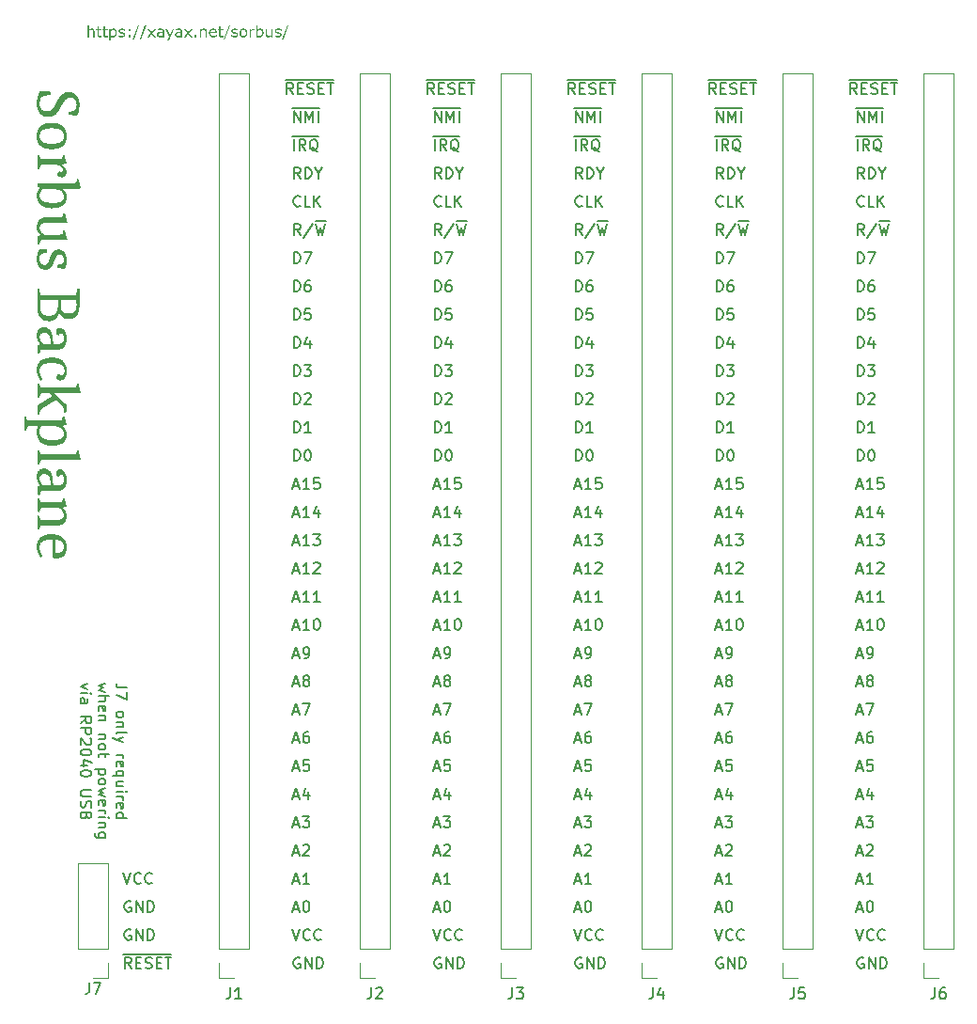
<source format=gbr>
%TF.GenerationSoftware,KiCad,Pcbnew,7.0.5*%
%TF.CreationDate,2023-06-09T17:15:13+02:00*%
%TF.ProjectId,Sorbus-backplane,536f7262-7573-42d6-9261-636b706c616e,rev?*%
%TF.SameCoordinates,Original*%
%TF.FileFunction,Legend,Top*%
%TF.FilePolarity,Positive*%
%FSLAX46Y46*%
G04 Gerber Fmt 4.6, Leading zero omitted, Abs format (unit mm)*
G04 Created by KiCad (PCBNEW 7.0.5) date 2023-06-09 17:15:13*
%MOMM*%
%LPD*%
G01*
G04 APERTURE LIST*
%ADD10C,0.150000*%
%ADD11C,0.125000*%
%ADD12C,0.120000*%
G04 APERTURE END LIST*
D10*
X79280180Y-102222493D02*
X78565895Y-102222493D01*
X78565895Y-102222493D02*
X78423038Y-102174874D01*
X78423038Y-102174874D02*
X78327800Y-102079636D01*
X78327800Y-102079636D02*
X78280180Y-101936779D01*
X78280180Y-101936779D02*
X78280180Y-101841541D01*
X79280180Y-102603446D02*
X79280180Y-103270112D01*
X79280180Y-103270112D02*
X78280180Y-102841541D01*
X78280180Y-104555827D02*
X78327800Y-104460589D01*
X78327800Y-104460589D02*
X78375419Y-104412970D01*
X78375419Y-104412970D02*
X78470657Y-104365351D01*
X78470657Y-104365351D02*
X78756371Y-104365351D01*
X78756371Y-104365351D02*
X78851609Y-104412970D01*
X78851609Y-104412970D02*
X78899228Y-104460589D01*
X78899228Y-104460589D02*
X78946847Y-104555827D01*
X78946847Y-104555827D02*
X78946847Y-104698684D01*
X78946847Y-104698684D02*
X78899228Y-104793922D01*
X78899228Y-104793922D02*
X78851609Y-104841541D01*
X78851609Y-104841541D02*
X78756371Y-104889160D01*
X78756371Y-104889160D02*
X78470657Y-104889160D01*
X78470657Y-104889160D02*
X78375419Y-104841541D01*
X78375419Y-104841541D02*
X78327800Y-104793922D01*
X78327800Y-104793922D02*
X78280180Y-104698684D01*
X78280180Y-104698684D02*
X78280180Y-104555827D01*
X78946847Y-105317732D02*
X78280180Y-105317732D01*
X78851609Y-105317732D02*
X78899228Y-105365351D01*
X78899228Y-105365351D02*
X78946847Y-105460589D01*
X78946847Y-105460589D02*
X78946847Y-105603446D01*
X78946847Y-105603446D02*
X78899228Y-105698684D01*
X78899228Y-105698684D02*
X78803990Y-105746303D01*
X78803990Y-105746303D02*
X78280180Y-105746303D01*
X78280180Y-106365351D02*
X78327800Y-106270113D01*
X78327800Y-106270113D02*
X78423038Y-106222494D01*
X78423038Y-106222494D02*
X79280180Y-106222494D01*
X78946847Y-106651066D02*
X78280180Y-106889161D01*
X78946847Y-107127256D02*
X78280180Y-106889161D01*
X78280180Y-106889161D02*
X78042085Y-106793923D01*
X78042085Y-106793923D02*
X77994466Y-106746304D01*
X77994466Y-106746304D02*
X77946847Y-106651066D01*
X78280180Y-108270114D02*
X78946847Y-108270114D01*
X78756371Y-108270114D02*
X78851609Y-108317733D01*
X78851609Y-108317733D02*
X78899228Y-108365352D01*
X78899228Y-108365352D02*
X78946847Y-108460590D01*
X78946847Y-108460590D02*
X78946847Y-108555828D01*
X78327800Y-109270114D02*
X78280180Y-109174876D01*
X78280180Y-109174876D02*
X78280180Y-108984400D01*
X78280180Y-108984400D02*
X78327800Y-108889162D01*
X78327800Y-108889162D02*
X78423038Y-108841543D01*
X78423038Y-108841543D02*
X78803990Y-108841543D01*
X78803990Y-108841543D02*
X78899228Y-108889162D01*
X78899228Y-108889162D02*
X78946847Y-108984400D01*
X78946847Y-108984400D02*
X78946847Y-109174876D01*
X78946847Y-109174876D02*
X78899228Y-109270114D01*
X78899228Y-109270114D02*
X78803990Y-109317733D01*
X78803990Y-109317733D02*
X78708752Y-109317733D01*
X78708752Y-109317733D02*
X78613514Y-108841543D01*
X78946847Y-110174876D02*
X77946847Y-110174876D01*
X78327800Y-110174876D02*
X78280180Y-110079638D01*
X78280180Y-110079638D02*
X78280180Y-109889162D01*
X78280180Y-109889162D02*
X78327800Y-109793924D01*
X78327800Y-109793924D02*
X78375419Y-109746305D01*
X78375419Y-109746305D02*
X78470657Y-109698686D01*
X78470657Y-109698686D02*
X78756371Y-109698686D01*
X78756371Y-109698686D02*
X78851609Y-109746305D01*
X78851609Y-109746305D02*
X78899228Y-109793924D01*
X78899228Y-109793924D02*
X78946847Y-109889162D01*
X78946847Y-109889162D02*
X78946847Y-110079638D01*
X78946847Y-110079638D02*
X78899228Y-110174876D01*
X78946847Y-111079638D02*
X78280180Y-111079638D01*
X78946847Y-110651067D02*
X78423038Y-110651067D01*
X78423038Y-110651067D02*
X78327800Y-110698686D01*
X78327800Y-110698686D02*
X78280180Y-110793924D01*
X78280180Y-110793924D02*
X78280180Y-110936781D01*
X78280180Y-110936781D02*
X78327800Y-111032019D01*
X78327800Y-111032019D02*
X78375419Y-111079638D01*
X78280180Y-111555829D02*
X78946847Y-111555829D01*
X79280180Y-111555829D02*
X79232561Y-111508210D01*
X79232561Y-111508210D02*
X79184942Y-111555829D01*
X79184942Y-111555829D02*
X79232561Y-111603448D01*
X79232561Y-111603448D02*
X79280180Y-111555829D01*
X79280180Y-111555829D02*
X79184942Y-111555829D01*
X78280180Y-112032019D02*
X78946847Y-112032019D01*
X78756371Y-112032019D02*
X78851609Y-112079638D01*
X78851609Y-112079638D02*
X78899228Y-112127257D01*
X78899228Y-112127257D02*
X78946847Y-112222495D01*
X78946847Y-112222495D02*
X78946847Y-112317733D01*
X78327800Y-113032019D02*
X78280180Y-112936781D01*
X78280180Y-112936781D02*
X78280180Y-112746305D01*
X78280180Y-112746305D02*
X78327800Y-112651067D01*
X78327800Y-112651067D02*
X78423038Y-112603448D01*
X78423038Y-112603448D02*
X78803990Y-112603448D01*
X78803990Y-112603448D02*
X78899228Y-112651067D01*
X78899228Y-112651067D02*
X78946847Y-112746305D01*
X78946847Y-112746305D02*
X78946847Y-112936781D01*
X78946847Y-112936781D02*
X78899228Y-113032019D01*
X78899228Y-113032019D02*
X78803990Y-113079638D01*
X78803990Y-113079638D02*
X78708752Y-113079638D01*
X78708752Y-113079638D02*
X78613514Y-112603448D01*
X78280180Y-113936781D02*
X79280180Y-113936781D01*
X78327800Y-113936781D02*
X78280180Y-113841543D01*
X78280180Y-113841543D02*
X78280180Y-113651067D01*
X78280180Y-113651067D02*
X78327800Y-113555829D01*
X78327800Y-113555829D02*
X78375419Y-113508210D01*
X78375419Y-113508210D02*
X78470657Y-113460591D01*
X78470657Y-113460591D02*
X78756371Y-113460591D01*
X78756371Y-113460591D02*
X78851609Y-113508210D01*
X78851609Y-113508210D02*
X78899228Y-113555829D01*
X78899228Y-113555829D02*
X78946847Y-113651067D01*
X78946847Y-113651067D02*
X78946847Y-113841543D01*
X78946847Y-113841543D02*
X78899228Y-113936781D01*
X77336847Y-101841541D02*
X76670180Y-102032017D01*
X76670180Y-102032017D02*
X77146371Y-102222493D01*
X77146371Y-102222493D02*
X76670180Y-102412969D01*
X76670180Y-102412969D02*
X77336847Y-102603445D01*
X76670180Y-102984398D02*
X77670180Y-102984398D01*
X76670180Y-103412969D02*
X77193990Y-103412969D01*
X77193990Y-103412969D02*
X77289228Y-103365350D01*
X77289228Y-103365350D02*
X77336847Y-103270112D01*
X77336847Y-103270112D02*
X77336847Y-103127255D01*
X77336847Y-103127255D02*
X77289228Y-103032017D01*
X77289228Y-103032017D02*
X77241609Y-102984398D01*
X76717800Y-104270112D02*
X76670180Y-104174874D01*
X76670180Y-104174874D02*
X76670180Y-103984398D01*
X76670180Y-103984398D02*
X76717800Y-103889160D01*
X76717800Y-103889160D02*
X76813038Y-103841541D01*
X76813038Y-103841541D02*
X77193990Y-103841541D01*
X77193990Y-103841541D02*
X77289228Y-103889160D01*
X77289228Y-103889160D02*
X77336847Y-103984398D01*
X77336847Y-103984398D02*
X77336847Y-104174874D01*
X77336847Y-104174874D02*
X77289228Y-104270112D01*
X77289228Y-104270112D02*
X77193990Y-104317731D01*
X77193990Y-104317731D02*
X77098752Y-104317731D01*
X77098752Y-104317731D02*
X77003514Y-103841541D01*
X77336847Y-104746303D02*
X76670180Y-104746303D01*
X77241609Y-104746303D02*
X77289228Y-104793922D01*
X77289228Y-104793922D02*
X77336847Y-104889160D01*
X77336847Y-104889160D02*
X77336847Y-105032017D01*
X77336847Y-105032017D02*
X77289228Y-105127255D01*
X77289228Y-105127255D02*
X77193990Y-105174874D01*
X77193990Y-105174874D02*
X76670180Y-105174874D01*
X77336847Y-106412970D02*
X76670180Y-106412970D01*
X77241609Y-106412970D02*
X77289228Y-106460589D01*
X77289228Y-106460589D02*
X77336847Y-106555827D01*
X77336847Y-106555827D02*
X77336847Y-106698684D01*
X77336847Y-106698684D02*
X77289228Y-106793922D01*
X77289228Y-106793922D02*
X77193990Y-106841541D01*
X77193990Y-106841541D02*
X76670180Y-106841541D01*
X76670180Y-107460589D02*
X76717800Y-107365351D01*
X76717800Y-107365351D02*
X76765419Y-107317732D01*
X76765419Y-107317732D02*
X76860657Y-107270113D01*
X76860657Y-107270113D02*
X77146371Y-107270113D01*
X77146371Y-107270113D02*
X77241609Y-107317732D01*
X77241609Y-107317732D02*
X77289228Y-107365351D01*
X77289228Y-107365351D02*
X77336847Y-107460589D01*
X77336847Y-107460589D02*
X77336847Y-107603446D01*
X77336847Y-107603446D02*
X77289228Y-107698684D01*
X77289228Y-107698684D02*
X77241609Y-107746303D01*
X77241609Y-107746303D02*
X77146371Y-107793922D01*
X77146371Y-107793922D02*
X76860657Y-107793922D01*
X76860657Y-107793922D02*
X76765419Y-107746303D01*
X76765419Y-107746303D02*
X76717800Y-107698684D01*
X76717800Y-107698684D02*
X76670180Y-107603446D01*
X76670180Y-107603446D02*
X76670180Y-107460589D01*
X77336847Y-108079637D02*
X77336847Y-108460589D01*
X77670180Y-108222494D02*
X76813038Y-108222494D01*
X76813038Y-108222494D02*
X76717800Y-108270113D01*
X76717800Y-108270113D02*
X76670180Y-108365351D01*
X76670180Y-108365351D02*
X76670180Y-108460589D01*
X77336847Y-109555828D02*
X76336847Y-109555828D01*
X77289228Y-109555828D02*
X77336847Y-109651066D01*
X77336847Y-109651066D02*
X77336847Y-109841542D01*
X77336847Y-109841542D02*
X77289228Y-109936780D01*
X77289228Y-109936780D02*
X77241609Y-109984399D01*
X77241609Y-109984399D02*
X77146371Y-110032018D01*
X77146371Y-110032018D02*
X76860657Y-110032018D01*
X76860657Y-110032018D02*
X76765419Y-109984399D01*
X76765419Y-109984399D02*
X76717800Y-109936780D01*
X76717800Y-109936780D02*
X76670180Y-109841542D01*
X76670180Y-109841542D02*
X76670180Y-109651066D01*
X76670180Y-109651066D02*
X76717800Y-109555828D01*
X76670180Y-110603447D02*
X76717800Y-110508209D01*
X76717800Y-110508209D02*
X76765419Y-110460590D01*
X76765419Y-110460590D02*
X76860657Y-110412971D01*
X76860657Y-110412971D02*
X77146371Y-110412971D01*
X77146371Y-110412971D02*
X77241609Y-110460590D01*
X77241609Y-110460590D02*
X77289228Y-110508209D01*
X77289228Y-110508209D02*
X77336847Y-110603447D01*
X77336847Y-110603447D02*
X77336847Y-110746304D01*
X77336847Y-110746304D02*
X77289228Y-110841542D01*
X77289228Y-110841542D02*
X77241609Y-110889161D01*
X77241609Y-110889161D02*
X77146371Y-110936780D01*
X77146371Y-110936780D02*
X76860657Y-110936780D01*
X76860657Y-110936780D02*
X76765419Y-110889161D01*
X76765419Y-110889161D02*
X76717800Y-110841542D01*
X76717800Y-110841542D02*
X76670180Y-110746304D01*
X76670180Y-110746304D02*
X76670180Y-110603447D01*
X77336847Y-111270114D02*
X76670180Y-111460590D01*
X76670180Y-111460590D02*
X77146371Y-111651066D01*
X77146371Y-111651066D02*
X76670180Y-111841542D01*
X76670180Y-111841542D02*
X77336847Y-112032018D01*
X76717800Y-112793923D02*
X76670180Y-112698685D01*
X76670180Y-112698685D02*
X76670180Y-112508209D01*
X76670180Y-112508209D02*
X76717800Y-112412971D01*
X76717800Y-112412971D02*
X76813038Y-112365352D01*
X76813038Y-112365352D02*
X77193990Y-112365352D01*
X77193990Y-112365352D02*
X77289228Y-112412971D01*
X77289228Y-112412971D02*
X77336847Y-112508209D01*
X77336847Y-112508209D02*
X77336847Y-112698685D01*
X77336847Y-112698685D02*
X77289228Y-112793923D01*
X77289228Y-112793923D02*
X77193990Y-112841542D01*
X77193990Y-112841542D02*
X77098752Y-112841542D01*
X77098752Y-112841542D02*
X77003514Y-112365352D01*
X76670180Y-113270114D02*
X77336847Y-113270114D01*
X77146371Y-113270114D02*
X77241609Y-113317733D01*
X77241609Y-113317733D02*
X77289228Y-113365352D01*
X77289228Y-113365352D02*
X77336847Y-113460590D01*
X77336847Y-113460590D02*
X77336847Y-113555828D01*
X76670180Y-113889162D02*
X77336847Y-113889162D01*
X77670180Y-113889162D02*
X77622561Y-113841543D01*
X77622561Y-113841543D02*
X77574942Y-113889162D01*
X77574942Y-113889162D02*
X77622561Y-113936781D01*
X77622561Y-113936781D02*
X77670180Y-113889162D01*
X77670180Y-113889162D02*
X77574942Y-113889162D01*
X77336847Y-114365352D02*
X76670180Y-114365352D01*
X77241609Y-114365352D02*
X77289228Y-114412971D01*
X77289228Y-114412971D02*
X77336847Y-114508209D01*
X77336847Y-114508209D02*
X77336847Y-114651066D01*
X77336847Y-114651066D02*
X77289228Y-114746304D01*
X77289228Y-114746304D02*
X77193990Y-114793923D01*
X77193990Y-114793923D02*
X76670180Y-114793923D01*
X77336847Y-115698685D02*
X76527323Y-115698685D01*
X76527323Y-115698685D02*
X76432085Y-115651066D01*
X76432085Y-115651066D02*
X76384466Y-115603447D01*
X76384466Y-115603447D02*
X76336847Y-115508209D01*
X76336847Y-115508209D02*
X76336847Y-115365352D01*
X76336847Y-115365352D02*
X76384466Y-115270114D01*
X76717800Y-115698685D02*
X76670180Y-115603447D01*
X76670180Y-115603447D02*
X76670180Y-115412971D01*
X76670180Y-115412971D02*
X76717800Y-115317733D01*
X76717800Y-115317733D02*
X76765419Y-115270114D01*
X76765419Y-115270114D02*
X76860657Y-115222495D01*
X76860657Y-115222495D02*
X77146371Y-115222495D01*
X77146371Y-115222495D02*
X77241609Y-115270114D01*
X77241609Y-115270114D02*
X77289228Y-115317733D01*
X77289228Y-115317733D02*
X77336847Y-115412971D01*
X77336847Y-115412971D02*
X77336847Y-115603447D01*
X77336847Y-115603447D02*
X77289228Y-115698685D01*
X75726847Y-101841541D02*
X75060180Y-102079636D01*
X75060180Y-102079636D02*
X75726847Y-102317731D01*
X75060180Y-102698684D02*
X75726847Y-102698684D01*
X76060180Y-102698684D02*
X76012561Y-102651065D01*
X76012561Y-102651065D02*
X75964942Y-102698684D01*
X75964942Y-102698684D02*
X76012561Y-102746303D01*
X76012561Y-102746303D02*
X76060180Y-102698684D01*
X76060180Y-102698684D02*
X75964942Y-102698684D01*
X75060180Y-103603445D02*
X75583990Y-103603445D01*
X75583990Y-103603445D02*
X75679228Y-103555826D01*
X75679228Y-103555826D02*
X75726847Y-103460588D01*
X75726847Y-103460588D02*
X75726847Y-103270112D01*
X75726847Y-103270112D02*
X75679228Y-103174874D01*
X75107800Y-103603445D02*
X75060180Y-103508207D01*
X75060180Y-103508207D02*
X75060180Y-103270112D01*
X75060180Y-103270112D02*
X75107800Y-103174874D01*
X75107800Y-103174874D02*
X75203038Y-103127255D01*
X75203038Y-103127255D02*
X75298276Y-103127255D01*
X75298276Y-103127255D02*
X75393514Y-103174874D01*
X75393514Y-103174874D02*
X75441133Y-103270112D01*
X75441133Y-103270112D02*
X75441133Y-103508207D01*
X75441133Y-103508207D02*
X75488752Y-103603445D01*
X75060180Y-105412969D02*
X75536371Y-105079636D01*
X75060180Y-104841541D02*
X76060180Y-104841541D01*
X76060180Y-104841541D02*
X76060180Y-105222493D01*
X76060180Y-105222493D02*
X76012561Y-105317731D01*
X76012561Y-105317731D02*
X75964942Y-105365350D01*
X75964942Y-105365350D02*
X75869704Y-105412969D01*
X75869704Y-105412969D02*
X75726847Y-105412969D01*
X75726847Y-105412969D02*
X75631609Y-105365350D01*
X75631609Y-105365350D02*
X75583990Y-105317731D01*
X75583990Y-105317731D02*
X75536371Y-105222493D01*
X75536371Y-105222493D02*
X75536371Y-104841541D01*
X75060180Y-105841541D02*
X76060180Y-105841541D01*
X76060180Y-105841541D02*
X76060180Y-106222493D01*
X76060180Y-106222493D02*
X76012561Y-106317731D01*
X76012561Y-106317731D02*
X75964942Y-106365350D01*
X75964942Y-106365350D02*
X75869704Y-106412969D01*
X75869704Y-106412969D02*
X75726847Y-106412969D01*
X75726847Y-106412969D02*
X75631609Y-106365350D01*
X75631609Y-106365350D02*
X75583990Y-106317731D01*
X75583990Y-106317731D02*
X75536371Y-106222493D01*
X75536371Y-106222493D02*
X75536371Y-105841541D01*
X75964942Y-106793922D02*
X76012561Y-106841541D01*
X76012561Y-106841541D02*
X76060180Y-106936779D01*
X76060180Y-106936779D02*
X76060180Y-107174874D01*
X76060180Y-107174874D02*
X76012561Y-107270112D01*
X76012561Y-107270112D02*
X75964942Y-107317731D01*
X75964942Y-107317731D02*
X75869704Y-107365350D01*
X75869704Y-107365350D02*
X75774466Y-107365350D01*
X75774466Y-107365350D02*
X75631609Y-107317731D01*
X75631609Y-107317731D02*
X75060180Y-106746303D01*
X75060180Y-106746303D02*
X75060180Y-107365350D01*
X76060180Y-107984398D02*
X76060180Y-108079636D01*
X76060180Y-108079636D02*
X76012561Y-108174874D01*
X76012561Y-108174874D02*
X75964942Y-108222493D01*
X75964942Y-108222493D02*
X75869704Y-108270112D01*
X75869704Y-108270112D02*
X75679228Y-108317731D01*
X75679228Y-108317731D02*
X75441133Y-108317731D01*
X75441133Y-108317731D02*
X75250657Y-108270112D01*
X75250657Y-108270112D02*
X75155419Y-108222493D01*
X75155419Y-108222493D02*
X75107800Y-108174874D01*
X75107800Y-108174874D02*
X75060180Y-108079636D01*
X75060180Y-108079636D02*
X75060180Y-107984398D01*
X75060180Y-107984398D02*
X75107800Y-107889160D01*
X75107800Y-107889160D02*
X75155419Y-107841541D01*
X75155419Y-107841541D02*
X75250657Y-107793922D01*
X75250657Y-107793922D02*
X75441133Y-107746303D01*
X75441133Y-107746303D02*
X75679228Y-107746303D01*
X75679228Y-107746303D02*
X75869704Y-107793922D01*
X75869704Y-107793922D02*
X75964942Y-107841541D01*
X75964942Y-107841541D02*
X76012561Y-107889160D01*
X76012561Y-107889160D02*
X76060180Y-107984398D01*
X75726847Y-109174874D02*
X75060180Y-109174874D01*
X76107800Y-108936779D02*
X75393514Y-108698684D01*
X75393514Y-108698684D02*
X75393514Y-109317731D01*
X76060180Y-109889160D02*
X76060180Y-109984398D01*
X76060180Y-109984398D02*
X76012561Y-110079636D01*
X76012561Y-110079636D02*
X75964942Y-110127255D01*
X75964942Y-110127255D02*
X75869704Y-110174874D01*
X75869704Y-110174874D02*
X75679228Y-110222493D01*
X75679228Y-110222493D02*
X75441133Y-110222493D01*
X75441133Y-110222493D02*
X75250657Y-110174874D01*
X75250657Y-110174874D02*
X75155419Y-110127255D01*
X75155419Y-110127255D02*
X75107800Y-110079636D01*
X75107800Y-110079636D02*
X75060180Y-109984398D01*
X75060180Y-109984398D02*
X75060180Y-109889160D01*
X75060180Y-109889160D02*
X75107800Y-109793922D01*
X75107800Y-109793922D02*
X75155419Y-109746303D01*
X75155419Y-109746303D02*
X75250657Y-109698684D01*
X75250657Y-109698684D02*
X75441133Y-109651065D01*
X75441133Y-109651065D02*
X75679228Y-109651065D01*
X75679228Y-109651065D02*
X75869704Y-109698684D01*
X75869704Y-109698684D02*
X75964942Y-109746303D01*
X75964942Y-109746303D02*
X76012561Y-109793922D01*
X76012561Y-109793922D02*
X76060180Y-109889160D01*
X76060180Y-111412970D02*
X75250657Y-111412970D01*
X75250657Y-111412970D02*
X75155419Y-111460589D01*
X75155419Y-111460589D02*
X75107800Y-111508208D01*
X75107800Y-111508208D02*
X75060180Y-111603446D01*
X75060180Y-111603446D02*
X75060180Y-111793922D01*
X75060180Y-111793922D02*
X75107800Y-111889160D01*
X75107800Y-111889160D02*
X75155419Y-111936779D01*
X75155419Y-111936779D02*
X75250657Y-111984398D01*
X75250657Y-111984398D02*
X76060180Y-111984398D01*
X75107800Y-112412970D02*
X75060180Y-112555827D01*
X75060180Y-112555827D02*
X75060180Y-112793922D01*
X75060180Y-112793922D02*
X75107800Y-112889160D01*
X75107800Y-112889160D02*
X75155419Y-112936779D01*
X75155419Y-112936779D02*
X75250657Y-112984398D01*
X75250657Y-112984398D02*
X75345895Y-112984398D01*
X75345895Y-112984398D02*
X75441133Y-112936779D01*
X75441133Y-112936779D02*
X75488752Y-112889160D01*
X75488752Y-112889160D02*
X75536371Y-112793922D01*
X75536371Y-112793922D02*
X75583990Y-112603446D01*
X75583990Y-112603446D02*
X75631609Y-112508208D01*
X75631609Y-112508208D02*
X75679228Y-112460589D01*
X75679228Y-112460589D02*
X75774466Y-112412970D01*
X75774466Y-112412970D02*
X75869704Y-112412970D01*
X75869704Y-112412970D02*
X75964942Y-112460589D01*
X75964942Y-112460589D02*
X76012561Y-112508208D01*
X76012561Y-112508208D02*
X76060180Y-112603446D01*
X76060180Y-112603446D02*
X76060180Y-112841541D01*
X76060180Y-112841541D02*
X76012561Y-112984398D01*
X75583990Y-113746303D02*
X75536371Y-113889160D01*
X75536371Y-113889160D02*
X75488752Y-113936779D01*
X75488752Y-113936779D02*
X75393514Y-113984398D01*
X75393514Y-113984398D02*
X75250657Y-113984398D01*
X75250657Y-113984398D02*
X75155419Y-113936779D01*
X75155419Y-113936779D02*
X75107800Y-113889160D01*
X75107800Y-113889160D02*
X75060180Y-113793922D01*
X75060180Y-113793922D02*
X75060180Y-113412970D01*
X75060180Y-113412970D02*
X76060180Y-113412970D01*
X76060180Y-113412970D02*
X76060180Y-113746303D01*
X76060180Y-113746303D02*
X76012561Y-113841541D01*
X76012561Y-113841541D02*
X75964942Y-113889160D01*
X75964942Y-113889160D02*
X75869704Y-113936779D01*
X75869704Y-113936779D02*
X75774466Y-113936779D01*
X75774466Y-113936779D02*
X75679228Y-113889160D01*
X75679228Y-113889160D02*
X75631609Y-113841541D01*
X75631609Y-113841541D02*
X75583990Y-113746303D01*
X75583990Y-113746303D02*
X75583990Y-113412970D01*
X145116779Y-71624819D02*
X145116779Y-70624819D01*
X145116779Y-70624819D02*
X145354874Y-70624819D01*
X145354874Y-70624819D02*
X145497731Y-70672438D01*
X145497731Y-70672438D02*
X145592969Y-70767676D01*
X145592969Y-70767676D02*
X145640588Y-70862914D01*
X145640588Y-70862914D02*
X145688207Y-71053390D01*
X145688207Y-71053390D02*
X145688207Y-71196247D01*
X145688207Y-71196247D02*
X145640588Y-71386723D01*
X145640588Y-71386723D02*
X145592969Y-71481961D01*
X145592969Y-71481961D02*
X145497731Y-71577200D01*
X145497731Y-71577200D02*
X145354874Y-71624819D01*
X145354874Y-71624819D02*
X145116779Y-71624819D01*
X146545350Y-70958152D02*
X146545350Y-71624819D01*
X146307255Y-70577200D02*
X146069160Y-71291485D01*
X146069160Y-71291485D02*
X146688207Y-71291485D01*
X132369160Y-91659104D02*
X132845350Y-91659104D01*
X132273922Y-91944819D02*
X132607255Y-90944819D01*
X132607255Y-90944819D02*
X132940588Y-91944819D01*
X133797731Y-91944819D02*
X133226303Y-91944819D01*
X133512017Y-91944819D02*
X133512017Y-90944819D01*
X133512017Y-90944819D02*
X133416779Y-91087676D01*
X133416779Y-91087676D02*
X133321541Y-91182914D01*
X133321541Y-91182914D02*
X133226303Y-91230533D01*
X134178684Y-91040057D02*
X134226303Y-90992438D01*
X134226303Y-90992438D02*
X134321541Y-90944819D01*
X134321541Y-90944819D02*
X134559636Y-90944819D01*
X134559636Y-90944819D02*
X134654874Y-90992438D01*
X134654874Y-90992438D02*
X134702493Y-91040057D01*
X134702493Y-91040057D02*
X134750112Y-91135295D01*
X134750112Y-91135295D02*
X134750112Y-91230533D01*
X134750112Y-91230533D02*
X134702493Y-91373390D01*
X134702493Y-91373390D02*
X134131065Y-91944819D01*
X134131065Y-91944819D02*
X134750112Y-91944819D01*
X132940588Y-126552438D02*
X132845350Y-126504819D01*
X132845350Y-126504819D02*
X132702493Y-126504819D01*
X132702493Y-126504819D02*
X132559636Y-126552438D01*
X132559636Y-126552438D02*
X132464398Y-126647676D01*
X132464398Y-126647676D02*
X132416779Y-126742914D01*
X132416779Y-126742914D02*
X132369160Y-126933390D01*
X132369160Y-126933390D02*
X132369160Y-127076247D01*
X132369160Y-127076247D02*
X132416779Y-127266723D01*
X132416779Y-127266723D02*
X132464398Y-127361961D01*
X132464398Y-127361961D02*
X132559636Y-127457200D01*
X132559636Y-127457200D02*
X132702493Y-127504819D01*
X132702493Y-127504819D02*
X132797731Y-127504819D01*
X132797731Y-127504819D02*
X132940588Y-127457200D01*
X132940588Y-127457200D02*
X132988207Y-127409580D01*
X132988207Y-127409580D02*
X132988207Y-127076247D01*
X132988207Y-127076247D02*
X132797731Y-127076247D01*
X133416779Y-127504819D02*
X133416779Y-126504819D01*
X133416779Y-126504819D02*
X133988207Y-127504819D01*
X133988207Y-127504819D02*
X133988207Y-126504819D01*
X134464398Y-127504819D02*
X134464398Y-126504819D01*
X134464398Y-126504819D02*
X134702493Y-126504819D01*
X134702493Y-126504819D02*
X134845350Y-126552438D01*
X134845350Y-126552438D02*
X134940588Y-126647676D01*
X134940588Y-126647676D02*
X134988207Y-126742914D01*
X134988207Y-126742914D02*
X135035826Y-126933390D01*
X135035826Y-126933390D02*
X135035826Y-127076247D01*
X135035826Y-127076247D02*
X134988207Y-127266723D01*
X134988207Y-127266723D02*
X134940588Y-127361961D01*
X134940588Y-127361961D02*
X134845350Y-127457200D01*
X134845350Y-127457200D02*
X134702493Y-127504819D01*
X134702493Y-127504819D02*
X134464398Y-127504819D01*
X119669160Y-84039104D02*
X120145350Y-84039104D01*
X119573922Y-84324819D02*
X119907255Y-83324819D01*
X119907255Y-83324819D02*
X120240588Y-84324819D01*
X121097731Y-84324819D02*
X120526303Y-84324819D01*
X120812017Y-84324819D02*
X120812017Y-83324819D01*
X120812017Y-83324819D02*
X120716779Y-83467676D01*
X120716779Y-83467676D02*
X120621541Y-83562914D01*
X120621541Y-83562914D02*
X120526303Y-83610533D01*
X122002493Y-83324819D02*
X121526303Y-83324819D01*
X121526303Y-83324819D02*
X121478684Y-83801009D01*
X121478684Y-83801009D02*
X121526303Y-83753390D01*
X121526303Y-83753390D02*
X121621541Y-83705771D01*
X121621541Y-83705771D02*
X121859636Y-83705771D01*
X121859636Y-83705771D02*
X121954874Y-83753390D01*
X121954874Y-83753390D02*
X122002493Y-83801009D01*
X122002493Y-83801009D02*
X122050112Y-83896247D01*
X122050112Y-83896247D02*
X122050112Y-84134342D01*
X122050112Y-84134342D02*
X122002493Y-84229580D01*
X122002493Y-84229580D02*
X121954874Y-84277200D01*
X121954874Y-84277200D02*
X121859636Y-84324819D01*
X121859636Y-84324819D02*
X121621541Y-84324819D01*
X121621541Y-84324819D02*
X121526303Y-84277200D01*
X121526303Y-84277200D02*
X121478684Y-84229580D01*
X132416779Y-71624819D02*
X132416779Y-70624819D01*
X132416779Y-70624819D02*
X132654874Y-70624819D01*
X132654874Y-70624819D02*
X132797731Y-70672438D01*
X132797731Y-70672438D02*
X132892969Y-70767676D01*
X132892969Y-70767676D02*
X132940588Y-70862914D01*
X132940588Y-70862914D02*
X132988207Y-71053390D01*
X132988207Y-71053390D02*
X132988207Y-71196247D01*
X132988207Y-71196247D02*
X132940588Y-71386723D01*
X132940588Y-71386723D02*
X132892969Y-71481961D01*
X132892969Y-71481961D02*
X132797731Y-71577200D01*
X132797731Y-71577200D02*
X132654874Y-71624819D01*
X132654874Y-71624819D02*
X132416779Y-71624819D01*
X133845350Y-70958152D02*
X133845350Y-71624819D01*
X133607255Y-70577200D02*
X133369160Y-71291485D01*
X133369160Y-71291485D02*
X133988207Y-71291485D01*
X106969160Y-86579104D02*
X107445350Y-86579104D01*
X106873922Y-86864819D02*
X107207255Y-85864819D01*
X107207255Y-85864819D02*
X107540588Y-86864819D01*
X108397731Y-86864819D02*
X107826303Y-86864819D01*
X108112017Y-86864819D02*
X108112017Y-85864819D01*
X108112017Y-85864819D02*
X108016779Y-86007676D01*
X108016779Y-86007676D02*
X107921541Y-86102914D01*
X107921541Y-86102914D02*
X107826303Y-86150533D01*
X109254874Y-86198152D02*
X109254874Y-86864819D01*
X109016779Y-85817200D02*
X108778684Y-86531485D01*
X108778684Y-86531485D02*
X109397731Y-86531485D01*
X145053207Y-48764819D02*
X144719874Y-48288628D01*
X144481779Y-48764819D02*
X144481779Y-47764819D01*
X144481779Y-47764819D02*
X144862731Y-47764819D01*
X144862731Y-47764819D02*
X144957969Y-47812438D01*
X144957969Y-47812438D02*
X145005588Y-47860057D01*
X145005588Y-47860057D02*
X145053207Y-47955295D01*
X145053207Y-47955295D02*
X145053207Y-48098152D01*
X145053207Y-48098152D02*
X145005588Y-48193390D01*
X145005588Y-48193390D02*
X144957969Y-48241009D01*
X144957969Y-48241009D02*
X144862731Y-48288628D01*
X144862731Y-48288628D02*
X144481779Y-48288628D01*
X145481779Y-48241009D02*
X145815112Y-48241009D01*
X145957969Y-48764819D02*
X145481779Y-48764819D01*
X145481779Y-48764819D02*
X145481779Y-47764819D01*
X145481779Y-47764819D02*
X145957969Y-47764819D01*
X146338922Y-48717200D02*
X146481779Y-48764819D01*
X146481779Y-48764819D02*
X146719874Y-48764819D01*
X146719874Y-48764819D02*
X146815112Y-48717200D01*
X146815112Y-48717200D02*
X146862731Y-48669580D01*
X146862731Y-48669580D02*
X146910350Y-48574342D01*
X146910350Y-48574342D02*
X146910350Y-48479104D01*
X146910350Y-48479104D02*
X146862731Y-48383866D01*
X146862731Y-48383866D02*
X146815112Y-48336247D01*
X146815112Y-48336247D02*
X146719874Y-48288628D01*
X146719874Y-48288628D02*
X146529398Y-48241009D01*
X146529398Y-48241009D02*
X146434160Y-48193390D01*
X146434160Y-48193390D02*
X146386541Y-48145771D01*
X146386541Y-48145771D02*
X146338922Y-48050533D01*
X146338922Y-48050533D02*
X146338922Y-47955295D01*
X146338922Y-47955295D02*
X146386541Y-47860057D01*
X146386541Y-47860057D02*
X146434160Y-47812438D01*
X146434160Y-47812438D02*
X146529398Y-47764819D01*
X146529398Y-47764819D02*
X146767493Y-47764819D01*
X146767493Y-47764819D02*
X146910350Y-47812438D01*
X147338922Y-48241009D02*
X147672255Y-48241009D01*
X147815112Y-48764819D02*
X147338922Y-48764819D01*
X147338922Y-48764819D02*
X147338922Y-47764819D01*
X147338922Y-47764819D02*
X147815112Y-47764819D01*
X148100827Y-47764819D02*
X148672255Y-47764819D01*
X148386541Y-48764819D02*
X148386541Y-47764819D01*
X144343684Y-47487200D02*
X148667494Y-47487200D01*
X107540588Y-126552438D02*
X107445350Y-126504819D01*
X107445350Y-126504819D02*
X107302493Y-126504819D01*
X107302493Y-126504819D02*
X107159636Y-126552438D01*
X107159636Y-126552438D02*
X107064398Y-126647676D01*
X107064398Y-126647676D02*
X107016779Y-126742914D01*
X107016779Y-126742914D02*
X106969160Y-126933390D01*
X106969160Y-126933390D02*
X106969160Y-127076247D01*
X106969160Y-127076247D02*
X107016779Y-127266723D01*
X107016779Y-127266723D02*
X107064398Y-127361961D01*
X107064398Y-127361961D02*
X107159636Y-127457200D01*
X107159636Y-127457200D02*
X107302493Y-127504819D01*
X107302493Y-127504819D02*
X107397731Y-127504819D01*
X107397731Y-127504819D02*
X107540588Y-127457200D01*
X107540588Y-127457200D02*
X107588207Y-127409580D01*
X107588207Y-127409580D02*
X107588207Y-127076247D01*
X107588207Y-127076247D02*
X107397731Y-127076247D01*
X108016779Y-127504819D02*
X108016779Y-126504819D01*
X108016779Y-126504819D02*
X108588207Y-127504819D01*
X108588207Y-127504819D02*
X108588207Y-126504819D01*
X109064398Y-127504819D02*
X109064398Y-126504819D01*
X109064398Y-126504819D02*
X109302493Y-126504819D01*
X109302493Y-126504819D02*
X109445350Y-126552438D01*
X109445350Y-126552438D02*
X109540588Y-126647676D01*
X109540588Y-126647676D02*
X109588207Y-126742914D01*
X109588207Y-126742914D02*
X109635826Y-126933390D01*
X109635826Y-126933390D02*
X109635826Y-127076247D01*
X109635826Y-127076247D02*
X109588207Y-127266723D01*
X109588207Y-127266723D02*
X109540588Y-127361961D01*
X109540588Y-127361961D02*
X109445350Y-127457200D01*
X109445350Y-127457200D02*
X109302493Y-127504819D01*
X109302493Y-127504819D02*
X109064398Y-127504819D01*
X107016779Y-53844819D02*
X107016779Y-52844819D01*
X108064397Y-53844819D02*
X107731064Y-53368628D01*
X107492969Y-53844819D02*
X107492969Y-52844819D01*
X107492969Y-52844819D02*
X107873921Y-52844819D01*
X107873921Y-52844819D02*
X107969159Y-52892438D01*
X107969159Y-52892438D02*
X108016778Y-52940057D01*
X108016778Y-52940057D02*
X108064397Y-53035295D01*
X108064397Y-53035295D02*
X108064397Y-53178152D01*
X108064397Y-53178152D02*
X108016778Y-53273390D01*
X108016778Y-53273390D02*
X107969159Y-53321009D01*
X107969159Y-53321009D02*
X107873921Y-53368628D01*
X107873921Y-53368628D02*
X107492969Y-53368628D01*
X109159635Y-53940057D02*
X109064397Y-53892438D01*
X109064397Y-53892438D02*
X108969159Y-53797200D01*
X108969159Y-53797200D02*
X108826302Y-53654342D01*
X108826302Y-53654342D02*
X108731064Y-53606723D01*
X108731064Y-53606723D02*
X108635826Y-53606723D01*
X108683445Y-53844819D02*
X108588207Y-53797200D01*
X108588207Y-53797200D02*
X108492969Y-53701961D01*
X108492969Y-53701961D02*
X108445350Y-53511485D01*
X108445350Y-53511485D02*
X108445350Y-53178152D01*
X108445350Y-53178152D02*
X108492969Y-52987676D01*
X108492969Y-52987676D02*
X108588207Y-52892438D01*
X108588207Y-52892438D02*
X108683445Y-52844819D01*
X108683445Y-52844819D02*
X108873921Y-52844819D01*
X108873921Y-52844819D02*
X108969159Y-52892438D01*
X108969159Y-52892438D02*
X109064397Y-52987676D01*
X109064397Y-52987676D02*
X109112016Y-53178152D01*
X109112016Y-53178152D02*
X109112016Y-53511485D01*
X109112016Y-53511485D02*
X109064397Y-53701961D01*
X109064397Y-53701961D02*
X108969159Y-53797200D01*
X108969159Y-53797200D02*
X108873921Y-53844819D01*
X108873921Y-53844819D02*
X108683445Y-53844819D01*
X106878684Y-52567200D02*
X109202493Y-52567200D01*
X119716779Y-51304819D02*
X119716779Y-50304819D01*
X119716779Y-50304819D02*
X120288207Y-51304819D01*
X120288207Y-51304819D02*
X120288207Y-50304819D01*
X120764398Y-51304819D02*
X120764398Y-50304819D01*
X120764398Y-50304819D02*
X121097731Y-51019104D01*
X121097731Y-51019104D02*
X121431064Y-50304819D01*
X121431064Y-50304819D02*
X121431064Y-51304819D01*
X121907255Y-51304819D02*
X121907255Y-50304819D01*
X119578684Y-50027200D02*
X122045350Y-50027200D01*
X94840588Y-126552438D02*
X94745350Y-126504819D01*
X94745350Y-126504819D02*
X94602493Y-126504819D01*
X94602493Y-126504819D02*
X94459636Y-126552438D01*
X94459636Y-126552438D02*
X94364398Y-126647676D01*
X94364398Y-126647676D02*
X94316779Y-126742914D01*
X94316779Y-126742914D02*
X94269160Y-126933390D01*
X94269160Y-126933390D02*
X94269160Y-127076247D01*
X94269160Y-127076247D02*
X94316779Y-127266723D01*
X94316779Y-127266723D02*
X94364398Y-127361961D01*
X94364398Y-127361961D02*
X94459636Y-127457200D01*
X94459636Y-127457200D02*
X94602493Y-127504819D01*
X94602493Y-127504819D02*
X94697731Y-127504819D01*
X94697731Y-127504819D02*
X94840588Y-127457200D01*
X94840588Y-127457200D02*
X94888207Y-127409580D01*
X94888207Y-127409580D02*
X94888207Y-127076247D01*
X94888207Y-127076247D02*
X94697731Y-127076247D01*
X95316779Y-127504819D02*
X95316779Y-126504819D01*
X95316779Y-126504819D02*
X95888207Y-127504819D01*
X95888207Y-127504819D02*
X95888207Y-126504819D01*
X96364398Y-127504819D02*
X96364398Y-126504819D01*
X96364398Y-126504819D02*
X96602493Y-126504819D01*
X96602493Y-126504819D02*
X96745350Y-126552438D01*
X96745350Y-126552438D02*
X96840588Y-126647676D01*
X96840588Y-126647676D02*
X96888207Y-126742914D01*
X96888207Y-126742914D02*
X96935826Y-126933390D01*
X96935826Y-126933390D02*
X96935826Y-127076247D01*
X96935826Y-127076247D02*
X96888207Y-127266723D01*
X96888207Y-127266723D02*
X96840588Y-127361961D01*
X96840588Y-127361961D02*
X96745350Y-127457200D01*
X96745350Y-127457200D02*
X96602493Y-127504819D01*
X96602493Y-127504819D02*
X96364398Y-127504819D01*
X145069160Y-89119104D02*
X145545350Y-89119104D01*
X144973922Y-89404819D02*
X145307255Y-88404819D01*
X145307255Y-88404819D02*
X145640588Y-89404819D01*
X146497731Y-89404819D02*
X145926303Y-89404819D01*
X146212017Y-89404819D02*
X146212017Y-88404819D01*
X146212017Y-88404819D02*
X146116779Y-88547676D01*
X146116779Y-88547676D02*
X146021541Y-88642914D01*
X146021541Y-88642914D02*
X145926303Y-88690533D01*
X146831065Y-88404819D02*
X147450112Y-88404819D01*
X147450112Y-88404819D02*
X147116779Y-88785771D01*
X147116779Y-88785771D02*
X147259636Y-88785771D01*
X147259636Y-88785771D02*
X147354874Y-88833390D01*
X147354874Y-88833390D02*
X147402493Y-88881009D01*
X147402493Y-88881009D02*
X147450112Y-88976247D01*
X147450112Y-88976247D02*
X147450112Y-89214342D01*
X147450112Y-89214342D02*
X147402493Y-89309580D01*
X147402493Y-89309580D02*
X147354874Y-89357200D01*
X147354874Y-89357200D02*
X147259636Y-89404819D01*
X147259636Y-89404819D02*
X146973922Y-89404819D01*
X146973922Y-89404819D02*
X146878684Y-89357200D01*
X146878684Y-89357200D02*
X146831065Y-89309580D01*
X132369160Y-122139104D02*
X132845350Y-122139104D01*
X132273922Y-122424819D02*
X132607255Y-121424819D01*
X132607255Y-121424819D02*
X132940588Y-122424819D01*
X133464398Y-121424819D02*
X133559636Y-121424819D01*
X133559636Y-121424819D02*
X133654874Y-121472438D01*
X133654874Y-121472438D02*
X133702493Y-121520057D01*
X133702493Y-121520057D02*
X133750112Y-121615295D01*
X133750112Y-121615295D02*
X133797731Y-121805771D01*
X133797731Y-121805771D02*
X133797731Y-122043866D01*
X133797731Y-122043866D02*
X133750112Y-122234342D01*
X133750112Y-122234342D02*
X133702493Y-122329580D01*
X133702493Y-122329580D02*
X133654874Y-122377200D01*
X133654874Y-122377200D02*
X133559636Y-122424819D01*
X133559636Y-122424819D02*
X133464398Y-122424819D01*
X133464398Y-122424819D02*
X133369160Y-122377200D01*
X133369160Y-122377200D02*
X133321541Y-122329580D01*
X133321541Y-122329580D02*
X133273922Y-122234342D01*
X133273922Y-122234342D02*
X133226303Y-122043866D01*
X133226303Y-122043866D02*
X133226303Y-121805771D01*
X133226303Y-121805771D02*
X133273922Y-121615295D01*
X133273922Y-121615295D02*
X133321541Y-121520057D01*
X133321541Y-121520057D02*
X133369160Y-121472438D01*
X133369160Y-121472438D02*
X133464398Y-121424819D01*
X132353207Y-48764819D02*
X132019874Y-48288628D01*
X131781779Y-48764819D02*
X131781779Y-47764819D01*
X131781779Y-47764819D02*
X132162731Y-47764819D01*
X132162731Y-47764819D02*
X132257969Y-47812438D01*
X132257969Y-47812438D02*
X132305588Y-47860057D01*
X132305588Y-47860057D02*
X132353207Y-47955295D01*
X132353207Y-47955295D02*
X132353207Y-48098152D01*
X132353207Y-48098152D02*
X132305588Y-48193390D01*
X132305588Y-48193390D02*
X132257969Y-48241009D01*
X132257969Y-48241009D02*
X132162731Y-48288628D01*
X132162731Y-48288628D02*
X131781779Y-48288628D01*
X132781779Y-48241009D02*
X133115112Y-48241009D01*
X133257969Y-48764819D02*
X132781779Y-48764819D01*
X132781779Y-48764819D02*
X132781779Y-47764819D01*
X132781779Y-47764819D02*
X133257969Y-47764819D01*
X133638922Y-48717200D02*
X133781779Y-48764819D01*
X133781779Y-48764819D02*
X134019874Y-48764819D01*
X134019874Y-48764819D02*
X134115112Y-48717200D01*
X134115112Y-48717200D02*
X134162731Y-48669580D01*
X134162731Y-48669580D02*
X134210350Y-48574342D01*
X134210350Y-48574342D02*
X134210350Y-48479104D01*
X134210350Y-48479104D02*
X134162731Y-48383866D01*
X134162731Y-48383866D02*
X134115112Y-48336247D01*
X134115112Y-48336247D02*
X134019874Y-48288628D01*
X134019874Y-48288628D02*
X133829398Y-48241009D01*
X133829398Y-48241009D02*
X133734160Y-48193390D01*
X133734160Y-48193390D02*
X133686541Y-48145771D01*
X133686541Y-48145771D02*
X133638922Y-48050533D01*
X133638922Y-48050533D02*
X133638922Y-47955295D01*
X133638922Y-47955295D02*
X133686541Y-47860057D01*
X133686541Y-47860057D02*
X133734160Y-47812438D01*
X133734160Y-47812438D02*
X133829398Y-47764819D01*
X133829398Y-47764819D02*
X134067493Y-47764819D01*
X134067493Y-47764819D02*
X134210350Y-47812438D01*
X134638922Y-48241009D02*
X134972255Y-48241009D01*
X135115112Y-48764819D02*
X134638922Y-48764819D01*
X134638922Y-48764819D02*
X134638922Y-47764819D01*
X134638922Y-47764819D02*
X135115112Y-47764819D01*
X135400827Y-47764819D02*
X135972255Y-47764819D01*
X135686541Y-48764819D02*
X135686541Y-47764819D01*
X131643684Y-47487200D02*
X135967494Y-47487200D01*
X145688207Y-58829580D02*
X145640588Y-58877200D01*
X145640588Y-58877200D02*
X145497731Y-58924819D01*
X145497731Y-58924819D02*
X145402493Y-58924819D01*
X145402493Y-58924819D02*
X145259636Y-58877200D01*
X145259636Y-58877200D02*
X145164398Y-58781961D01*
X145164398Y-58781961D02*
X145116779Y-58686723D01*
X145116779Y-58686723D02*
X145069160Y-58496247D01*
X145069160Y-58496247D02*
X145069160Y-58353390D01*
X145069160Y-58353390D02*
X145116779Y-58162914D01*
X145116779Y-58162914D02*
X145164398Y-58067676D01*
X145164398Y-58067676D02*
X145259636Y-57972438D01*
X145259636Y-57972438D02*
X145402493Y-57924819D01*
X145402493Y-57924819D02*
X145497731Y-57924819D01*
X145497731Y-57924819D02*
X145640588Y-57972438D01*
X145640588Y-57972438D02*
X145688207Y-58020057D01*
X146592969Y-58924819D02*
X146116779Y-58924819D01*
X146116779Y-58924819D02*
X146116779Y-57924819D01*
X146926303Y-58924819D02*
X146926303Y-57924819D01*
X147497731Y-58924819D02*
X147069160Y-58353390D01*
X147497731Y-57924819D02*
X146926303Y-58496247D01*
X106969160Y-84039104D02*
X107445350Y-84039104D01*
X106873922Y-84324819D02*
X107207255Y-83324819D01*
X107207255Y-83324819D02*
X107540588Y-84324819D01*
X108397731Y-84324819D02*
X107826303Y-84324819D01*
X108112017Y-84324819D02*
X108112017Y-83324819D01*
X108112017Y-83324819D02*
X108016779Y-83467676D01*
X108016779Y-83467676D02*
X107921541Y-83562914D01*
X107921541Y-83562914D02*
X107826303Y-83610533D01*
X109302493Y-83324819D02*
X108826303Y-83324819D01*
X108826303Y-83324819D02*
X108778684Y-83801009D01*
X108778684Y-83801009D02*
X108826303Y-83753390D01*
X108826303Y-83753390D02*
X108921541Y-83705771D01*
X108921541Y-83705771D02*
X109159636Y-83705771D01*
X109159636Y-83705771D02*
X109254874Y-83753390D01*
X109254874Y-83753390D02*
X109302493Y-83801009D01*
X109302493Y-83801009D02*
X109350112Y-83896247D01*
X109350112Y-83896247D02*
X109350112Y-84134342D01*
X109350112Y-84134342D02*
X109302493Y-84229580D01*
X109302493Y-84229580D02*
X109254874Y-84277200D01*
X109254874Y-84277200D02*
X109159636Y-84324819D01*
X109159636Y-84324819D02*
X108921541Y-84324819D01*
X108921541Y-84324819D02*
X108826303Y-84277200D01*
X108826303Y-84277200D02*
X108778684Y-84229580D01*
X145069160Y-117059104D02*
X145545350Y-117059104D01*
X144973922Y-117344819D02*
X145307255Y-116344819D01*
X145307255Y-116344819D02*
X145640588Y-117344819D01*
X145926303Y-116440057D02*
X145973922Y-116392438D01*
X145973922Y-116392438D02*
X146069160Y-116344819D01*
X146069160Y-116344819D02*
X146307255Y-116344819D01*
X146307255Y-116344819D02*
X146402493Y-116392438D01*
X146402493Y-116392438D02*
X146450112Y-116440057D01*
X146450112Y-116440057D02*
X146497731Y-116535295D01*
X146497731Y-116535295D02*
X146497731Y-116630533D01*
X146497731Y-116630533D02*
X146450112Y-116773390D01*
X146450112Y-116773390D02*
X145878684Y-117344819D01*
X145878684Y-117344819D02*
X146497731Y-117344819D01*
X94269160Y-84039104D02*
X94745350Y-84039104D01*
X94173922Y-84324819D02*
X94507255Y-83324819D01*
X94507255Y-83324819D02*
X94840588Y-84324819D01*
X95697731Y-84324819D02*
X95126303Y-84324819D01*
X95412017Y-84324819D02*
X95412017Y-83324819D01*
X95412017Y-83324819D02*
X95316779Y-83467676D01*
X95316779Y-83467676D02*
X95221541Y-83562914D01*
X95221541Y-83562914D02*
X95126303Y-83610533D01*
X96602493Y-83324819D02*
X96126303Y-83324819D01*
X96126303Y-83324819D02*
X96078684Y-83801009D01*
X96078684Y-83801009D02*
X96126303Y-83753390D01*
X96126303Y-83753390D02*
X96221541Y-83705771D01*
X96221541Y-83705771D02*
X96459636Y-83705771D01*
X96459636Y-83705771D02*
X96554874Y-83753390D01*
X96554874Y-83753390D02*
X96602493Y-83801009D01*
X96602493Y-83801009D02*
X96650112Y-83896247D01*
X96650112Y-83896247D02*
X96650112Y-84134342D01*
X96650112Y-84134342D02*
X96602493Y-84229580D01*
X96602493Y-84229580D02*
X96554874Y-84277200D01*
X96554874Y-84277200D02*
X96459636Y-84324819D01*
X96459636Y-84324819D02*
X96221541Y-84324819D01*
X96221541Y-84324819D02*
X96126303Y-84277200D01*
X96126303Y-84277200D02*
X96078684Y-84229580D01*
X107588207Y-56384819D02*
X107254874Y-55908628D01*
X107016779Y-56384819D02*
X107016779Y-55384819D01*
X107016779Y-55384819D02*
X107397731Y-55384819D01*
X107397731Y-55384819D02*
X107492969Y-55432438D01*
X107492969Y-55432438D02*
X107540588Y-55480057D01*
X107540588Y-55480057D02*
X107588207Y-55575295D01*
X107588207Y-55575295D02*
X107588207Y-55718152D01*
X107588207Y-55718152D02*
X107540588Y-55813390D01*
X107540588Y-55813390D02*
X107492969Y-55861009D01*
X107492969Y-55861009D02*
X107397731Y-55908628D01*
X107397731Y-55908628D02*
X107016779Y-55908628D01*
X108016779Y-56384819D02*
X108016779Y-55384819D01*
X108016779Y-55384819D02*
X108254874Y-55384819D01*
X108254874Y-55384819D02*
X108397731Y-55432438D01*
X108397731Y-55432438D02*
X108492969Y-55527676D01*
X108492969Y-55527676D02*
X108540588Y-55622914D01*
X108540588Y-55622914D02*
X108588207Y-55813390D01*
X108588207Y-55813390D02*
X108588207Y-55956247D01*
X108588207Y-55956247D02*
X108540588Y-56146723D01*
X108540588Y-56146723D02*
X108492969Y-56241961D01*
X108492969Y-56241961D02*
X108397731Y-56337200D01*
X108397731Y-56337200D02*
X108254874Y-56384819D01*
X108254874Y-56384819D02*
X108016779Y-56384819D01*
X109207255Y-55908628D02*
X109207255Y-56384819D01*
X108873922Y-55384819D02*
X109207255Y-55908628D01*
X109207255Y-55908628D02*
X109540588Y-55384819D01*
X106969160Y-94199104D02*
X107445350Y-94199104D01*
X106873922Y-94484819D02*
X107207255Y-93484819D01*
X107207255Y-93484819D02*
X107540588Y-94484819D01*
X108397731Y-94484819D02*
X107826303Y-94484819D01*
X108112017Y-94484819D02*
X108112017Y-93484819D01*
X108112017Y-93484819D02*
X108016779Y-93627676D01*
X108016779Y-93627676D02*
X107921541Y-93722914D01*
X107921541Y-93722914D02*
X107826303Y-93770533D01*
X109350112Y-94484819D02*
X108778684Y-94484819D01*
X109064398Y-94484819D02*
X109064398Y-93484819D01*
X109064398Y-93484819D02*
X108969160Y-93627676D01*
X108969160Y-93627676D02*
X108873922Y-93722914D01*
X108873922Y-93722914D02*
X108778684Y-93770533D01*
X145688207Y-61464819D02*
X145354874Y-60988628D01*
X145116779Y-61464819D02*
X145116779Y-60464819D01*
X145116779Y-60464819D02*
X145497731Y-60464819D01*
X145497731Y-60464819D02*
X145592969Y-60512438D01*
X145592969Y-60512438D02*
X145640588Y-60560057D01*
X145640588Y-60560057D02*
X145688207Y-60655295D01*
X145688207Y-60655295D02*
X145688207Y-60798152D01*
X145688207Y-60798152D02*
X145640588Y-60893390D01*
X145640588Y-60893390D02*
X145592969Y-60941009D01*
X145592969Y-60941009D02*
X145497731Y-60988628D01*
X145497731Y-60988628D02*
X145116779Y-60988628D01*
X146831064Y-60417200D02*
X145973922Y-61702914D01*
X147069160Y-60464819D02*
X147307255Y-61464819D01*
X147307255Y-61464819D02*
X147497731Y-60750533D01*
X147497731Y-60750533D02*
X147688207Y-61464819D01*
X147688207Y-61464819D02*
X147926303Y-60464819D01*
X147026303Y-60187200D02*
X147969160Y-60187200D01*
X94269160Y-114519104D02*
X94745350Y-114519104D01*
X94173922Y-114804819D02*
X94507255Y-113804819D01*
X94507255Y-113804819D02*
X94840588Y-114804819D01*
X95078684Y-113804819D02*
X95697731Y-113804819D01*
X95697731Y-113804819D02*
X95364398Y-114185771D01*
X95364398Y-114185771D02*
X95507255Y-114185771D01*
X95507255Y-114185771D02*
X95602493Y-114233390D01*
X95602493Y-114233390D02*
X95650112Y-114281009D01*
X95650112Y-114281009D02*
X95697731Y-114376247D01*
X95697731Y-114376247D02*
X95697731Y-114614342D01*
X95697731Y-114614342D02*
X95650112Y-114709580D01*
X95650112Y-114709580D02*
X95602493Y-114757200D01*
X95602493Y-114757200D02*
X95507255Y-114804819D01*
X95507255Y-114804819D02*
X95221541Y-114804819D01*
X95221541Y-114804819D02*
X95126303Y-114757200D01*
X95126303Y-114757200D02*
X95078684Y-114709580D01*
X132369160Y-109439104D02*
X132845350Y-109439104D01*
X132273922Y-109724819D02*
X132607255Y-108724819D01*
X132607255Y-108724819D02*
X132940588Y-109724819D01*
X133750112Y-108724819D02*
X133273922Y-108724819D01*
X133273922Y-108724819D02*
X133226303Y-109201009D01*
X133226303Y-109201009D02*
X133273922Y-109153390D01*
X133273922Y-109153390D02*
X133369160Y-109105771D01*
X133369160Y-109105771D02*
X133607255Y-109105771D01*
X133607255Y-109105771D02*
X133702493Y-109153390D01*
X133702493Y-109153390D02*
X133750112Y-109201009D01*
X133750112Y-109201009D02*
X133797731Y-109296247D01*
X133797731Y-109296247D02*
X133797731Y-109534342D01*
X133797731Y-109534342D02*
X133750112Y-109629580D01*
X133750112Y-109629580D02*
X133702493Y-109677200D01*
X133702493Y-109677200D02*
X133607255Y-109724819D01*
X133607255Y-109724819D02*
X133369160Y-109724819D01*
X133369160Y-109724819D02*
X133273922Y-109677200D01*
X133273922Y-109677200D02*
X133226303Y-109629580D01*
X106969160Y-91659104D02*
X107445350Y-91659104D01*
X106873922Y-91944819D02*
X107207255Y-90944819D01*
X107207255Y-90944819D02*
X107540588Y-91944819D01*
X108397731Y-91944819D02*
X107826303Y-91944819D01*
X108112017Y-91944819D02*
X108112017Y-90944819D01*
X108112017Y-90944819D02*
X108016779Y-91087676D01*
X108016779Y-91087676D02*
X107921541Y-91182914D01*
X107921541Y-91182914D02*
X107826303Y-91230533D01*
X108778684Y-91040057D02*
X108826303Y-90992438D01*
X108826303Y-90992438D02*
X108921541Y-90944819D01*
X108921541Y-90944819D02*
X109159636Y-90944819D01*
X109159636Y-90944819D02*
X109254874Y-90992438D01*
X109254874Y-90992438D02*
X109302493Y-91040057D01*
X109302493Y-91040057D02*
X109350112Y-91135295D01*
X109350112Y-91135295D02*
X109350112Y-91230533D01*
X109350112Y-91230533D02*
X109302493Y-91373390D01*
X109302493Y-91373390D02*
X108731065Y-91944819D01*
X108731065Y-91944819D02*
X109350112Y-91944819D01*
X94269160Y-106899104D02*
X94745350Y-106899104D01*
X94173922Y-107184819D02*
X94507255Y-106184819D01*
X94507255Y-106184819D02*
X94840588Y-107184819D01*
X95602493Y-106184819D02*
X95412017Y-106184819D01*
X95412017Y-106184819D02*
X95316779Y-106232438D01*
X95316779Y-106232438D02*
X95269160Y-106280057D01*
X95269160Y-106280057D02*
X95173922Y-106422914D01*
X95173922Y-106422914D02*
X95126303Y-106613390D01*
X95126303Y-106613390D02*
X95126303Y-106994342D01*
X95126303Y-106994342D02*
X95173922Y-107089580D01*
X95173922Y-107089580D02*
X95221541Y-107137200D01*
X95221541Y-107137200D02*
X95316779Y-107184819D01*
X95316779Y-107184819D02*
X95507255Y-107184819D01*
X95507255Y-107184819D02*
X95602493Y-107137200D01*
X95602493Y-107137200D02*
X95650112Y-107089580D01*
X95650112Y-107089580D02*
X95697731Y-106994342D01*
X95697731Y-106994342D02*
X95697731Y-106756247D01*
X95697731Y-106756247D02*
X95650112Y-106661009D01*
X95650112Y-106661009D02*
X95602493Y-106613390D01*
X95602493Y-106613390D02*
X95507255Y-106565771D01*
X95507255Y-106565771D02*
X95316779Y-106565771D01*
X95316779Y-106565771D02*
X95221541Y-106613390D01*
X95221541Y-106613390D02*
X95173922Y-106661009D01*
X95173922Y-106661009D02*
X95126303Y-106756247D01*
X94316779Y-51304819D02*
X94316779Y-50304819D01*
X94316779Y-50304819D02*
X94888207Y-51304819D01*
X94888207Y-51304819D02*
X94888207Y-50304819D01*
X95364398Y-51304819D02*
X95364398Y-50304819D01*
X95364398Y-50304819D02*
X95697731Y-51019104D01*
X95697731Y-51019104D02*
X96031064Y-50304819D01*
X96031064Y-50304819D02*
X96031064Y-51304819D01*
X96507255Y-51304819D02*
X96507255Y-50304819D01*
X94178684Y-50027200D02*
X96645350Y-50027200D01*
X107016779Y-74164819D02*
X107016779Y-73164819D01*
X107016779Y-73164819D02*
X107254874Y-73164819D01*
X107254874Y-73164819D02*
X107397731Y-73212438D01*
X107397731Y-73212438D02*
X107492969Y-73307676D01*
X107492969Y-73307676D02*
X107540588Y-73402914D01*
X107540588Y-73402914D02*
X107588207Y-73593390D01*
X107588207Y-73593390D02*
X107588207Y-73736247D01*
X107588207Y-73736247D02*
X107540588Y-73926723D01*
X107540588Y-73926723D02*
X107492969Y-74021961D01*
X107492969Y-74021961D02*
X107397731Y-74117200D01*
X107397731Y-74117200D02*
X107254874Y-74164819D01*
X107254874Y-74164819D02*
X107016779Y-74164819D01*
X107921541Y-73164819D02*
X108540588Y-73164819D01*
X108540588Y-73164819D02*
X108207255Y-73545771D01*
X108207255Y-73545771D02*
X108350112Y-73545771D01*
X108350112Y-73545771D02*
X108445350Y-73593390D01*
X108445350Y-73593390D02*
X108492969Y-73641009D01*
X108492969Y-73641009D02*
X108540588Y-73736247D01*
X108540588Y-73736247D02*
X108540588Y-73974342D01*
X108540588Y-73974342D02*
X108492969Y-74069580D01*
X108492969Y-74069580D02*
X108445350Y-74117200D01*
X108445350Y-74117200D02*
X108350112Y-74164819D01*
X108350112Y-74164819D02*
X108064398Y-74164819D01*
X108064398Y-74164819D02*
X107969160Y-74117200D01*
X107969160Y-74117200D02*
X107921541Y-74069580D01*
X107016779Y-76704819D02*
X107016779Y-75704819D01*
X107016779Y-75704819D02*
X107254874Y-75704819D01*
X107254874Y-75704819D02*
X107397731Y-75752438D01*
X107397731Y-75752438D02*
X107492969Y-75847676D01*
X107492969Y-75847676D02*
X107540588Y-75942914D01*
X107540588Y-75942914D02*
X107588207Y-76133390D01*
X107588207Y-76133390D02*
X107588207Y-76276247D01*
X107588207Y-76276247D02*
X107540588Y-76466723D01*
X107540588Y-76466723D02*
X107492969Y-76561961D01*
X107492969Y-76561961D02*
X107397731Y-76657200D01*
X107397731Y-76657200D02*
X107254874Y-76704819D01*
X107254874Y-76704819D02*
X107016779Y-76704819D01*
X107969160Y-75800057D02*
X108016779Y-75752438D01*
X108016779Y-75752438D02*
X108112017Y-75704819D01*
X108112017Y-75704819D02*
X108350112Y-75704819D01*
X108350112Y-75704819D02*
X108445350Y-75752438D01*
X108445350Y-75752438D02*
X108492969Y-75800057D01*
X108492969Y-75800057D02*
X108540588Y-75895295D01*
X108540588Y-75895295D02*
X108540588Y-75990533D01*
X108540588Y-75990533D02*
X108492969Y-76133390D01*
X108492969Y-76133390D02*
X107921541Y-76704819D01*
X107921541Y-76704819D02*
X108540588Y-76704819D01*
X107016779Y-81784819D02*
X107016779Y-80784819D01*
X107016779Y-80784819D02*
X107254874Y-80784819D01*
X107254874Y-80784819D02*
X107397731Y-80832438D01*
X107397731Y-80832438D02*
X107492969Y-80927676D01*
X107492969Y-80927676D02*
X107540588Y-81022914D01*
X107540588Y-81022914D02*
X107588207Y-81213390D01*
X107588207Y-81213390D02*
X107588207Y-81356247D01*
X107588207Y-81356247D02*
X107540588Y-81546723D01*
X107540588Y-81546723D02*
X107492969Y-81641961D01*
X107492969Y-81641961D02*
X107397731Y-81737200D01*
X107397731Y-81737200D02*
X107254874Y-81784819D01*
X107254874Y-81784819D02*
X107016779Y-81784819D01*
X108207255Y-80784819D02*
X108302493Y-80784819D01*
X108302493Y-80784819D02*
X108397731Y-80832438D01*
X108397731Y-80832438D02*
X108445350Y-80880057D01*
X108445350Y-80880057D02*
X108492969Y-80975295D01*
X108492969Y-80975295D02*
X108540588Y-81165771D01*
X108540588Y-81165771D02*
X108540588Y-81403866D01*
X108540588Y-81403866D02*
X108492969Y-81594342D01*
X108492969Y-81594342D02*
X108445350Y-81689580D01*
X108445350Y-81689580D02*
X108397731Y-81737200D01*
X108397731Y-81737200D02*
X108302493Y-81784819D01*
X108302493Y-81784819D02*
X108207255Y-81784819D01*
X108207255Y-81784819D02*
X108112017Y-81737200D01*
X108112017Y-81737200D02*
X108064398Y-81689580D01*
X108064398Y-81689580D02*
X108016779Y-81594342D01*
X108016779Y-81594342D02*
X107969160Y-81403866D01*
X107969160Y-81403866D02*
X107969160Y-81165771D01*
X107969160Y-81165771D02*
X108016779Y-80975295D01*
X108016779Y-80975295D02*
X108064398Y-80880057D01*
X108064398Y-80880057D02*
X108112017Y-80832438D01*
X108112017Y-80832438D02*
X108207255Y-80784819D01*
X145069160Y-86579104D02*
X145545350Y-86579104D01*
X144973922Y-86864819D02*
X145307255Y-85864819D01*
X145307255Y-85864819D02*
X145640588Y-86864819D01*
X146497731Y-86864819D02*
X145926303Y-86864819D01*
X146212017Y-86864819D02*
X146212017Y-85864819D01*
X146212017Y-85864819D02*
X146116779Y-86007676D01*
X146116779Y-86007676D02*
X146021541Y-86102914D01*
X146021541Y-86102914D02*
X145926303Y-86150533D01*
X147354874Y-86198152D02*
X147354874Y-86864819D01*
X147116779Y-85817200D02*
X146878684Y-86531485D01*
X146878684Y-86531485D02*
X147497731Y-86531485D01*
X132416779Y-64004819D02*
X132416779Y-63004819D01*
X132416779Y-63004819D02*
X132654874Y-63004819D01*
X132654874Y-63004819D02*
X132797731Y-63052438D01*
X132797731Y-63052438D02*
X132892969Y-63147676D01*
X132892969Y-63147676D02*
X132940588Y-63242914D01*
X132940588Y-63242914D02*
X132988207Y-63433390D01*
X132988207Y-63433390D02*
X132988207Y-63576247D01*
X132988207Y-63576247D02*
X132940588Y-63766723D01*
X132940588Y-63766723D02*
X132892969Y-63861961D01*
X132892969Y-63861961D02*
X132797731Y-63957200D01*
X132797731Y-63957200D02*
X132654874Y-64004819D01*
X132654874Y-64004819D02*
X132416779Y-64004819D01*
X133321541Y-63004819D02*
X133988207Y-63004819D01*
X133988207Y-63004819D02*
X133559636Y-64004819D01*
X106969160Y-96739104D02*
X107445350Y-96739104D01*
X106873922Y-97024819D02*
X107207255Y-96024819D01*
X107207255Y-96024819D02*
X107540588Y-97024819D01*
X108397731Y-97024819D02*
X107826303Y-97024819D01*
X108112017Y-97024819D02*
X108112017Y-96024819D01*
X108112017Y-96024819D02*
X108016779Y-96167676D01*
X108016779Y-96167676D02*
X107921541Y-96262914D01*
X107921541Y-96262914D02*
X107826303Y-96310533D01*
X109016779Y-96024819D02*
X109112017Y-96024819D01*
X109112017Y-96024819D02*
X109207255Y-96072438D01*
X109207255Y-96072438D02*
X109254874Y-96120057D01*
X109254874Y-96120057D02*
X109302493Y-96215295D01*
X109302493Y-96215295D02*
X109350112Y-96405771D01*
X109350112Y-96405771D02*
X109350112Y-96643866D01*
X109350112Y-96643866D02*
X109302493Y-96834342D01*
X109302493Y-96834342D02*
X109254874Y-96929580D01*
X109254874Y-96929580D02*
X109207255Y-96977200D01*
X109207255Y-96977200D02*
X109112017Y-97024819D01*
X109112017Y-97024819D02*
X109016779Y-97024819D01*
X109016779Y-97024819D02*
X108921541Y-96977200D01*
X108921541Y-96977200D02*
X108873922Y-96929580D01*
X108873922Y-96929580D02*
X108826303Y-96834342D01*
X108826303Y-96834342D02*
X108778684Y-96643866D01*
X108778684Y-96643866D02*
X108778684Y-96405771D01*
X108778684Y-96405771D02*
X108826303Y-96215295D01*
X108826303Y-96215295D02*
X108873922Y-96120057D01*
X108873922Y-96120057D02*
X108921541Y-96072438D01*
X108921541Y-96072438D02*
X109016779Y-96024819D01*
X145069160Y-114519104D02*
X145545350Y-114519104D01*
X144973922Y-114804819D02*
X145307255Y-113804819D01*
X145307255Y-113804819D02*
X145640588Y-114804819D01*
X145878684Y-113804819D02*
X146497731Y-113804819D01*
X146497731Y-113804819D02*
X146164398Y-114185771D01*
X146164398Y-114185771D02*
X146307255Y-114185771D01*
X146307255Y-114185771D02*
X146402493Y-114233390D01*
X146402493Y-114233390D02*
X146450112Y-114281009D01*
X146450112Y-114281009D02*
X146497731Y-114376247D01*
X146497731Y-114376247D02*
X146497731Y-114614342D01*
X146497731Y-114614342D02*
X146450112Y-114709580D01*
X146450112Y-114709580D02*
X146402493Y-114757200D01*
X146402493Y-114757200D02*
X146307255Y-114804819D01*
X146307255Y-114804819D02*
X146021541Y-114804819D01*
X146021541Y-114804819D02*
X145926303Y-114757200D01*
X145926303Y-114757200D02*
X145878684Y-114709580D01*
X94269160Y-96739104D02*
X94745350Y-96739104D01*
X94173922Y-97024819D02*
X94507255Y-96024819D01*
X94507255Y-96024819D02*
X94840588Y-97024819D01*
X95697731Y-97024819D02*
X95126303Y-97024819D01*
X95412017Y-97024819D02*
X95412017Y-96024819D01*
X95412017Y-96024819D02*
X95316779Y-96167676D01*
X95316779Y-96167676D02*
X95221541Y-96262914D01*
X95221541Y-96262914D02*
X95126303Y-96310533D01*
X96316779Y-96024819D02*
X96412017Y-96024819D01*
X96412017Y-96024819D02*
X96507255Y-96072438D01*
X96507255Y-96072438D02*
X96554874Y-96120057D01*
X96554874Y-96120057D02*
X96602493Y-96215295D01*
X96602493Y-96215295D02*
X96650112Y-96405771D01*
X96650112Y-96405771D02*
X96650112Y-96643866D01*
X96650112Y-96643866D02*
X96602493Y-96834342D01*
X96602493Y-96834342D02*
X96554874Y-96929580D01*
X96554874Y-96929580D02*
X96507255Y-96977200D01*
X96507255Y-96977200D02*
X96412017Y-97024819D01*
X96412017Y-97024819D02*
X96316779Y-97024819D01*
X96316779Y-97024819D02*
X96221541Y-96977200D01*
X96221541Y-96977200D02*
X96173922Y-96929580D01*
X96173922Y-96929580D02*
X96126303Y-96834342D01*
X96126303Y-96834342D02*
X96078684Y-96643866D01*
X96078684Y-96643866D02*
X96078684Y-96405771D01*
X96078684Y-96405771D02*
X96126303Y-96215295D01*
X96126303Y-96215295D02*
X96173922Y-96120057D01*
X96173922Y-96120057D02*
X96221541Y-96072438D01*
X96221541Y-96072438D02*
X96316779Y-96024819D01*
X106969160Y-101819104D02*
X107445350Y-101819104D01*
X106873922Y-102104819D02*
X107207255Y-101104819D01*
X107207255Y-101104819D02*
X107540588Y-102104819D01*
X108016779Y-101533390D02*
X107921541Y-101485771D01*
X107921541Y-101485771D02*
X107873922Y-101438152D01*
X107873922Y-101438152D02*
X107826303Y-101342914D01*
X107826303Y-101342914D02*
X107826303Y-101295295D01*
X107826303Y-101295295D02*
X107873922Y-101200057D01*
X107873922Y-101200057D02*
X107921541Y-101152438D01*
X107921541Y-101152438D02*
X108016779Y-101104819D01*
X108016779Y-101104819D02*
X108207255Y-101104819D01*
X108207255Y-101104819D02*
X108302493Y-101152438D01*
X108302493Y-101152438D02*
X108350112Y-101200057D01*
X108350112Y-101200057D02*
X108397731Y-101295295D01*
X108397731Y-101295295D02*
X108397731Y-101342914D01*
X108397731Y-101342914D02*
X108350112Y-101438152D01*
X108350112Y-101438152D02*
X108302493Y-101485771D01*
X108302493Y-101485771D02*
X108207255Y-101533390D01*
X108207255Y-101533390D02*
X108016779Y-101533390D01*
X108016779Y-101533390D02*
X107921541Y-101581009D01*
X107921541Y-101581009D02*
X107873922Y-101628628D01*
X107873922Y-101628628D02*
X107826303Y-101723866D01*
X107826303Y-101723866D02*
X107826303Y-101914342D01*
X107826303Y-101914342D02*
X107873922Y-102009580D01*
X107873922Y-102009580D02*
X107921541Y-102057200D01*
X107921541Y-102057200D02*
X108016779Y-102104819D01*
X108016779Y-102104819D02*
X108207255Y-102104819D01*
X108207255Y-102104819D02*
X108302493Y-102057200D01*
X108302493Y-102057200D02*
X108350112Y-102009580D01*
X108350112Y-102009580D02*
X108397731Y-101914342D01*
X108397731Y-101914342D02*
X108397731Y-101723866D01*
X108397731Y-101723866D02*
X108350112Y-101628628D01*
X108350112Y-101628628D02*
X108302493Y-101581009D01*
X108302493Y-101581009D02*
X108207255Y-101533390D01*
X132988207Y-58829580D02*
X132940588Y-58877200D01*
X132940588Y-58877200D02*
X132797731Y-58924819D01*
X132797731Y-58924819D02*
X132702493Y-58924819D01*
X132702493Y-58924819D02*
X132559636Y-58877200D01*
X132559636Y-58877200D02*
X132464398Y-58781961D01*
X132464398Y-58781961D02*
X132416779Y-58686723D01*
X132416779Y-58686723D02*
X132369160Y-58496247D01*
X132369160Y-58496247D02*
X132369160Y-58353390D01*
X132369160Y-58353390D02*
X132416779Y-58162914D01*
X132416779Y-58162914D02*
X132464398Y-58067676D01*
X132464398Y-58067676D02*
X132559636Y-57972438D01*
X132559636Y-57972438D02*
X132702493Y-57924819D01*
X132702493Y-57924819D02*
X132797731Y-57924819D01*
X132797731Y-57924819D02*
X132940588Y-57972438D01*
X132940588Y-57972438D02*
X132988207Y-58020057D01*
X133892969Y-58924819D02*
X133416779Y-58924819D01*
X133416779Y-58924819D02*
X133416779Y-57924819D01*
X134226303Y-58924819D02*
X134226303Y-57924819D01*
X134797731Y-58924819D02*
X134369160Y-58353390D01*
X134797731Y-57924819D02*
X134226303Y-58496247D01*
X94316779Y-64004819D02*
X94316779Y-63004819D01*
X94316779Y-63004819D02*
X94554874Y-63004819D01*
X94554874Y-63004819D02*
X94697731Y-63052438D01*
X94697731Y-63052438D02*
X94792969Y-63147676D01*
X94792969Y-63147676D02*
X94840588Y-63242914D01*
X94840588Y-63242914D02*
X94888207Y-63433390D01*
X94888207Y-63433390D02*
X94888207Y-63576247D01*
X94888207Y-63576247D02*
X94840588Y-63766723D01*
X94840588Y-63766723D02*
X94792969Y-63861961D01*
X94792969Y-63861961D02*
X94697731Y-63957200D01*
X94697731Y-63957200D02*
X94554874Y-64004819D01*
X94554874Y-64004819D02*
X94316779Y-64004819D01*
X95221541Y-63004819D02*
X95888207Y-63004819D01*
X95888207Y-63004819D02*
X95459636Y-64004819D01*
X145116779Y-74164819D02*
X145116779Y-73164819D01*
X145116779Y-73164819D02*
X145354874Y-73164819D01*
X145354874Y-73164819D02*
X145497731Y-73212438D01*
X145497731Y-73212438D02*
X145592969Y-73307676D01*
X145592969Y-73307676D02*
X145640588Y-73402914D01*
X145640588Y-73402914D02*
X145688207Y-73593390D01*
X145688207Y-73593390D02*
X145688207Y-73736247D01*
X145688207Y-73736247D02*
X145640588Y-73926723D01*
X145640588Y-73926723D02*
X145592969Y-74021961D01*
X145592969Y-74021961D02*
X145497731Y-74117200D01*
X145497731Y-74117200D02*
X145354874Y-74164819D01*
X145354874Y-74164819D02*
X145116779Y-74164819D01*
X146021541Y-73164819D02*
X146640588Y-73164819D01*
X146640588Y-73164819D02*
X146307255Y-73545771D01*
X146307255Y-73545771D02*
X146450112Y-73545771D01*
X146450112Y-73545771D02*
X146545350Y-73593390D01*
X146545350Y-73593390D02*
X146592969Y-73641009D01*
X146592969Y-73641009D02*
X146640588Y-73736247D01*
X146640588Y-73736247D02*
X146640588Y-73974342D01*
X146640588Y-73974342D02*
X146592969Y-74069580D01*
X146592969Y-74069580D02*
X146545350Y-74117200D01*
X146545350Y-74117200D02*
X146450112Y-74164819D01*
X146450112Y-74164819D02*
X146164398Y-74164819D01*
X146164398Y-74164819D02*
X146069160Y-74117200D01*
X146069160Y-74117200D02*
X146021541Y-74069580D01*
X132369160Y-84039104D02*
X132845350Y-84039104D01*
X132273922Y-84324819D02*
X132607255Y-83324819D01*
X132607255Y-83324819D02*
X132940588Y-84324819D01*
X133797731Y-84324819D02*
X133226303Y-84324819D01*
X133512017Y-84324819D02*
X133512017Y-83324819D01*
X133512017Y-83324819D02*
X133416779Y-83467676D01*
X133416779Y-83467676D02*
X133321541Y-83562914D01*
X133321541Y-83562914D02*
X133226303Y-83610533D01*
X134702493Y-83324819D02*
X134226303Y-83324819D01*
X134226303Y-83324819D02*
X134178684Y-83801009D01*
X134178684Y-83801009D02*
X134226303Y-83753390D01*
X134226303Y-83753390D02*
X134321541Y-83705771D01*
X134321541Y-83705771D02*
X134559636Y-83705771D01*
X134559636Y-83705771D02*
X134654874Y-83753390D01*
X134654874Y-83753390D02*
X134702493Y-83801009D01*
X134702493Y-83801009D02*
X134750112Y-83896247D01*
X134750112Y-83896247D02*
X134750112Y-84134342D01*
X134750112Y-84134342D02*
X134702493Y-84229580D01*
X134702493Y-84229580D02*
X134654874Y-84277200D01*
X134654874Y-84277200D02*
X134559636Y-84324819D01*
X134559636Y-84324819D02*
X134321541Y-84324819D01*
X134321541Y-84324819D02*
X134226303Y-84277200D01*
X134226303Y-84277200D02*
X134178684Y-84229580D01*
X119669160Y-99279104D02*
X120145350Y-99279104D01*
X119573922Y-99564819D02*
X119907255Y-98564819D01*
X119907255Y-98564819D02*
X120240588Y-99564819D01*
X120621541Y-99564819D02*
X120812017Y-99564819D01*
X120812017Y-99564819D02*
X120907255Y-99517200D01*
X120907255Y-99517200D02*
X120954874Y-99469580D01*
X120954874Y-99469580D02*
X121050112Y-99326723D01*
X121050112Y-99326723D02*
X121097731Y-99136247D01*
X121097731Y-99136247D02*
X121097731Y-98755295D01*
X121097731Y-98755295D02*
X121050112Y-98660057D01*
X121050112Y-98660057D02*
X121002493Y-98612438D01*
X121002493Y-98612438D02*
X120907255Y-98564819D01*
X120907255Y-98564819D02*
X120716779Y-98564819D01*
X120716779Y-98564819D02*
X120621541Y-98612438D01*
X120621541Y-98612438D02*
X120573922Y-98660057D01*
X120573922Y-98660057D02*
X120526303Y-98755295D01*
X120526303Y-98755295D02*
X120526303Y-98993390D01*
X120526303Y-98993390D02*
X120573922Y-99088628D01*
X120573922Y-99088628D02*
X120621541Y-99136247D01*
X120621541Y-99136247D02*
X120716779Y-99183866D01*
X120716779Y-99183866D02*
X120907255Y-99183866D01*
X120907255Y-99183866D02*
X121002493Y-99136247D01*
X121002493Y-99136247D02*
X121050112Y-99088628D01*
X121050112Y-99088628D02*
X121097731Y-98993390D01*
X145069160Y-104359104D02*
X145545350Y-104359104D01*
X144973922Y-104644819D02*
X145307255Y-103644819D01*
X145307255Y-103644819D02*
X145640588Y-104644819D01*
X145878684Y-103644819D02*
X146545350Y-103644819D01*
X146545350Y-103644819D02*
X146116779Y-104644819D01*
X94316779Y-74164819D02*
X94316779Y-73164819D01*
X94316779Y-73164819D02*
X94554874Y-73164819D01*
X94554874Y-73164819D02*
X94697731Y-73212438D01*
X94697731Y-73212438D02*
X94792969Y-73307676D01*
X94792969Y-73307676D02*
X94840588Y-73402914D01*
X94840588Y-73402914D02*
X94888207Y-73593390D01*
X94888207Y-73593390D02*
X94888207Y-73736247D01*
X94888207Y-73736247D02*
X94840588Y-73926723D01*
X94840588Y-73926723D02*
X94792969Y-74021961D01*
X94792969Y-74021961D02*
X94697731Y-74117200D01*
X94697731Y-74117200D02*
X94554874Y-74164819D01*
X94554874Y-74164819D02*
X94316779Y-74164819D01*
X95221541Y-73164819D02*
X95840588Y-73164819D01*
X95840588Y-73164819D02*
X95507255Y-73545771D01*
X95507255Y-73545771D02*
X95650112Y-73545771D01*
X95650112Y-73545771D02*
X95745350Y-73593390D01*
X95745350Y-73593390D02*
X95792969Y-73641009D01*
X95792969Y-73641009D02*
X95840588Y-73736247D01*
X95840588Y-73736247D02*
X95840588Y-73974342D01*
X95840588Y-73974342D02*
X95792969Y-74069580D01*
X95792969Y-74069580D02*
X95745350Y-74117200D01*
X95745350Y-74117200D02*
X95650112Y-74164819D01*
X95650112Y-74164819D02*
X95364398Y-74164819D01*
X95364398Y-74164819D02*
X95269160Y-74117200D01*
X95269160Y-74117200D02*
X95221541Y-74069580D01*
X145069160Y-109439104D02*
X145545350Y-109439104D01*
X144973922Y-109724819D02*
X145307255Y-108724819D01*
X145307255Y-108724819D02*
X145640588Y-109724819D01*
X146450112Y-108724819D02*
X145973922Y-108724819D01*
X145973922Y-108724819D02*
X145926303Y-109201009D01*
X145926303Y-109201009D02*
X145973922Y-109153390D01*
X145973922Y-109153390D02*
X146069160Y-109105771D01*
X146069160Y-109105771D02*
X146307255Y-109105771D01*
X146307255Y-109105771D02*
X146402493Y-109153390D01*
X146402493Y-109153390D02*
X146450112Y-109201009D01*
X146450112Y-109201009D02*
X146497731Y-109296247D01*
X146497731Y-109296247D02*
X146497731Y-109534342D01*
X146497731Y-109534342D02*
X146450112Y-109629580D01*
X146450112Y-109629580D02*
X146402493Y-109677200D01*
X146402493Y-109677200D02*
X146307255Y-109724819D01*
X146307255Y-109724819D02*
X146069160Y-109724819D01*
X146069160Y-109724819D02*
X145973922Y-109677200D01*
X145973922Y-109677200D02*
X145926303Y-109629580D01*
X94316779Y-76704819D02*
X94316779Y-75704819D01*
X94316779Y-75704819D02*
X94554874Y-75704819D01*
X94554874Y-75704819D02*
X94697731Y-75752438D01*
X94697731Y-75752438D02*
X94792969Y-75847676D01*
X94792969Y-75847676D02*
X94840588Y-75942914D01*
X94840588Y-75942914D02*
X94888207Y-76133390D01*
X94888207Y-76133390D02*
X94888207Y-76276247D01*
X94888207Y-76276247D02*
X94840588Y-76466723D01*
X94840588Y-76466723D02*
X94792969Y-76561961D01*
X94792969Y-76561961D02*
X94697731Y-76657200D01*
X94697731Y-76657200D02*
X94554874Y-76704819D01*
X94554874Y-76704819D02*
X94316779Y-76704819D01*
X95269160Y-75800057D02*
X95316779Y-75752438D01*
X95316779Y-75752438D02*
X95412017Y-75704819D01*
X95412017Y-75704819D02*
X95650112Y-75704819D01*
X95650112Y-75704819D02*
X95745350Y-75752438D01*
X95745350Y-75752438D02*
X95792969Y-75800057D01*
X95792969Y-75800057D02*
X95840588Y-75895295D01*
X95840588Y-75895295D02*
X95840588Y-75990533D01*
X95840588Y-75990533D02*
X95792969Y-76133390D01*
X95792969Y-76133390D02*
X95221541Y-76704819D01*
X95221541Y-76704819D02*
X95840588Y-76704819D01*
X106969160Y-89119104D02*
X107445350Y-89119104D01*
X106873922Y-89404819D02*
X107207255Y-88404819D01*
X107207255Y-88404819D02*
X107540588Y-89404819D01*
X108397731Y-89404819D02*
X107826303Y-89404819D01*
X108112017Y-89404819D02*
X108112017Y-88404819D01*
X108112017Y-88404819D02*
X108016779Y-88547676D01*
X108016779Y-88547676D02*
X107921541Y-88642914D01*
X107921541Y-88642914D02*
X107826303Y-88690533D01*
X108731065Y-88404819D02*
X109350112Y-88404819D01*
X109350112Y-88404819D02*
X109016779Y-88785771D01*
X109016779Y-88785771D02*
X109159636Y-88785771D01*
X109159636Y-88785771D02*
X109254874Y-88833390D01*
X109254874Y-88833390D02*
X109302493Y-88881009D01*
X109302493Y-88881009D02*
X109350112Y-88976247D01*
X109350112Y-88976247D02*
X109350112Y-89214342D01*
X109350112Y-89214342D02*
X109302493Y-89309580D01*
X109302493Y-89309580D02*
X109254874Y-89357200D01*
X109254874Y-89357200D02*
X109159636Y-89404819D01*
X109159636Y-89404819D02*
X108873922Y-89404819D01*
X108873922Y-89404819D02*
X108778684Y-89357200D01*
X108778684Y-89357200D02*
X108731065Y-89309580D01*
X94269160Y-104359104D02*
X94745350Y-104359104D01*
X94173922Y-104644819D02*
X94507255Y-103644819D01*
X94507255Y-103644819D02*
X94840588Y-104644819D01*
X95078684Y-103644819D02*
X95745350Y-103644819D01*
X95745350Y-103644819D02*
X95316779Y-104644819D01*
X106969160Y-111979104D02*
X107445350Y-111979104D01*
X106873922Y-112264819D02*
X107207255Y-111264819D01*
X107207255Y-111264819D02*
X107540588Y-112264819D01*
X108302493Y-111598152D02*
X108302493Y-112264819D01*
X108064398Y-111217200D02*
X107826303Y-111931485D01*
X107826303Y-111931485D02*
X108445350Y-111931485D01*
X132369160Y-104359104D02*
X132845350Y-104359104D01*
X132273922Y-104644819D02*
X132607255Y-103644819D01*
X132607255Y-103644819D02*
X132940588Y-104644819D01*
X133178684Y-103644819D02*
X133845350Y-103644819D01*
X133845350Y-103644819D02*
X133416779Y-104644819D01*
X94316779Y-69084819D02*
X94316779Y-68084819D01*
X94316779Y-68084819D02*
X94554874Y-68084819D01*
X94554874Y-68084819D02*
X94697731Y-68132438D01*
X94697731Y-68132438D02*
X94792969Y-68227676D01*
X94792969Y-68227676D02*
X94840588Y-68322914D01*
X94840588Y-68322914D02*
X94888207Y-68513390D01*
X94888207Y-68513390D02*
X94888207Y-68656247D01*
X94888207Y-68656247D02*
X94840588Y-68846723D01*
X94840588Y-68846723D02*
X94792969Y-68941961D01*
X94792969Y-68941961D02*
X94697731Y-69037200D01*
X94697731Y-69037200D02*
X94554874Y-69084819D01*
X94554874Y-69084819D02*
X94316779Y-69084819D01*
X95792969Y-68084819D02*
X95316779Y-68084819D01*
X95316779Y-68084819D02*
X95269160Y-68561009D01*
X95269160Y-68561009D02*
X95316779Y-68513390D01*
X95316779Y-68513390D02*
X95412017Y-68465771D01*
X95412017Y-68465771D02*
X95650112Y-68465771D01*
X95650112Y-68465771D02*
X95745350Y-68513390D01*
X95745350Y-68513390D02*
X95792969Y-68561009D01*
X95792969Y-68561009D02*
X95840588Y-68656247D01*
X95840588Y-68656247D02*
X95840588Y-68894342D01*
X95840588Y-68894342D02*
X95792969Y-68989580D01*
X95792969Y-68989580D02*
X95745350Y-69037200D01*
X95745350Y-69037200D02*
X95650112Y-69084819D01*
X95650112Y-69084819D02*
X95412017Y-69084819D01*
X95412017Y-69084819D02*
X95316779Y-69037200D01*
X95316779Y-69037200D02*
X95269160Y-68989580D01*
X119669160Y-119599104D02*
X120145350Y-119599104D01*
X119573922Y-119884819D02*
X119907255Y-118884819D01*
X119907255Y-118884819D02*
X120240588Y-119884819D01*
X121097731Y-119884819D02*
X120526303Y-119884819D01*
X120812017Y-119884819D02*
X120812017Y-118884819D01*
X120812017Y-118884819D02*
X120716779Y-119027676D01*
X120716779Y-119027676D02*
X120621541Y-119122914D01*
X120621541Y-119122914D02*
X120526303Y-119170533D01*
X145069160Y-91659104D02*
X145545350Y-91659104D01*
X144973922Y-91944819D02*
X145307255Y-90944819D01*
X145307255Y-90944819D02*
X145640588Y-91944819D01*
X146497731Y-91944819D02*
X145926303Y-91944819D01*
X146212017Y-91944819D02*
X146212017Y-90944819D01*
X146212017Y-90944819D02*
X146116779Y-91087676D01*
X146116779Y-91087676D02*
X146021541Y-91182914D01*
X146021541Y-91182914D02*
X145926303Y-91230533D01*
X146878684Y-91040057D02*
X146926303Y-90992438D01*
X146926303Y-90992438D02*
X147021541Y-90944819D01*
X147021541Y-90944819D02*
X147259636Y-90944819D01*
X147259636Y-90944819D02*
X147354874Y-90992438D01*
X147354874Y-90992438D02*
X147402493Y-91040057D01*
X147402493Y-91040057D02*
X147450112Y-91135295D01*
X147450112Y-91135295D02*
X147450112Y-91230533D01*
X147450112Y-91230533D02*
X147402493Y-91373390D01*
X147402493Y-91373390D02*
X146831065Y-91944819D01*
X146831065Y-91944819D02*
X147450112Y-91944819D01*
X145069160Y-111979104D02*
X145545350Y-111979104D01*
X144973922Y-112264819D02*
X145307255Y-111264819D01*
X145307255Y-111264819D02*
X145640588Y-112264819D01*
X146402493Y-111598152D02*
X146402493Y-112264819D01*
X146164398Y-111217200D02*
X145926303Y-111931485D01*
X145926303Y-111931485D02*
X146545350Y-111931485D01*
X119716779Y-74164819D02*
X119716779Y-73164819D01*
X119716779Y-73164819D02*
X119954874Y-73164819D01*
X119954874Y-73164819D02*
X120097731Y-73212438D01*
X120097731Y-73212438D02*
X120192969Y-73307676D01*
X120192969Y-73307676D02*
X120240588Y-73402914D01*
X120240588Y-73402914D02*
X120288207Y-73593390D01*
X120288207Y-73593390D02*
X120288207Y-73736247D01*
X120288207Y-73736247D02*
X120240588Y-73926723D01*
X120240588Y-73926723D02*
X120192969Y-74021961D01*
X120192969Y-74021961D02*
X120097731Y-74117200D01*
X120097731Y-74117200D02*
X119954874Y-74164819D01*
X119954874Y-74164819D02*
X119716779Y-74164819D01*
X120621541Y-73164819D02*
X121240588Y-73164819D01*
X121240588Y-73164819D02*
X120907255Y-73545771D01*
X120907255Y-73545771D02*
X121050112Y-73545771D01*
X121050112Y-73545771D02*
X121145350Y-73593390D01*
X121145350Y-73593390D02*
X121192969Y-73641009D01*
X121192969Y-73641009D02*
X121240588Y-73736247D01*
X121240588Y-73736247D02*
X121240588Y-73974342D01*
X121240588Y-73974342D02*
X121192969Y-74069580D01*
X121192969Y-74069580D02*
X121145350Y-74117200D01*
X121145350Y-74117200D02*
X121050112Y-74164819D01*
X121050112Y-74164819D02*
X120764398Y-74164819D01*
X120764398Y-74164819D02*
X120669160Y-74117200D01*
X120669160Y-74117200D02*
X120621541Y-74069580D01*
X132369160Y-106899104D02*
X132845350Y-106899104D01*
X132273922Y-107184819D02*
X132607255Y-106184819D01*
X132607255Y-106184819D02*
X132940588Y-107184819D01*
X133702493Y-106184819D02*
X133512017Y-106184819D01*
X133512017Y-106184819D02*
X133416779Y-106232438D01*
X133416779Y-106232438D02*
X133369160Y-106280057D01*
X133369160Y-106280057D02*
X133273922Y-106422914D01*
X133273922Y-106422914D02*
X133226303Y-106613390D01*
X133226303Y-106613390D02*
X133226303Y-106994342D01*
X133226303Y-106994342D02*
X133273922Y-107089580D01*
X133273922Y-107089580D02*
X133321541Y-107137200D01*
X133321541Y-107137200D02*
X133416779Y-107184819D01*
X133416779Y-107184819D02*
X133607255Y-107184819D01*
X133607255Y-107184819D02*
X133702493Y-107137200D01*
X133702493Y-107137200D02*
X133750112Y-107089580D01*
X133750112Y-107089580D02*
X133797731Y-106994342D01*
X133797731Y-106994342D02*
X133797731Y-106756247D01*
X133797731Y-106756247D02*
X133750112Y-106661009D01*
X133750112Y-106661009D02*
X133702493Y-106613390D01*
X133702493Y-106613390D02*
X133607255Y-106565771D01*
X133607255Y-106565771D02*
X133416779Y-106565771D01*
X133416779Y-106565771D02*
X133321541Y-106613390D01*
X133321541Y-106613390D02*
X133273922Y-106661009D01*
X133273922Y-106661009D02*
X133226303Y-106756247D01*
X145069160Y-101819104D02*
X145545350Y-101819104D01*
X144973922Y-102104819D02*
X145307255Y-101104819D01*
X145307255Y-101104819D02*
X145640588Y-102104819D01*
X146116779Y-101533390D02*
X146021541Y-101485771D01*
X146021541Y-101485771D02*
X145973922Y-101438152D01*
X145973922Y-101438152D02*
X145926303Y-101342914D01*
X145926303Y-101342914D02*
X145926303Y-101295295D01*
X145926303Y-101295295D02*
X145973922Y-101200057D01*
X145973922Y-101200057D02*
X146021541Y-101152438D01*
X146021541Y-101152438D02*
X146116779Y-101104819D01*
X146116779Y-101104819D02*
X146307255Y-101104819D01*
X146307255Y-101104819D02*
X146402493Y-101152438D01*
X146402493Y-101152438D02*
X146450112Y-101200057D01*
X146450112Y-101200057D02*
X146497731Y-101295295D01*
X146497731Y-101295295D02*
X146497731Y-101342914D01*
X146497731Y-101342914D02*
X146450112Y-101438152D01*
X146450112Y-101438152D02*
X146402493Y-101485771D01*
X146402493Y-101485771D02*
X146307255Y-101533390D01*
X146307255Y-101533390D02*
X146116779Y-101533390D01*
X146116779Y-101533390D02*
X146021541Y-101581009D01*
X146021541Y-101581009D02*
X145973922Y-101628628D01*
X145973922Y-101628628D02*
X145926303Y-101723866D01*
X145926303Y-101723866D02*
X145926303Y-101914342D01*
X145926303Y-101914342D02*
X145973922Y-102009580D01*
X145973922Y-102009580D02*
X146021541Y-102057200D01*
X146021541Y-102057200D02*
X146116779Y-102104819D01*
X146116779Y-102104819D02*
X146307255Y-102104819D01*
X146307255Y-102104819D02*
X146402493Y-102057200D01*
X146402493Y-102057200D02*
X146450112Y-102009580D01*
X146450112Y-102009580D02*
X146497731Y-101914342D01*
X146497731Y-101914342D02*
X146497731Y-101723866D01*
X146497731Y-101723866D02*
X146450112Y-101628628D01*
X146450112Y-101628628D02*
X146402493Y-101581009D01*
X146402493Y-101581009D02*
X146307255Y-101533390D01*
X132416779Y-53844819D02*
X132416779Y-52844819D01*
X133464397Y-53844819D02*
X133131064Y-53368628D01*
X132892969Y-53844819D02*
X132892969Y-52844819D01*
X132892969Y-52844819D02*
X133273921Y-52844819D01*
X133273921Y-52844819D02*
X133369159Y-52892438D01*
X133369159Y-52892438D02*
X133416778Y-52940057D01*
X133416778Y-52940057D02*
X133464397Y-53035295D01*
X133464397Y-53035295D02*
X133464397Y-53178152D01*
X133464397Y-53178152D02*
X133416778Y-53273390D01*
X133416778Y-53273390D02*
X133369159Y-53321009D01*
X133369159Y-53321009D02*
X133273921Y-53368628D01*
X133273921Y-53368628D02*
X132892969Y-53368628D01*
X134559635Y-53940057D02*
X134464397Y-53892438D01*
X134464397Y-53892438D02*
X134369159Y-53797200D01*
X134369159Y-53797200D02*
X134226302Y-53654342D01*
X134226302Y-53654342D02*
X134131064Y-53606723D01*
X134131064Y-53606723D02*
X134035826Y-53606723D01*
X134083445Y-53844819D02*
X133988207Y-53797200D01*
X133988207Y-53797200D02*
X133892969Y-53701961D01*
X133892969Y-53701961D02*
X133845350Y-53511485D01*
X133845350Y-53511485D02*
X133845350Y-53178152D01*
X133845350Y-53178152D02*
X133892969Y-52987676D01*
X133892969Y-52987676D02*
X133988207Y-52892438D01*
X133988207Y-52892438D02*
X134083445Y-52844819D01*
X134083445Y-52844819D02*
X134273921Y-52844819D01*
X134273921Y-52844819D02*
X134369159Y-52892438D01*
X134369159Y-52892438D02*
X134464397Y-52987676D01*
X134464397Y-52987676D02*
X134512016Y-53178152D01*
X134512016Y-53178152D02*
X134512016Y-53511485D01*
X134512016Y-53511485D02*
X134464397Y-53701961D01*
X134464397Y-53701961D02*
X134369159Y-53797200D01*
X134369159Y-53797200D02*
X134273921Y-53844819D01*
X134273921Y-53844819D02*
X134083445Y-53844819D01*
X132278684Y-52567200D02*
X134602493Y-52567200D01*
X132416779Y-76704819D02*
X132416779Y-75704819D01*
X132416779Y-75704819D02*
X132654874Y-75704819D01*
X132654874Y-75704819D02*
X132797731Y-75752438D01*
X132797731Y-75752438D02*
X132892969Y-75847676D01*
X132892969Y-75847676D02*
X132940588Y-75942914D01*
X132940588Y-75942914D02*
X132988207Y-76133390D01*
X132988207Y-76133390D02*
X132988207Y-76276247D01*
X132988207Y-76276247D02*
X132940588Y-76466723D01*
X132940588Y-76466723D02*
X132892969Y-76561961D01*
X132892969Y-76561961D02*
X132797731Y-76657200D01*
X132797731Y-76657200D02*
X132654874Y-76704819D01*
X132654874Y-76704819D02*
X132416779Y-76704819D01*
X133369160Y-75800057D02*
X133416779Y-75752438D01*
X133416779Y-75752438D02*
X133512017Y-75704819D01*
X133512017Y-75704819D02*
X133750112Y-75704819D01*
X133750112Y-75704819D02*
X133845350Y-75752438D01*
X133845350Y-75752438D02*
X133892969Y-75800057D01*
X133892969Y-75800057D02*
X133940588Y-75895295D01*
X133940588Y-75895295D02*
X133940588Y-75990533D01*
X133940588Y-75990533D02*
X133892969Y-76133390D01*
X133892969Y-76133390D02*
X133321541Y-76704819D01*
X133321541Y-76704819D02*
X133940588Y-76704819D01*
X145069160Y-84039104D02*
X145545350Y-84039104D01*
X144973922Y-84324819D02*
X145307255Y-83324819D01*
X145307255Y-83324819D02*
X145640588Y-84324819D01*
X146497731Y-84324819D02*
X145926303Y-84324819D01*
X146212017Y-84324819D02*
X146212017Y-83324819D01*
X146212017Y-83324819D02*
X146116779Y-83467676D01*
X146116779Y-83467676D02*
X146021541Y-83562914D01*
X146021541Y-83562914D02*
X145926303Y-83610533D01*
X147402493Y-83324819D02*
X146926303Y-83324819D01*
X146926303Y-83324819D02*
X146878684Y-83801009D01*
X146878684Y-83801009D02*
X146926303Y-83753390D01*
X146926303Y-83753390D02*
X147021541Y-83705771D01*
X147021541Y-83705771D02*
X147259636Y-83705771D01*
X147259636Y-83705771D02*
X147354874Y-83753390D01*
X147354874Y-83753390D02*
X147402493Y-83801009D01*
X147402493Y-83801009D02*
X147450112Y-83896247D01*
X147450112Y-83896247D02*
X147450112Y-84134342D01*
X147450112Y-84134342D02*
X147402493Y-84229580D01*
X147402493Y-84229580D02*
X147354874Y-84277200D01*
X147354874Y-84277200D02*
X147259636Y-84324819D01*
X147259636Y-84324819D02*
X147021541Y-84324819D01*
X147021541Y-84324819D02*
X146926303Y-84277200D01*
X146926303Y-84277200D02*
X146878684Y-84229580D01*
X145116779Y-79244819D02*
X145116779Y-78244819D01*
X145116779Y-78244819D02*
X145354874Y-78244819D01*
X145354874Y-78244819D02*
X145497731Y-78292438D01*
X145497731Y-78292438D02*
X145592969Y-78387676D01*
X145592969Y-78387676D02*
X145640588Y-78482914D01*
X145640588Y-78482914D02*
X145688207Y-78673390D01*
X145688207Y-78673390D02*
X145688207Y-78816247D01*
X145688207Y-78816247D02*
X145640588Y-79006723D01*
X145640588Y-79006723D02*
X145592969Y-79101961D01*
X145592969Y-79101961D02*
X145497731Y-79197200D01*
X145497731Y-79197200D02*
X145354874Y-79244819D01*
X145354874Y-79244819D02*
X145116779Y-79244819D01*
X146640588Y-79244819D02*
X146069160Y-79244819D01*
X146354874Y-79244819D02*
X146354874Y-78244819D01*
X146354874Y-78244819D02*
X146259636Y-78387676D01*
X146259636Y-78387676D02*
X146164398Y-78482914D01*
X146164398Y-78482914D02*
X146069160Y-78530533D01*
X119716779Y-76704819D02*
X119716779Y-75704819D01*
X119716779Y-75704819D02*
X119954874Y-75704819D01*
X119954874Y-75704819D02*
X120097731Y-75752438D01*
X120097731Y-75752438D02*
X120192969Y-75847676D01*
X120192969Y-75847676D02*
X120240588Y-75942914D01*
X120240588Y-75942914D02*
X120288207Y-76133390D01*
X120288207Y-76133390D02*
X120288207Y-76276247D01*
X120288207Y-76276247D02*
X120240588Y-76466723D01*
X120240588Y-76466723D02*
X120192969Y-76561961D01*
X120192969Y-76561961D02*
X120097731Y-76657200D01*
X120097731Y-76657200D02*
X119954874Y-76704819D01*
X119954874Y-76704819D02*
X119716779Y-76704819D01*
X120669160Y-75800057D02*
X120716779Y-75752438D01*
X120716779Y-75752438D02*
X120812017Y-75704819D01*
X120812017Y-75704819D02*
X121050112Y-75704819D01*
X121050112Y-75704819D02*
X121145350Y-75752438D01*
X121145350Y-75752438D02*
X121192969Y-75800057D01*
X121192969Y-75800057D02*
X121240588Y-75895295D01*
X121240588Y-75895295D02*
X121240588Y-75990533D01*
X121240588Y-75990533D02*
X121192969Y-76133390D01*
X121192969Y-76133390D02*
X120621541Y-76704819D01*
X120621541Y-76704819D02*
X121240588Y-76704819D01*
X145116779Y-76704819D02*
X145116779Y-75704819D01*
X145116779Y-75704819D02*
X145354874Y-75704819D01*
X145354874Y-75704819D02*
X145497731Y-75752438D01*
X145497731Y-75752438D02*
X145592969Y-75847676D01*
X145592969Y-75847676D02*
X145640588Y-75942914D01*
X145640588Y-75942914D02*
X145688207Y-76133390D01*
X145688207Y-76133390D02*
X145688207Y-76276247D01*
X145688207Y-76276247D02*
X145640588Y-76466723D01*
X145640588Y-76466723D02*
X145592969Y-76561961D01*
X145592969Y-76561961D02*
X145497731Y-76657200D01*
X145497731Y-76657200D02*
X145354874Y-76704819D01*
X145354874Y-76704819D02*
X145116779Y-76704819D01*
X146069160Y-75800057D02*
X146116779Y-75752438D01*
X146116779Y-75752438D02*
X146212017Y-75704819D01*
X146212017Y-75704819D02*
X146450112Y-75704819D01*
X146450112Y-75704819D02*
X146545350Y-75752438D01*
X146545350Y-75752438D02*
X146592969Y-75800057D01*
X146592969Y-75800057D02*
X146640588Y-75895295D01*
X146640588Y-75895295D02*
X146640588Y-75990533D01*
X146640588Y-75990533D02*
X146592969Y-76133390D01*
X146592969Y-76133390D02*
X146021541Y-76704819D01*
X146021541Y-76704819D02*
X146640588Y-76704819D01*
X145640588Y-126552438D02*
X145545350Y-126504819D01*
X145545350Y-126504819D02*
X145402493Y-126504819D01*
X145402493Y-126504819D02*
X145259636Y-126552438D01*
X145259636Y-126552438D02*
X145164398Y-126647676D01*
X145164398Y-126647676D02*
X145116779Y-126742914D01*
X145116779Y-126742914D02*
X145069160Y-126933390D01*
X145069160Y-126933390D02*
X145069160Y-127076247D01*
X145069160Y-127076247D02*
X145116779Y-127266723D01*
X145116779Y-127266723D02*
X145164398Y-127361961D01*
X145164398Y-127361961D02*
X145259636Y-127457200D01*
X145259636Y-127457200D02*
X145402493Y-127504819D01*
X145402493Y-127504819D02*
X145497731Y-127504819D01*
X145497731Y-127504819D02*
X145640588Y-127457200D01*
X145640588Y-127457200D02*
X145688207Y-127409580D01*
X145688207Y-127409580D02*
X145688207Y-127076247D01*
X145688207Y-127076247D02*
X145497731Y-127076247D01*
X146116779Y-127504819D02*
X146116779Y-126504819D01*
X146116779Y-126504819D02*
X146688207Y-127504819D01*
X146688207Y-127504819D02*
X146688207Y-126504819D01*
X147164398Y-127504819D02*
X147164398Y-126504819D01*
X147164398Y-126504819D02*
X147402493Y-126504819D01*
X147402493Y-126504819D02*
X147545350Y-126552438D01*
X147545350Y-126552438D02*
X147640588Y-126647676D01*
X147640588Y-126647676D02*
X147688207Y-126742914D01*
X147688207Y-126742914D02*
X147735826Y-126933390D01*
X147735826Y-126933390D02*
X147735826Y-127076247D01*
X147735826Y-127076247D02*
X147688207Y-127266723D01*
X147688207Y-127266723D02*
X147640588Y-127361961D01*
X147640588Y-127361961D02*
X147545350Y-127457200D01*
X147545350Y-127457200D02*
X147402493Y-127504819D01*
X147402493Y-127504819D02*
X147164398Y-127504819D01*
X119716779Y-53844819D02*
X119716779Y-52844819D01*
X120764397Y-53844819D02*
X120431064Y-53368628D01*
X120192969Y-53844819D02*
X120192969Y-52844819D01*
X120192969Y-52844819D02*
X120573921Y-52844819D01*
X120573921Y-52844819D02*
X120669159Y-52892438D01*
X120669159Y-52892438D02*
X120716778Y-52940057D01*
X120716778Y-52940057D02*
X120764397Y-53035295D01*
X120764397Y-53035295D02*
X120764397Y-53178152D01*
X120764397Y-53178152D02*
X120716778Y-53273390D01*
X120716778Y-53273390D02*
X120669159Y-53321009D01*
X120669159Y-53321009D02*
X120573921Y-53368628D01*
X120573921Y-53368628D02*
X120192969Y-53368628D01*
X121859635Y-53940057D02*
X121764397Y-53892438D01*
X121764397Y-53892438D02*
X121669159Y-53797200D01*
X121669159Y-53797200D02*
X121526302Y-53654342D01*
X121526302Y-53654342D02*
X121431064Y-53606723D01*
X121431064Y-53606723D02*
X121335826Y-53606723D01*
X121383445Y-53844819D02*
X121288207Y-53797200D01*
X121288207Y-53797200D02*
X121192969Y-53701961D01*
X121192969Y-53701961D02*
X121145350Y-53511485D01*
X121145350Y-53511485D02*
X121145350Y-53178152D01*
X121145350Y-53178152D02*
X121192969Y-52987676D01*
X121192969Y-52987676D02*
X121288207Y-52892438D01*
X121288207Y-52892438D02*
X121383445Y-52844819D01*
X121383445Y-52844819D02*
X121573921Y-52844819D01*
X121573921Y-52844819D02*
X121669159Y-52892438D01*
X121669159Y-52892438D02*
X121764397Y-52987676D01*
X121764397Y-52987676D02*
X121812016Y-53178152D01*
X121812016Y-53178152D02*
X121812016Y-53511485D01*
X121812016Y-53511485D02*
X121764397Y-53701961D01*
X121764397Y-53701961D02*
X121669159Y-53797200D01*
X121669159Y-53797200D02*
X121573921Y-53844819D01*
X121573921Y-53844819D02*
X121383445Y-53844819D01*
X119578684Y-52567200D02*
X121902493Y-52567200D01*
X106953207Y-48764819D02*
X106619874Y-48288628D01*
X106381779Y-48764819D02*
X106381779Y-47764819D01*
X106381779Y-47764819D02*
X106762731Y-47764819D01*
X106762731Y-47764819D02*
X106857969Y-47812438D01*
X106857969Y-47812438D02*
X106905588Y-47860057D01*
X106905588Y-47860057D02*
X106953207Y-47955295D01*
X106953207Y-47955295D02*
X106953207Y-48098152D01*
X106953207Y-48098152D02*
X106905588Y-48193390D01*
X106905588Y-48193390D02*
X106857969Y-48241009D01*
X106857969Y-48241009D02*
X106762731Y-48288628D01*
X106762731Y-48288628D02*
X106381779Y-48288628D01*
X107381779Y-48241009D02*
X107715112Y-48241009D01*
X107857969Y-48764819D02*
X107381779Y-48764819D01*
X107381779Y-48764819D02*
X107381779Y-47764819D01*
X107381779Y-47764819D02*
X107857969Y-47764819D01*
X108238922Y-48717200D02*
X108381779Y-48764819D01*
X108381779Y-48764819D02*
X108619874Y-48764819D01*
X108619874Y-48764819D02*
X108715112Y-48717200D01*
X108715112Y-48717200D02*
X108762731Y-48669580D01*
X108762731Y-48669580D02*
X108810350Y-48574342D01*
X108810350Y-48574342D02*
X108810350Y-48479104D01*
X108810350Y-48479104D02*
X108762731Y-48383866D01*
X108762731Y-48383866D02*
X108715112Y-48336247D01*
X108715112Y-48336247D02*
X108619874Y-48288628D01*
X108619874Y-48288628D02*
X108429398Y-48241009D01*
X108429398Y-48241009D02*
X108334160Y-48193390D01*
X108334160Y-48193390D02*
X108286541Y-48145771D01*
X108286541Y-48145771D02*
X108238922Y-48050533D01*
X108238922Y-48050533D02*
X108238922Y-47955295D01*
X108238922Y-47955295D02*
X108286541Y-47860057D01*
X108286541Y-47860057D02*
X108334160Y-47812438D01*
X108334160Y-47812438D02*
X108429398Y-47764819D01*
X108429398Y-47764819D02*
X108667493Y-47764819D01*
X108667493Y-47764819D02*
X108810350Y-47812438D01*
X109238922Y-48241009D02*
X109572255Y-48241009D01*
X109715112Y-48764819D02*
X109238922Y-48764819D01*
X109238922Y-48764819D02*
X109238922Y-47764819D01*
X109238922Y-47764819D02*
X109715112Y-47764819D01*
X110000827Y-47764819D02*
X110572255Y-47764819D01*
X110286541Y-48764819D02*
X110286541Y-47764819D01*
X106243684Y-47487200D02*
X110567494Y-47487200D01*
X132273922Y-123964819D02*
X132607255Y-124964819D01*
X132607255Y-124964819D02*
X132940588Y-123964819D01*
X133845350Y-124869580D02*
X133797731Y-124917200D01*
X133797731Y-124917200D02*
X133654874Y-124964819D01*
X133654874Y-124964819D02*
X133559636Y-124964819D01*
X133559636Y-124964819D02*
X133416779Y-124917200D01*
X133416779Y-124917200D02*
X133321541Y-124821961D01*
X133321541Y-124821961D02*
X133273922Y-124726723D01*
X133273922Y-124726723D02*
X133226303Y-124536247D01*
X133226303Y-124536247D02*
X133226303Y-124393390D01*
X133226303Y-124393390D02*
X133273922Y-124202914D01*
X133273922Y-124202914D02*
X133321541Y-124107676D01*
X133321541Y-124107676D02*
X133416779Y-124012438D01*
X133416779Y-124012438D02*
X133559636Y-123964819D01*
X133559636Y-123964819D02*
X133654874Y-123964819D01*
X133654874Y-123964819D02*
X133797731Y-124012438D01*
X133797731Y-124012438D02*
X133845350Y-124060057D01*
X134845350Y-124869580D02*
X134797731Y-124917200D01*
X134797731Y-124917200D02*
X134654874Y-124964819D01*
X134654874Y-124964819D02*
X134559636Y-124964819D01*
X134559636Y-124964819D02*
X134416779Y-124917200D01*
X134416779Y-124917200D02*
X134321541Y-124821961D01*
X134321541Y-124821961D02*
X134273922Y-124726723D01*
X134273922Y-124726723D02*
X134226303Y-124536247D01*
X134226303Y-124536247D02*
X134226303Y-124393390D01*
X134226303Y-124393390D02*
X134273922Y-124202914D01*
X134273922Y-124202914D02*
X134321541Y-124107676D01*
X134321541Y-124107676D02*
X134416779Y-124012438D01*
X134416779Y-124012438D02*
X134559636Y-123964819D01*
X134559636Y-123964819D02*
X134654874Y-123964819D01*
X134654874Y-123964819D02*
X134797731Y-124012438D01*
X134797731Y-124012438D02*
X134845350Y-124060057D01*
X119669160Y-89119104D02*
X120145350Y-89119104D01*
X119573922Y-89404819D02*
X119907255Y-88404819D01*
X119907255Y-88404819D02*
X120240588Y-89404819D01*
X121097731Y-89404819D02*
X120526303Y-89404819D01*
X120812017Y-89404819D02*
X120812017Y-88404819D01*
X120812017Y-88404819D02*
X120716779Y-88547676D01*
X120716779Y-88547676D02*
X120621541Y-88642914D01*
X120621541Y-88642914D02*
X120526303Y-88690533D01*
X121431065Y-88404819D02*
X122050112Y-88404819D01*
X122050112Y-88404819D02*
X121716779Y-88785771D01*
X121716779Y-88785771D02*
X121859636Y-88785771D01*
X121859636Y-88785771D02*
X121954874Y-88833390D01*
X121954874Y-88833390D02*
X122002493Y-88881009D01*
X122002493Y-88881009D02*
X122050112Y-88976247D01*
X122050112Y-88976247D02*
X122050112Y-89214342D01*
X122050112Y-89214342D02*
X122002493Y-89309580D01*
X122002493Y-89309580D02*
X121954874Y-89357200D01*
X121954874Y-89357200D02*
X121859636Y-89404819D01*
X121859636Y-89404819D02*
X121573922Y-89404819D01*
X121573922Y-89404819D02*
X121478684Y-89357200D01*
X121478684Y-89357200D02*
X121431065Y-89309580D01*
X107016779Y-79244819D02*
X107016779Y-78244819D01*
X107016779Y-78244819D02*
X107254874Y-78244819D01*
X107254874Y-78244819D02*
X107397731Y-78292438D01*
X107397731Y-78292438D02*
X107492969Y-78387676D01*
X107492969Y-78387676D02*
X107540588Y-78482914D01*
X107540588Y-78482914D02*
X107588207Y-78673390D01*
X107588207Y-78673390D02*
X107588207Y-78816247D01*
X107588207Y-78816247D02*
X107540588Y-79006723D01*
X107540588Y-79006723D02*
X107492969Y-79101961D01*
X107492969Y-79101961D02*
X107397731Y-79197200D01*
X107397731Y-79197200D02*
X107254874Y-79244819D01*
X107254874Y-79244819D02*
X107016779Y-79244819D01*
X108540588Y-79244819D02*
X107969160Y-79244819D01*
X108254874Y-79244819D02*
X108254874Y-78244819D01*
X108254874Y-78244819D02*
X108159636Y-78387676D01*
X108159636Y-78387676D02*
X108064398Y-78482914D01*
X108064398Y-78482914D02*
X107969160Y-78530533D01*
X106969160Y-109439104D02*
X107445350Y-109439104D01*
X106873922Y-109724819D02*
X107207255Y-108724819D01*
X107207255Y-108724819D02*
X107540588Y-109724819D01*
X108350112Y-108724819D02*
X107873922Y-108724819D01*
X107873922Y-108724819D02*
X107826303Y-109201009D01*
X107826303Y-109201009D02*
X107873922Y-109153390D01*
X107873922Y-109153390D02*
X107969160Y-109105771D01*
X107969160Y-109105771D02*
X108207255Y-109105771D01*
X108207255Y-109105771D02*
X108302493Y-109153390D01*
X108302493Y-109153390D02*
X108350112Y-109201009D01*
X108350112Y-109201009D02*
X108397731Y-109296247D01*
X108397731Y-109296247D02*
X108397731Y-109534342D01*
X108397731Y-109534342D02*
X108350112Y-109629580D01*
X108350112Y-109629580D02*
X108302493Y-109677200D01*
X108302493Y-109677200D02*
X108207255Y-109724819D01*
X108207255Y-109724819D02*
X107969160Y-109724819D01*
X107969160Y-109724819D02*
X107873922Y-109677200D01*
X107873922Y-109677200D02*
X107826303Y-109629580D01*
X132416779Y-51304819D02*
X132416779Y-50304819D01*
X132416779Y-50304819D02*
X132988207Y-51304819D01*
X132988207Y-51304819D02*
X132988207Y-50304819D01*
X133464398Y-51304819D02*
X133464398Y-50304819D01*
X133464398Y-50304819D02*
X133797731Y-51019104D01*
X133797731Y-51019104D02*
X134131064Y-50304819D01*
X134131064Y-50304819D02*
X134131064Y-51304819D01*
X134607255Y-51304819D02*
X134607255Y-50304819D01*
X132278684Y-50027200D02*
X134745350Y-50027200D01*
X94316779Y-66544819D02*
X94316779Y-65544819D01*
X94316779Y-65544819D02*
X94554874Y-65544819D01*
X94554874Y-65544819D02*
X94697731Y-65592438D01*
X94697731Y-65592438D02*
X94792969Y-65687676D01*
X94792969Y-65687676D02*
X94840588Y-65782914D01*
X94840588Y-65782914D02*
X94888207Y-65973390D01*
X94888207Y-65973390D02*
X94888207Y-66116247D01*
X94888207Y-66116247D02*
X94840588Y-66306723D01*
X94840588Y-66306723D02*
X94792969Y-66401961D01*
X94792969Y-66401961D02*
X94697731Y-66497200D01*
X94697731Y-66497200D02*
X94554874Y-66544819D01*
X94554874Y-66544819D02*
X94316779Y-66544819D01*
X95745350Y-65544819D02*
X95554874Y-65544819D01*
X95554874Y-65544819D02*
X95459636Y-65592438D01*
X95459636Y-65592438D02*
X95412017Y-65640057D01*
X95412017Y-65640057D02*
X95316779Y-65782914D01*
X95316779Y-65782914D02*
X95269160Y-65973390D01*
X95269160Y-65973390D02*
X95269160Y-66354342D01*
X95269160Y-66354342D02*
X95316779Y-66449580D01*
X95316779Y-66449580D02*
X95364398Y-66497200D01*
X95364398Y-66497200D02*
X95459636Y-66544819D01*
X95459636Y-66544819D02*
X95650112Y-66544819D01*
X95650112Y-66544819D02*
X95745350Y-66497200D01*
X95745350Y-66497200D02*
X95792969Y-66449580D01*
X95792969Y-66449580D02*
X95840588Y-66354342D01*
X95840588Y-66354342D02*
X95840588Y-66116247D01*
X95840588Y-66116247D02*
X95792969Y-66021009D01*
X95792969Y-66021009D02*
X95745350Y-65973390D01*
X95745350Y-65973390D02*
X95650112Y-65925771D01*
X95650112Y-65925771D02*
X95459636Y-65925771D01*
X95459636Y-65925771D02*
X95364398Y-65973390D01*
X95364398Y-65973390D02*
X95316779Y-66021009D01*
X95316779Y-66021009D02*
X95269160Y-66116247D01*
X106969160Y-104359104D02*
X107445350Y-104359104D01*
X106873922Y-104644819D02*
X107207255Y-103644819D01*
X107207255Y-103644819D02*
X107540588Y-104644819D01*
X107778684Y-103644819D02*
X108445350Y-103644819D01*
X108445350Y-103644819D02*
X108016779Y-104644819D01*
X145069160Y-96739104D02*
X145545350Y-96739104D01*
X144973922Y-97024819D02*
X145307255Y-96024819D01*
X145307255Y-96024819D02*
X145640588Y-97024819D01*
X146497731Y-97024819D02*
X145926303Y-97024819D01*
X146212017Y-97024819D02*
X146212017Y-96024819D01*
X146212017Y-96024819D02*
X146116779Y-96167676D01*
X146116779Y-96167676D02*
X146021541Y-96262914D01*
X146021541Y-96262914D02*
X145926303Y-96310533D01*
X147116779Y-96024819D02*
X147212017Y-96024819D01*
X147212017Y-96024819D02*
X147307255Y-96072438D01*
X147307255Y-96072438D02*
X147354874Y-96120057D01*
X147354874Y-96120057D02*
X147402493Y-96215295D01*
X147402493Y-96215295D02*
X147450112Y-96405771D01*
X147450112Y-96405771D02*
X147450112Y-96643866D01*
X147450112Y-96643866D02*
X147402493Y-96834342D01*
X147402493Y-96834342D02*
X147354874Y-96929580D01*
X147354874Y-96929580D02*
X147307255Y-96977200D01*
X147307255Y-96977200D02*
X147212017Y-97024819D01*
X147212017Y-97024819D02*
X147116779Y-97024819D01*
X147116779Y-97024819D02*
X147021541Y-96977200D01*
X147021541Y-96977200D02*
X146973922Y-96929580D01*
X146973922Y-96929580D02*
X146926303Y-96834342D01*
X146926303Y-96834342D02*
X146878684Y-96643866D01*
X146878684Y-96643866D02*
X146878684Y-96405771D01*
X146878684Y-96405771D02*
X146926303Y-96215295D01*
X146926303Y-96215295D02*
X146973922Y-96120057D01*
X146973922Y-96120057D02*
X147021541Y-96072438D01*
X147021541Y-96072438D02*
X147116779Y-96024819D01*
X132416779Y-69084819D02*
X132416779Y-68084819D01*
X132416779Y-68084819D02*
X132654874Y-68084819D01*
X132654874Y-68084819D02*
X132797731Y-68132438D01*
X132797731Y-68132438D02*
X132892969Y-68227676D01*
X132892969Y-68227676D02*
X132940588Y-68322914D01*
X132940588Y-68322914D02*
X132988207Y-68513390D01*
X132988207Y-68513390D02*
X132988207Y-68656247D01*
X132988207Y-68656247D02*
X132940588Y-68846723D01*
X132940588Y-68846723D02*
X132892969Y-68941961D01*
X132892969Y-68941961D02*
X132797731Y-69037200D01*
X132797731Y-69037200D02*
X132654874Y-69084819D01*
X132654874Y-69084819D02*
X132416779Y-69084819D01*
X133892969Y-68084819D02*
X133416779Y-68084819D01*
X133416779Y-68084819D02*
X133369160Y-68561009D01*
X133369160Y-68561009D02*
X133416779Y-68513390D01*
X133416779Y-68513390D02*
X133512017Y-68465771D01*
X133512017Y-68465771D02*
X133750112Y-68465771D01*
X133750112Y-68465771D02*
X133845350Y-68513390D01*
X133845350Y-68513390D02*
X133892969Y-68561009D01*
X133892969Y-68561009D02*
X133940588Y-68656247D01*
X133940588Y-68656247D02*
X133940588Y-68894342D01*
X133940588Y-68894342D02*
X133892969Y-68989580D01*
X133892969Y-68989580D02*
X133845350Y-69037200D01*
X133845350Y-69037200D02*
X133750112Y-69084819D01*
X133750112Y-69084819D02*
X133512017Y-69084819D01*
X133512017Y-69084819D02*
X133416779Y-69037200D01*
X133416779Y-69037200D02*
X133369160Y-68989580D01*
X120288207Y-56384819D02*
X119954874Y-55908628D01*
X119716779Y-56384819D02*
X119716779Y-55384819D01*
X119716779Y-55384819D02*
X120097731Y-55384819D01*
X120097731Y-55384819D02*
X120192969Y-55432438D01*
X120192969Y-55432438D02*
X120240588Y-55480057D01*
X120240588Y-55480057D02*
X120288207Y-55575295D01*
X120288207Y-55575295D02*
X120288207Y-55718152D01*
X120288207Y-55718152D02*
X120240588Y-55813390D01*
X120240588Y-55813390D02*
X120192969Y-55861009D01*
X120192969Y-55861009D02*
X120097731Y-55908628D01*
X120097731Y-55908628D02*
X119716779Y-55908628D01*
X120716779Y-56384819D02*
X120716779Y-55384819D01*
X120716779Y-55384819D02*
X120954874Y-55384819D01*
X120954874Y-55384819D02*
X121097731Y-55432438D01*
X121097731Y-55432438D02*
X121192969Y-55527676D01*
X121192969Y-55527676D02*
X121240588Y-55622914D01*
X121240588Y-55622914D02*
X121288207Y-55813390D01*
X121288207Y-55813390D02*
X121288207Y-55956247D01*
X121288207Y-55956247D02*
X121240588Y-56146723D01*
X121240588Y-56146723D02*
X121192969Y-56241961D01*
X121192969Y-56241961D02*
X121097731Y-56337200D01*
X121097731Y-56337200D02*
X120954874Y-56384819D01*
X120954874Y-56384819D02*
X120716779Y-56384819D01*
X121907255Y-55908628D02*
X121907255Y-56384819D01*
X121573922Y-55384819D02*
X121907255Y-55908628D01*
X121907255Y-55908628D02*
X122240588Y-55384819D01*
X145069160Y-99279104D02*
X145545350Y-99279104D01*
X144973922Y-99564819D02*
X145307255Y-98564819D01*
X145307255Y-98564819D02*
X145640588Y-99564819D01*
X146021541Y-99564819D02*
X146212017Y-99564819D01*
X146212017Y-99564819D02*
X146307255Y-99517200D01*
X146307255Y-99517200D02*
X146354874Y-99469580D01*
X146354874Y-99469580D02*
X146450112Y-99326723D01*
X146450112Y-99326723D02*
X146497731Y-99136247D01*
X146497731Y-99136247D02*
X146497731Y-98755295D01*
X146497731Y-98755295D02*
X146450112Y-98660057D01*
X146450112Y-98660057D02*
X146402493Y-98612438D01*
X146402493Y-98612438D02*
X146307255Y-98564819D01*
X146307255Y-98564819D02*
X146116779Y-98564819D01*
X146116779Y-98564819D02*
X146021541Y-98612438D01*
X146021541Y-98612438D02*
X145973922Y-98660057D01*
X145973922Y-98660057D02*
X145926303Y-98755295D01*
X145926303Y-98755295D02*
X145926303Y-98993390D01*
X145926303Y-98993390D02*
X145973922Y-99088628D01*
X145973922Y-99088628D02*
X146021541Y-99136247D01*
X146021541Y-99136247D02*
X146116779Y-99183866D01*
X146116779Y-99183866D02*
X146307255Y-99183866D01*
X146307255Y-99183866D02*
X146402493Y-99136247D01*
X146402493Y-99136247D02*
X146450112Y-99088628D01*
X146450112Y-99088628D02*
X146497731Y-98993390D01*
X119669160Y-117059104D02*
X120145350Y-117059104D01*
X119573922Y-117344819D02*
X119907255Y-116344819D01*
X119907255Y-116344819D02*
X120240588Y-117344819D01*
X120526303Y-116440057D02*
X120573922Y-116392438D01*
X120573922Y-116392438D02*
X120669160Y-116344819D01*
X120669160Y-116344819D02*
X120907255Y-116344819D01*
X120907255Y-116344819D02*
X121002493Y-116392438D01*
X121002493Y-116392438D02*
X121050112Y-116440057D01*
X121050112Y-116440057D02*
X121097731Y-116535295D01*
X121097731Y-116535295D02*
X121097731Y-116630533D01*
X121097731Y-116630533D02*
X121050112Y-116773390D01*
X121050112Y-116773390D02*
X120478684Y-117344819D01*
X120478684Y-117344819D02*
X121097731Y-117344819D01*
X120288207Y-61464819D02*
X119954874Y-60988628D01*
X119716779Y-61464819D02*
X119716779Y-60464819D01*
X119716779Y-60464819D02*
X120097731Y-60464819D01*
X120097731Y-60464819D02*
X120192969Y-60512438D01*
X120192969Y-60512438D02*
X120240588Y-60560057D01*
X120240588Y-60560057D02*
X120288207Y-60655295D01*
X120288207Y-60655295D02*
X120288207Y-60798152D01*
X120288207Y-60798152D02*
X120240588Y-60893390D01*
X120240588Y-60893390D02*
X120192969Y-60941009D01*
X120192969Y-60941009D02*
X120097731Y-60988628D01*
X120097731Y-60988628D02*
X119716779Y-60988628D01*
X121431064Y-60417200D02*
X120573922Y-61702914D01*
X121669160Y-60464819D02*
X121907255Y-61464819D01*
X121907255Y-61464819D02*
X122097731Y-60750533D01*
X122097731Y-60750533D02*
X122288207Y-61464819D01*
X122288207Y-61464819D02*
X122526303Y-60464819D01*
X121626303Y-60187200D02*
X122569160Y-60187200D01*
X119669160Y-94199104D02*
X120145350Y-94199104D01*
X119573922Y-94484819D02*
X119907255Y-93484819D01*
X119907255Y-93484819D02*
X120240588Y-94484819D01*
X121097731Y-94484819D02*
X120526303Y-94484819D01*
X120812017Y-94484819D02*
X120812017Y-93484819D01*
X120812017Y-93484819D02*
X120716779Y-93627676D01*
X120716779Y-93627676D02*
X120621541Y-93722914D01*
X120621541Y-93722914D02*
X120526303Y-93770533D01*
X122050112Y-94484819D02*
X121478684Y-94484819D01*
X121764398Y-94484819D02*
X121764398Y-93484819D01*
X121764398Y-93484819D02*
X121669160Y-93627676D01*
X121669160Y-93627676D02*
X121573922Y-93722914D01*
X121573922Y-93722914D02*
X121478684Y-93770533D01*
X94269160Y-122139104D02*
X94745350Y-122139104D01*
X94173922Y-122424819D02*
X94507255Y-121424819D01*
X94507255Y-121424819D02*
X94840588Y-122424819D01*
X95364398Y-121424819D02*
X95459636Y-121424819D01*
X95459636Y-121424819D02*
X95554874Y-121472438D01*
X95554874Y-121472438D02*
X95602493Y-121520057D01*
X95602493Y-121520057D02*
X95650112Y-121615295D01*
X95650112Y-121615295D02*
X95697731Y-121805771D01*
X95697731Y-121805771D02*
X95697731Y-122043866D01*
X95697731Y-122043866D02*
X95650112Y-122234342D01*
X95650112Y-122234342D02*
X95602493Y-122329580D01*
X95602493Y-122329580D02*
X95554874Y-122377200D01*
X95554874Y-122377200D02*
X95459636Y-122424819D01*
X95459636Y-122424819D02*
X95364398Y-122424819D01*
X95364398Y-122424819D02*
X95269160Y-122377200D01*
X95269160Y-122377200D02*
X95221541Y-122329580D01*
X95221541Y-122329580D02*
X95173922Y-122234342D01*
X95173922Y-122234342D02*
X95126303Y-122043866D01*
X95126303Y-122043866D02*
X95126303Y-121805771D01*
X95126303Y-121805771D02*
X95173922Y-121615295D01*
X95173922Y-121615295D02*
X95221541Y-121520057D01*
X95221541Y-121520057D02*
X95269160Y-121472438D01*
X95269160Y-121472438D02*
X95364398Y-121424819D01*
X145116779Y-64004819D02*
X145116779Y-63004819D01*
X145116779Y-63004819D02*
X145354874Y-63004819D01*
X145354874Y-63004819D02*
X145497731Y-63052438D01*
X145497731Y-63052438D02*
X145592969Y-63147676D01*
X145592969Y-63147676D02*
X145640588Y-63242914D01*
X145640588Y-63242914D02*
X145688207Y-63433390D01*
X145688207Y-63433390D02*
X145688207Y-63576247D01*
X145688207Y-63576247D02*
X145640588Y-63766723D01*
X145640588Y-63766723D02*
X145592969Y-63861961D01*
X145592969Y-63861961D02*
X145497731Y-63957200D01*
X145497731Y-63957200D02*
X145354874Y-64004819D01*
X145354874Y-64004819D02*
X145116779Y-64004819D01*
X146021541Y-63004819D02*
X146688207Y-63004819D01*
X146688207Y-63004819D02*
X146259636Y-64004819D01*
X94316779Y-71624819D02*
X94316779Y-70624819D01*
X94316779Y-70624819D02*
X94554874Y-70624819D01*
X94554874Y-70624819D02*
X94697731Y-70672438D01*
X94697731Y-70672438D02*
X94792969Y-70767676D01*
X94792969Y-70767676D02*
X94840588Y-70862914D01*
X94840588Y-70862914D02*
X94888207Y-71053390D01*
X94888207Y-71053390D02*
X94888207Y-71196247D01*
X94888207Y-71196247D02*
X94840588Y-71386723D01*
X94840588Y-71386723D02*
X94792969Y-71481961D01*
X94792969Y-71481961D02*
X94697731Y-71577200D01*
X94697731Y-71577200D02*
X94554874Y-71624819D01*
X94554874Y-71624819D02*
X94316779Y-71624819D01*
X95745350Y-70958152D02*
X95745350Y-71624819D01*
X95507255Y-70577200D02*
X95269160Y-71291485D01*
X95269160Y-71291485D02*
X95888207Y-71291485D01*
X132369160Y-96739104D02*
X132845350Y-96739104D01*
X132273922Y-97024819D02*
X132607255Y-96024819D01*
X132607255Y-96024819D02*
X132940588Y-97024819D01*
X133797731Y-97024819D02*
X133226303Y-97024819D01*
X133512017Y-97024819D02*
X133512017Y-96024819D01*
X133512017Y-96024819D02*
X133416779Y-96167676D01*
X133416779Y-96167676D02*
X133321541Y-96262914D01*
X133321541Y-96262914D02*
X133226303Y-96310533D01*
X134416779Y-96024819D02*
X134512017Y-96024819D01*
X134512017Y-96024819D02*
X134607255Y-96072438D01*
X134607255Y-96072438D02*
X134654874Y-96120057D01*
X134654874Y-96120057D02*
X134702493Y-96215295D01*
X134702493Y-96215295D02*
X134750112Y-96405771D01*
X134750112Y-96405771D02*
X134750112Y-96643866D01*
X134750112Y-96643866D02*
X134702493Y-96834342D01*
X134702493Y-96834342D02*
X134654874Y-96929580D01*
X134654874Y-96929580D02*
X134607255Y-96977200D01*
X134607255Y-96977200D02*
X134512017Y-97024819D01*
X134512017Y-97024819D02*
X134416779Y-97024819D01*
X134416779Y-97024819D02*
X134321541Y-96977200D01*
X134321541Y-96977200D02*
X134273922Y-96929580D01*
X134273922Y-96929580D02*
X134226303Y-96834342D01*
X134226303Y-96834342D02*
X134178684Y-96643866D01*
X134178684Y-96643866D02*
X134178684Y-96405771D01*
X134178684Y-96405771D02*
X134226303Y-96215295D01*
X134226303Y-96215295D02*
X134273922Y-96120057D01*
X134273922Y-96120057D02*
X134321541Y-96072438D01*
X134321541Y-96072438D02*
X134416779Y-96024819D01*
X94253207Y-48764819D02*
X93919874Y-48288628D01*
X93681779Y-48764819D02*
X93681779Y-47764819D01*
X93681779Y-47764819D02*
X94062731Y-47764819D01*
X94062731Y-47764819D02*
X94157969Y-47812438D01*
X94157969Y-47812438D02*
X94205588Y-47860057D01*
X94205588Y-47860057D02*
X94253207Y-47955295D01*
X94253207Y-47955295D02*
X94253207Y-48098152D01*
X94253207Y-48098152D02*
X94205588Y-48193390D01*
X94205588Y-48193390D02*
X94157969Y-48241009D01*
X94157969Y-48241009D02*
X94062731Y-48288628D01*
X94062731Y-48288628D02*
X93681779Y-48288628D01*
X94681779Y-48241009D02*
X95015112Y-48241009D01*
X95157969Y-48764819D02*
X94681779Y-48764819D01*
X94681779Y-48764819D02*
X94681779Y-47764819D01*
X94681779Y-47764819D02*
X95157969Y-47764819D01*
X95538922Y-48717200D02*
X95681779Y-48764819D01*
X95681779Y-48764819D02*
X95919874Y-48764819D01*
X95919874Y-48764819D02*
X96015112Y-48717200D01*
X96015112Y-48717200D02*
X96062731Y-48669580D01*
X96062731Y-48669580D02*
X96110350Y-48574342D01*
X96110350Y-48574342D02*
X96110350Y-48479104D01*
X96110350Y-48479104D02*
X96062731Y-48383866D01*
X96062731Y-48383866D02*
X96015112Y-48336247D01*
X96015112Y-48336247D02*
X95919874Y-48288628D01*
X95919874Y-48288628D02*
X95729398Y-48241009D01*
X95729398Y-48241009D02*
X95634160Y-48193390D01*
X95634160Y-48193390D02*
X95586541Y-48145771D01*
X95586541Y-48145771D02*
X95538922Y-48050533D01*
X95538922Y-48050533D02*
X95538922Y-47955295D01*
X95538922Y-47955295D02*
X95586541Y-47860057D01*
X95586541Y-47860057D02*
X95634160Y-47812438D01*
X95634160Y-47812438D02*
X95729398Y-47764819D01*
X95729398Y-47764819D02*
X95967493Y-47764819D01*
X95967493Y-47764819D02*
X96110350Y-47812438D01*
X96538922Y-48241009D02*
X96872255Y-48241009D01*
X97015112Y-48764819D02*
X96538922Y-48764819D01*
X96538922Y-48764819D02*
X96538922Y-47764819D01*
X96538922Y-47764819D02*
X97015112Y-47764819D01*
X97300827Y-47764819D02*
X97872255Y-47764819D01*
X97586541Y-48764819D02*
X97586541Y-47764819D01*
X93543684Y-47487200D02*
X97867494Y-47487200D01*
X94269160Y-94199104D02*
X94745350Y-94199104D01*
X94173922Y-94484819D02*
X94507255Y-93484819D01*
X94507255Y-93484819D02*
X94840588Y-94484819D01*
X95697731Y-94484819D02*
X95126303Y-94484819D01*
X95412017Y-94484819D02*
X95412017Y-93484819D01*
X95412017Y-93484819D02*
X95316779Y-93627676D01*
X95316779Y-93627676D02*
X95221541Y-93722914D01*
X95221541Y-93722914D02*
X95126303Y-93770533D01*
X96650112Y-94484819D02*
X96078684Y-94484819D01*
X96364398Y-94484819D02*
X96364398Y-93484819D01*
X96364398Y-93484819D02*
X96269160Y-93627676D01*
X96269160Y-93627676D02*
X96173922Y-93722914D01*
X96173922Y-93722914D02*
X96078684Y-93770533D01*
X119669160Y-106899104D02*
X120145350Y-106899104D01*
X119573922Y-107184819D02*
X119907255Y-106184819D01*
X119907255Y-106184819D02*
X120240588Y-107184819D01*
X121002493Y-106184819D02*
X120812017Y-106184819D01*
X120812017Y-106184819D02*
X120716779Y-106232438D01*
X120716779Y-106232438D02*
X120669160Y-106280057D01*
X120669160Y-106280057D02*
X120573922Y-106422914D01*
X120573922Y-106422914D02*
X120526303Y-106613390D01*
X120526303Y-106613390D02*
X120526303Y-106994342D01*
X120526303Y-106994342D02*
X120573922Y-107089580D01*
X120573922Y-107089580D02*
X120621541Y-107137200D01*
X120621541Y-107137200D02*
X120716779Y-107184819D01*
X120716779Y-107184819D02*
X120907255Y-107184819D01*
X120907255Y-107184819D02*
X121002493Y-107137200D01*
X121002493Y-107137200D02*
X121050112Y-107089580D01*
X121050112Y-107089580D02*
X121097731Y-106994342D01*
X121097731Y-106994342D02*
X121097731Y-106756247D01*
X121097731Y-106756247D02*
X121050112Y-106661009D01*
X121050112Y-106661009D02*
X121002493Y-106613390D01*
X121002493Y-106613390D02*
X120907255Y-106565771D01*
X120907255Y-106565771D02*
X120716779Y-106565771D01*
X120716779Y-106565771D02*
X120621541Y-106613390D01*
X120621541Y-106613390D02*
X120573922Y-106661009D01*
X120573922Y-106661009D02*
X120526303Y-106756247D01*
X94888207Y-56384819D02*
X94554874Y-55908628D01*
X94316779Y-56384819D02*
X94316779Y-55384819D01*
X94316779Y-55384819D02*
X94697731Y-55384819D01*
X94697731Y-55384819D02*
X94792969Y-55432438D01*
X94792969Y-55432438D02*
X94840588Y-55480057D01*
X94840588Y-55480057D02*
X94888207Y-55575295D01*
X94888207Y-55575295D02*
X94888207Y-55718152D01*
X94888207Y-55718152D02*
X94840588Y-55813390D01*
X94840588Y-55813390D02*
X94792969Y-55861009D01*
X94792969Y-55861009D02*
X94697731Y-55908628D01*
X94697731Y-55908628D02*
X94316779Y-55908628D01*
X95316779Y-56384819D02*
X95316779Y-55384819D01*
X95316779Y-55384819D02*
X95554874Y-55384819D01*
X95554874Y-55384819D02*
X95697731Y-55432438D01*
X95697731Y-55432438D02*
X95792969Y-55527676D01*
X95792969Y-55527676D02*
X95840588Y-55622914D01*
X95840588Y-55622914D02*
X95888207Y-55813390D01*
X95888207Y-55813390D02*
X95888207Y-55956247D01*
X95888207Y-55956247D02*
X95840588Y-56146723D01*
X95840588Y-56146723D02*
X95792969Y-56241961D01*
X95792969Y-56241961D02*
X95697731Y-56337200D01*
X95697731Y-56337200D02*
X95554874Y-56384819D01*
X95554874Y-56384819D02*
X95316779Y-56384819D01*
X96507255Y-55908628D02*
X96507255Y-56384819D01*
X96173922Y-55384819D02*
X96507255Y-55908628D01*
X96507255Y-55908628D02*
X96840588Y-55384819D01*
X106873922Y-123964819D02*
X107207255Y-124964819D01*
X107207255Y-124964819D02*
X107540588Y-123964819D01*
X108445350Y-124869580D02*
X108397731Y-124917200D01*
X108397731Y-124917200D02*
X108254874Y-124964819D01*
X108254874Y-124964819D02*
X108159636Y-124964819D01*
X108159636Y-124964819D02*
X108016779Y-124917200D01*
X108016779Y-124917200D02*
X107921541Y-124821961D01*
X107921541Y-124821961D02*
X107873922Y-124726723D01*
X107873922Y-124726723D02*
X107826303Y-124536247D01*
X107826303Y-124536247D02*
X107826303Y-124393390D01*
X107826303Y-124393390D02*
X107873922Y-124202914D01*
X107873922Y-124202914D02*
X107921541Y-124107676D01*
X107921541Y-124107676D02*
X108016779Y-124012438D01*
X108016779Y-124012438D02*
X108159636Y-123964819D01*
X108159636Y-123964819D02*
X108254874Y-123964819D01*
X108254874Y-123964819D02*
X108397731Y-124012438D01*
X108397731Y-124012438D02*
X108445350Y-124060057D01*
X109445350Y-124869580D02*
X109397731Y-124917200D01*
X109397731Y-124917200D02*
X109254874Y-124964819D01*
X109254874Y-124964819D02*
X109159636Y-124964819D01*
X109159636Y-124964819D02*
X109016779Y-124917200D01*
X109016779Y-124917200D02*
X108921541Y-124821961D01*
X108921541Y-124821961D02*
X108873922Y-124726723D01*
X108873922Y-124726723D02*
X108826303Y-124536247D01*
X108826303Y-124536247D02*
X108826303Y-124393390D01*
X108826303Y-124393390D02*
X108873922Y-124202914D01*
X108873922Y-124202914D02*
X108921541Y-124107676D01*
X108921541Y-124107676D02*
X109016779Y-124012438D01*
X109016779Y-124012438D02*
X109159636Y-123964819D01*
X109159636Y-123964819D02*
X109254874Y-123964819D01*
X109254874Y-123964819D02*
X109397731Y-124012438D01*
X109397731Y-124012438D02*
X109445350Y-124060057D01*
X119716779Y-71624819D02*
X119716779Y-70624819D01*
X119716779Y-70624819D02*
X119954874Y-70624819D01*
X119954874Y-70624819D02*
X120097731Y-70672438D01*
X120097731Y-70672438D02*
X120192969Y-70767676D01*
X120192969Y-70767676D02*
X120240588Y-70862914D01*
X120240588Y-70862914D02*
X120288207Y-71053390D01*
X120288207Y-71053390D02*
X120288207Y-71196247D01*
X120288207Y-71196247D02*
X120240588Y-71386723D01*
X120240588Y-71386723D02*
X120192969Y-71481961D01*
X120192969Y-71481961D02*
X120097731Y-71577200D01*
X120097731Y-71577200D02*
X119954874Y-71624819D01*
X119954874Y-71624819D02*
X119716779Y-71624819D01*
X121145350Y-70958152D02*
X121145350Y-71624819D01*
X120907255Y-70577200D02*
X120669160Y-71291485D01*
X120669160Y-71291485D02*
X121288207Y-71291485D01*
X145069160Y-119599104D02*
X145545350Y-119599104D01*
X144973922Y-119884819D02*
X145307255Y-118884819D01*
X145307255Y-118884819D02*
X145640588Y-119884819D01*
X146497731Y-119884819D02*
X145926303Y-119884819D01*
X146212017Y-119884819D02*
X146212017Y-118884819D01*
X146212017Y-118884819D02*
X146116779Y-119027676D01*
X146116779Y-119027676D02*
X146021541Y-119122914D01*
X146021541Y-119122914D02*
X145926303Y-119170533D01*
X145688207Y-56384819D02*
X145354874Y-55908628D01*
X145116779Y-56384819D02*
X145116779Y-55384819D01*
X145116779Y-55384819D02*
X145497731Y-55384819D01*
X145497731Y-55384819D02*
X145592969Y-55432438D01*
X145592969Y-55432438D02*
X145640588Y-55480057D01*
X145640588Y-55480057D02*
X145688207Y-55575295D01*
X145688207Y-55575295D02*
X145688207Y-55718152D01*
X145688207Y-55718152D02*
X145640588Y-55813390D01*
X145640588Y-55813390D02*
X145592969Y-55861009D01*
X145592969Y-55861009D02*
X145497731Y-55908628D01*
X145497731Y-55908628D02*
X145116779Y-55908628D01*
X146116779Y-56384819D02*
X146116779Y-55384819D01*
X146116779Y-55384819D02*
X146354874Y-55384819D01*
X146354874Y-55384819D02*
X146497731Y-55432438D01*
X146497731Y-55432438D02*
X146592969Y-55527676D01*
X146592969Y-55527676D02*
X146640588Y-55622914D01*
X146640588Y-55622914D02*
X146688207Y-55813390D01*
X146688207Y-55813390D02*
X146688207Y-55956247D01*
X146688207Y-55956247D02*
X146640588Y-56146723D01*
X146640588Y-56146723D02*
X146592969Y-56241961D01*
X146592969Y-56241961D02*
X146497731Y-56337200D01*
X146497731Y-56337200D02*
X146354874Y-56384819D01*
X146354874Y-56384819D02*
X146116779Y-56384819D01*
X147307255Y-55908628D02*
X147307255Y-56384819D01*
X146973922Y-55384819D02*
X147307255Y-55908628D01*
X147307255Y-55908628D02*
X147640588Y-55384819D01*
X132988207Y-61464819D02*
X132654874Y-60988628D01*
X132416779Y-61464819D02*
X132416779Y-60464819D01*
X132416779Y-60464819D02*
X132797731Y-60464819D01*
X132797731Y-60464819D02*
X132892969Y-60512438D01*
X132892969Y-60512438D02*
X132940588Y-60560057D01*
X132940588Y-60560057D02*
X132988207Y-60655295D01*
X132988207Y-60655295D02*
X132988207Y-60798152D01*
X132988207Y-60798152D02*
X132940588Y-60893390D01*
X132940588Y-60893390D02*
X132892969Y-60941009D01*
X132892969Y-60941009D02*
X132797731Y-60988628D01*
X132797731Y-60988628D02*
X132416779Y-60988628D01*
X134131064Y-60417200D02*
X133273922Y-61702914D01*
X134369160Y-60464819D02*
X134607255Y-61464819D01*
X134607255Y-61464819D02*
X134797731Y-60750533D01*
X134797731Y-60750533D02*
X134988207Y-61464819D01*
X134988207Y-61464819D02*
X135226303Y-60464819D01*
X134326303Y-60187200D02*
X135269160Y-60187200D01*
X132369160Y-101819104D02*
X132845350Y-101819104D01*
X132273922Y-102104819D02*
X132607255Y-101104819D01*
X132607255Y-101104819D02*
X132940588Y-102104819D01*
X133416779Y-101533390D02*
X133321541Y-101485771D01*
X133321541Y-101485771D02*
X133273922Y-101438152D01*
X133273922Y-101438152D02*
X133226303Y-101342914D01*
X133226303Y-101342914D02*
X133226303Y-101295295D01*
X133226303Y-101295295D02*
X133273922Y-101200057D01*
X133273922Y-101200057D02*
X133321541Y-101152438D01*
X133321541Y-101152438D02*
X133416779Y-101104819D01*
X133416779Y-101104819D02*
X133607255Y-101104819D01*
X133607255Y-101104819D02*
X133702493Y-101152438D01*
X133702493Y-101152438D02*
X133750112Y-101200057D01*
X133750112Y-101200057D02*
X133797731Y-101295295D01*
X133797731Y-101295295D02*
X133797731Y-101342914D01*
X133797731Y-101342914D02*
X133750112Y-101438152D01*
X133750112Y-101438152D02*
X133702493Y-101485771D01*
X133702493Y-101485771D02*
X133607255Y-101533390D01*
X133607255Y-101533390D02*
X133416779Y-101533390D01*
X133416779Y-101533390D02*
X133321541Y-101581009D01*
X133321541Y-101581009D02*
X133273922Y-101628628D01*
X133273922Y-101628628D02*
X133226303Y-101723866D01*
X133226303Y-101723866D02*
X133226303Y-101914342D01*
X133226303Y-101914342D02*
X133273922Y-102009580D01*
X133273922Y-102009580D02*
X133321541Y-102057200D01*
X133321541Y-102057200D02*
X133416779Y-102104819D01*
X133416779Y-102104819D02*
X133607255Y-102104819D01*
X133607255Y-102104819D02*
X133702493Y-102057200D01*
X133702493Y-102057200D02*
X133750112Y-102009580D01*
X133750112Y-102009580D02*
X133797731Y-101914342D01*
X133797731Y-101914342D02*
X133797731Y-101723866D01*
X133797731Y-101723866D02*
X133750112Y-101628628D01*
X133750112Y-101628628D02*
X133702493Y-101581009D01*
X133702493Y-101581009D02*
X133607255Y-101533390D01*
X106969160Y-119599104D02*
X107445350Y-119599104D01*
X106873922Y-119884819D02*
X107207255Y-118884819D01*
X107207255Y-118884819D02*
X107540588Y-119884819D01*
X108397731Y-119884819D02*
X107826303Y-119884819D01*
X108112017Y-119884819D02*
X108112017Y-118884819D01*
X108112017Y-118884819D02*
X108016779Y-119027676D01*
X108016779Y-119027676D02*
X107921541Y-119122914D01*
X107921541Y-119122914D02*
X107826303Y-119170533D01*
X94316779Y-81784819D02*
X94316779Y-80784819D01*
X94316779Y-80784819D02*
X94554874Y-80784819D01*
X94554874Y-80784819D02*
X94697731Y-80832438D01*
X94697731Y-80832438D02*
X94792969Y-80927676D01*
X94792969Y-80927676D02*
X94840588Y-81022914D01*
X94840588Y-81022914D02*
X94888207Y-81213390D01*
X94888207Y-81213390D02*
X94888207Y-81356247D01*
X94888207Y-81356247D02*
X94840588Y-81546723D01*
X94840588Y-81546723D02*
X94792969Y-81641961D01*
X94792969Y-81641961D02*
X94697731Y-81737200D01*
X94697731Y-81737200D02*
X94554874Y-81784819D01*
X94554874Y-81784819D02*
X94316779Y-81784819D01*
X95507255Y-80784819D02*
X95602493Y-80784819D01*
X95602493Y-80784819D02*
X95697731Y-80832438D01*
X95697731Y-80832438D02*
X95745350Y-80880057D01*
X95745350Y-80880057D02*
X95792969Y-80975295D01*
X95792969Y-80975295D02*
X95840588Y-81165771D01*
X95840588Y-81165771D02*
X95840588Y-81403866D01*
X95840588Y-81403866D02*
X95792969Y-81594342D01*
X95792969Y-81594342D02*
X95745350Y-81689580D01*
X95745350Y-81689580D02*
X95697731Y-81737200D01*
X95697731Y-81737200D02*
X95602493Y-81784819D01*
X95602493Y-81784819D02*
X95507255Y-81784819D01*
X95507255Y-81784819D02*
X95412017Y-81737200D01*
X95412017Y-81737200D02*
X95364398Y-81689580D01*
X95364398Y-81689580D02*
X95316779Y-81594342D01*
X95316779Y-81594342D02*
X95269160Y-81403866D01*
X95269160Y-81403866D02*
X95269160Y-81165771D01*
X95269160Y-81165771D02*
X95316779Y-80975295D01*
X95316779Y-80975295D02*
X95364398Y-80880057D01*
X95364398Y-80880057D02*
X95412017Y-80832438D01*
X95412017Y-80832438D02*
X95507255Y-80784819D01*
X94269160Y-89119104D02*
X94745350Y-89119104D01*
X94173922Y-89404819D02*
X94507255Y-88404819D01*
X94507255Y-88404819D02*
X94840588Y-89404819D01*
X95697731Y-89404819D02*
X95126303Y-89404819D01*
X95412017Y-89404819D02*
X95412017Y-88404819D01*
X95412017Y-88404819D02*
X95316779Y-88547676D01*
X95316779Y-88547676D02*
X95221541Y-88642914D01*
X95221541Y-88642914D02*
X95126303Y-88690533D01*
X96031065Y-88404819D02*
X96650112Y-88404819D01*
X96650112Y-88404819D02*
X96316779Y-88785771D01*
X96316779Y-88785771D02*
X96459636Y-88785771D01*
X96459636Y-88785771D02*
X96554874Y-88833390D01*
X96554874Y-88833390D02*
X96602493Y-88881009D01*
X96602493Y-88881009D02*
X96650112Y-88976247D01*
X96650112Y-88976247D02*
X96650112Y-89214342D01*
X96650112Y-89214342D02*
X96602493Y-89309580D01*
X96602493Y-89309580D02*
X96554874Y-89357200D01*
X96554874Y-89357200D02*
X96459636Y-89404819D01*
X96459636Y-89404819D02*
X96173922Y-89404819D01*
X96173922Y-89404819D02*
X96078684Y-89357200D01*
X96078684Y-89357200D02*
X96031065Y-89309580D01*
X107588207Y-61464819D02*
X107254874Y-60988628D01*
X107016779Y-61464819D02*
X107016779Y-60464819D01*
X107016779Y-60464819D02*
X107397731Y-60464819D01*
X107397731Y-60464819D02*
X107492969Y-60512438D01*
X107492969Y-60512438D02*
X107540588Y-60560057D01*
X107540588Y-60560057D02*
X107588207Y-60655295D01*
X107588207Y-60655295D02*
X107588207Y-60798152D01*
X107588207Y-60798152D02*
X107540588Y-60893390D01*
X107540588Y-60893390D02*
X107492969Y-60941009D01*
X107492969Y-60941009D02*
X107397731Y-60988628D01*
X107397731Y-60988628D02*
X107016779Y-60988628D01*
X108731064Y-60417200D02*
X107873922Y-61702914D01*
X108969160Y-60464819D02*
X109207255Y-61464819D01*
X109207255Y-61464819D02*
X109397731Y-60750533D01*
X109397731Y-60750533D02*
X109588207Y-61464819D01*
X109588207Y-61464819D02*
X109826303Y-60464819D01*
X108926303Y-60187200D02*
X109869160Y-60187200D01*
X119716779Y-66544819D02*
X119716779Y-65544819D01*
X119716779Y-65544819D02*
X119954874Y-65544819D01*
X119954874Y-65544819D02*
X120097731Y-65592438D01*
X120097731Y-65592438D02*
X120192969Y-65687676D01*
X120192969Y-65687676D02*
X120240588Y-65782914D01*
X120240588Y-65782914D02*
X120288207Y-65973390D01*
X120288207Y-65973390D02*
X120288207Y-66116247D01*
X120288207Y-66116247D02*
X120240588Y-66306723D01*
X120240588Y-66306723D02*
X120192969Y-66401961D01*
X120192969Y-66401961D02*
X120097731Y-66497200D01*
X120097731Y-66497200D02*
X119954874Y-66544819D01*
X119954874Y-66544819D02*
X119716779Y-66544819D01*
X121145350Y-65544819D02*
X120954874Y-65544819D01*
X120954874Y-65544819D02*
X120859636Y-65592438D01*
X120859636Y-65592438D02*
X120812017Y-65640057D01*
X120812017Y-65640057D02*
X120716779Y-65782914D01*
X120716779Y-65782914D02*
X120669160Y-65973390D01*
X120669160Y-65973390D02*
X120669160Y-66354342D01*
X120669160Y-66354342D02*
X120716779Y-66449580D01*
X120716779Y-66449580D02*
X120764398Y-66497200D01*
X120764398Y-66497200D02*
X120859636Y-66544819D01*
X120859636Y-66544819D02*
X121050112Y-66544819D01*
X121050112Y-66544819D02*
X121145350Y-66497200D01*
X121145350Y-66497200D02*
X121192969Y-66449580D01*
X121192969Y-66449580D02*
X121240588Y-66354342D01*
X121240588Y-66354342D02*
X121240588Y-66116247D01*
X121240588Y-66116247D02*
X121192969Y-66021009D01*
X121192969Y-66021009D02*
X121145350Y-65973390D01*
X121145350Y-65973390D02*
X121050112Y-65925771D01*
X121050112Y-65925771D02*
X120859636Y-65925771D01*
X120859636Y-65925771D02*
X120764398Y-65973390D01*
X120764398Y-65973390D02*
X120716779Y-66021009D01*
X120716779Y-66021009D02*
X120669160Y-66116247D01*
X132369160Y-94199104D02*
X132845350Y-94199104D01*
X132273922Y-94484819D02*
X132607255Y-93484819D01*
X132607255Y-93484819D02*
X132940588Y-94484819D01*
X133797731Y-94484819D02*
X133226303Y-94484819D01*
X133512017Y-94484819D02*
X133512017Y-93484819D01*
X133512017Y-93484819D02*
X133416779Y-93627676D01*
X133416779Y-93627676D02*
X133321541Y-93722914D01*
X133321541Y-93722914D02*
X133226303Y-93770533D01*
X134750112Y-94484819D02*
X134178684Y-94484819D01*
X134464398Y-94484819D02*
X134464398Y-93484819D01*
X134464398Y-93484819D02*
X134369160Y-93627676D01*
X134369160Y-93627676D02*
X134273922Y-93722914D01*
X134273922Y-93722914D02*
X134178684Y-93770533D01*
X94269160Y-91659104D02*
X94745350Y-91659104D01*
X94173922Y-91944819D02*
X94507255Y-90944819D01*
X94507255Y-90944819D02*
X94840588Y-91944819D01*
X95697731Y-91944819D02*
X95126303Y-91944819D01*
X95412017Y-91944819D02*
X95412017Y-90944819D01*
X95412017Y-90944819D02*
X95316779Y-91087676D01*
X95316779Y-91087676D02*
X95221541Y-91182914D01*
X95221541Y-91182914D02*
X95126303Y-91230533D01*
X96078684Y-91040057D02*
X96126303Y-90992438D01*
X96126303Y-90992438D02*
X96221541Y-90944819D01*
X96221541Y-90944819D02*
X96459636Y-90944819D01*
X96459636Y-90944819D02*
X96554874Y-90992438D01*
X96554874Y-90992438D02*
X96602493Y-91040057D01*
X96602493Y-91040057D02*
X96650112Y-91135295D01*
X96650112Y-91135295D02*
X96650112Y-91230533D01*
X96650112Y-91230533D02*
X96602493Y-91373390D01*
X96602493Y-91373390D02*
X96031065Y-91944819D01*
X96031065Y-91944819D02*
X96650112Y-91944819D01*
X119716779Y-81784819D02*
X119716779Y-80784819D01*
X119716779Y-80784819D02*
X119954874Y-80784819D01*
X119954874Y-80784819D02*
X120097731Y-80832438D01*
X120097731Y-80832438D02*
X120192969Y-80927676D01*
X120192969Y-80927676D02*
X120240588Y-81022914D01*
X120240588Y-81022914D02*
X120288207Y-81213390D01*
X120288207Y-81213390D02*
X120288207Y-81356247D01*
X120288207Y-81356247D02*
X120240588Y-81546723D01*
X120240588Y-81546723D02*
X120192969Y-81641961D01*
X120192969Y-81641961D02*
X120097731Y-81737200D01*
X120097731Y-81737200D02*
X119954874Y-81784819D01*
X119954874Y-81784819D02*
X119716779Y-81784819D01*
X120907255Y-80784819D02*
X121002493Y-80784819D01*
X121002493Y-80784819D02*
X121097731Y-80832438D01*
X121097731Y-80832438D02*
X121145350Y-80880057D01*
X121145350Y-80880057D02*
X121192969Y-80975295D01*
X121192969Y-80975295D02*
X121240588Y-81165771D01*
X121240588Y-81165771D02*
X121240588Y-81403866D01*
X121240588Y-81403866D02*
X121192969Y-81594342D01*
X121192969Y-81594342D02*
X121145350Y-81689580D01*
X121145350Y-81689580D02*
X121097731Y-81737200D01*
X121097731Y-81737200D02*
X121002493Y-81784819D01*
X121002493Y-81784819D02*
X120907255Y-81784819D01*
X120907255Y-81784819D02*
X120812017Y-81737200D01*
X120812017Y-81737200D02*
X120764398Y-81689580D01*
X120764398Y-81689580D02*
X120716779Y-81594342D01*
X120716779Y-81594342D02*
X120669160Y-81403866D01*
X120669160Y-81403866D02*
X120669160Y-81165771D01*
X120669160Y-81165771D02*
X120716779Y-80975295D01*
X120716779Y-80975295D02*
X120764398Y-80880057D01*
X120764398Y-80880057D02*
X120812017Y-80832438D01*
X120812017Y-80832438D02*
X120907255Y-80784819D01*
X94269160Y-111979104D02*
X94745350Y-111979104D01*
X94173922Y-112264819D02*
X94507255Y-111264819D01*
X94507255Y-111264819D02*
X94840588Y-112264819D01*
X95602493Y-111598152D02*
X95602493Y-112264819D01*
X95364398Y-111217200D02*
X95126303Y-111931485D01*
X95126303Y-111931485D02*
X95745350Y-111931485D01*
X132369160Y-86579104D02*
X132845350Y-86579104D01*
X132273922Y-86864819D02*
X132607255Y-85864819D01*
X132607255Y-85864819D02*
X132940588Y-86864819D01*
X133797731Y-86864819D02*
X133226303Y-86864819D01*
X133512017Y-86864819D02*
X133512017Y-85864819D01*
X133512017Y-85864819D02*
X133416779Y-86007676D01*
X133416779Y-86007676D02*
X133321541Y-86102914D01*
X133321541Y-86102914D02*
X133226303Y-86150533D01*
X134654874Y-86198152D02*
X134654874Y-86864819D01*
X134416779Y-85817200D02*
X134178684Y-86531485D01*
X134178684Y-86531485D02*
X134797731Y-86531485D01*
X79648207Y-127504819D02*
X79314874Y-127028628D01*
X79076779Y-127504819D02*
X79076779Y-126504819D01*
X79076779Y-126504819D02*
X79457731Y-126504819D01*
X79457731Y-126504819D02*
X79552969Y-126552438D01*
X79552969Y-126552438D02*
X79600588Y-126600057D01*
X79600588Y-126600057D02*
X79648207Y-126695295D01*
X79648207Y-126695295D02*
X79648207Y-126838152D01*
X79648207Y-126838152D02*
X79600588Y-126933390D01*
X79600588Y-126933390D02*
X79552969Y-126981009D01*
X79552969Y-126981009D02*
X79457731Y-127028628D01*
X79457731Y-127028628D02*
X79076779Y-127028628D01*
X80076779Y-126981009D02*
X80410112Y-126981009D01*
X80552969Y-127504819D02*
X80076779Y-127504819D01*
X80076779Y-127504819D02*
X80076779Y-126504819D01*
X80076779Y-126504819D02*
X80552969Y-126504819D01*
X80933922Y-127457200D02*
X81076779Y-127504819D01*
X81076779Y-127504819D02*
X81314874Y-127504819D01*
X81314874Y-127504819D02*
X81410112Y-127457200D01*
X81410112Y-127457200D02*
X81457731Y-127409580D01*
X81457731Y-127409580D02*
X81505350Y-127314342D01*
X81505350Y-127314342D02*
X81505350Y-127219104D01*
X81505350Y-127219104D02*
X81457731Y-127123866D01*
X81457731Y-127123866D02*
X81410112Y-127076247D01*
X81410112Y-127076247D02*
X81314874Y-127028628D01*
X81314874Y-127028628D02*
X81124398Y-126981009D01*
X81124398Y-126981009D02*
X81029160Y-126933390D01*
X81029160Y-126933390D02*
X80981541Y-126885771D01*
X80981541Y-126885771D02*
X80933922Y-126790533D01*
X80933922Y-126790533D02*
X80933922Y-126695295D01*
X80933922Y-126695295D02*
X80981541Y-126600057D01*
X80981541Y-126600057D02*
X81029160Y-126552438D01*
X81029160Y-126552438D02*
X81124398Y-126504819D01*
X81124398Y-126504819D02*
X81362493Y-126504819D01*
X81362493Y-126504819D02*
X81505350Y-126552438D01*
X81933922Y-126981009D02*
X82267255Y-126981009D01*
X82410112Y-127504819D02*
X81933922Y-127504819D01*
X81933922Y-127504819D02*
X81933922Y-126504819D01*
X81933922Y-126504819D02*
X82410112Y-126504819D01*
X82695827Y-126504819D02*
X83267255Y-126504819D01*
X82981541Y-127504819D02*
X82981541Y-126504819D01*
X78938684Y-126227200D02*
X83262494Y-126227200D01*
X145069160Y-94199104D02*
X145545350Y-94199104D01*
X144973922Y-94484819D02*
X145307255Y-93484819D01*
X145307255Y-93484819D02*
X145640588Y-94484819D01*
X146497731Y-94484819D02*
X145926303Y-94484819D01*
X146212017Y-94484819D02*
X146212017Y-93484819D01*
X146212017Y-93484819D02*
X146116779Y-93627676D01*
X146116779Y-93627676D02*
X146021541Y-93722914D01*
X146021541Y-93722914D02*
X145926303Y-93770533D01*
X147450112Y-94484819D02*
X146878684Y-94484819D01*
X147164398Y-94484819D02*
X147164398Y-93484819D01*
X147164398Y-93484819D02*
X147069160Y-93627676D01*
X147069160Y-93627676D02*
X146973922Y-93722914D01*
X146973922Y-93722914D02*
X146878684Y-93770533D01*
X120288207Y-58829580D02*
X120240588Y-58877200D01*
X120240588Y-58877200D02*
X120097731Y-58924819D01*
X120097731Y-58924819D02*
X120002493Y-58924819D01*
X120002493Y-58924819D02*
X119859636Y-58877200D01*
X119859636Y-58877200D02*
X119764398Y-58781961D01*
X119764398Y-58781961D02*
X119716779Y-58686723D01*
X119716779Y-58686723D02*
X119669160Y-58496247D01*
X119669160Y-58496247D02*
X119669160Y-58353390D01*
X119669160Y-58353390D02*
X119716779Y-58162914D01*
X119716779Y-58162914D02*
X119764398Y-58067676D01*
X119764398Y-58067676D02*
X119859636Y-57972438D01*
X119859636Y-57972438D02*
X120002493Y-57924819D01*
X120002493Y-57924819D02*
X120097731Y-57924819D01*
X120097731Y-57924819D02*
X120240588Y-57972438D01*
X120240588Y-57972438D02*
X120288207Y-58020057D01*
X121192969Y-58924819D02*
X120716779Y-58924819D01*
X120716779Y-58924819D02*
X120716779Y-57924819D01*
X121526303Y-58924819D02*
X121526303Y-57924819D01*
X122097731Y-58924819D02*
X121669160Y-58353390D01*
X122097731Y-57924819D02*
X121526303Y-58496247D01*
X119669160Y-91659104D02*
X120145350Y-91659104D01*
X119573922Y-91944819D02*
X119907255Y-90944819D01*
X119907255Y-90944819D02*
X120240588Y-91944819D01*
X121097731Y-91944819D02*
X120526303Y-91944819D01*
X120812017Y-91944819D02*
X120812017Y-90944819D01*
X120812017Y-90944819D02*
X120716779Y-91087676D01*
X120716779Y-91087676D02*
X120621541Y-91182914D01*
X120621541Y-91182914D02*
X120526303Y-91230533D01*
X121478684Y-91040057D02*
X121526303Y-90992438D01*
X121526303Y-90992438D02*
X121621541Y-90944819D01*
X121621541Y-90944819D02*
X121859636Y-90944819D01*
X121859636Y-90944819D02*
X121954874Y-90992438D01*
X121954874Y-90992438D02*
X122002493Y-91040057D01*
X122002493Y-91040057D02*
X122050112Y-91135295D01*
X122050112Y-91135295D02*
X122050112Y-91230533D01*
X122050112Y-91230533D02*
X122002493Y-91373390D01*
X122002493Y-91373390D02*
X121431065Y-91944819D01*
X121431065Y-91944819D02*
X122050112Y-91944819D01*
X144973922Y-123964819D02*
X145307255Y-124964819D01*
X145307255Y-124964819D02*
X145640588Y-123964819D01*
X146545350Y-124869580D02*
X146497731Y-124917200D01*
X146497731Y-124917200D02*
X146354874Y-124964819D01*
X146354874Y-124964819D02*
X146259636Y-124964819D01*
X146259636Y-124964819D02*
X146116779Y-124917200D01*
X146116779Y-124917200D02*
X146021541Y-124821961D01*
X146021541Y-124821961D02*
X145973922Y-124726723D01*
X145973922Y-124726723D02*
X145926303Y-124536247D01*
X145926303Y-124536247D02*
X145926303Y-124393390D01*
X145926303Y-124393390D02*
X145973922Y-124202914D01*
X145973922Y-124202914D02*
X146021541Y-124107676D01*
X146021541Y-124107676D02*
X146116779Y-124012438D01*
X146116779Y-124012438D02*
X146259636Y-123964819D01*
X146259636Y-123964819D02*
X146354874Y-123964819D01*
X146354874Y-123964819D02*
X146497731Y-124012438D01*
X146497731Y-124012438D02*
X146545350Y-124060057D01*
X147545350Y-124869580D02*
X147497731Y-124917200D01*
X147497731Y-124917200D02*
X147354874Y-124964819D01*
X147354874Y-124964819D02*
X147259636Y-124964819D01*
X147259636Y-124964819D02*
X147116779Y-124917200D01*
X147116779Y-124917200D02*
X147021541Y-124821961D01*
X147021541Y-124821961D02*
X146973922Y-124726723D01*
X146973922Y-124726723D02*
X146926303Y-124536247D01*
X146926303Y-124536247D02*
X146926303Y-124393390D01*
X146926303Y-124393390D02*
X146973922Y-124202914D01*
X146973922Y-124202914D02*
X147021541Y-124107676D01*
X147021541Y-124107676D02*
X147116779Y-124012438D01*
X147116779Y-124012438D02*
X147259636Y-123964819D01*
X147259636Y-123964819D02*
X147354874Y-123964819D01*
X147354874Y-123964819D02*
X147497731Y-124012438D01*
X147497731Y-124012438D02*
X147545350Y-124060057D01*
X120240588Y-126552438D02*
X120145350Y-126504819D01*
X120145350Y-126504819D02*
X120002493Y-126504819D01*
X120002493Y-126504819D02*
X119859636Y-126552438D01*
X119859636Y-126552438D02*
X119764398Y-126647676D01*
X119764398Y-126647676D02*
X119716779Y-126742914D01*
X119716779Y-126742914D02*
X119669160Y-126933390D01*
X119669160Y-126933390D02*
X119669160Y-127076247D01*
X119669160Y-127076247D02*
X119716779Y-127266723D01*
X119716779Y-127266723D02*
X119764398Y-127361961D01*
X119764398Y-127361961D02*
X119859636Y-127457200D01*
X119859636Y-127457200D02*
X120002493Y-127504819D01*
X120002493Y-127504819D02*
X120097731Y-127504819D01*
X120097731Y-127504819D02*
X120240588Y-127457200D01*
X120240588Y-127457200D02*
X120288207Y-127409580D01*
X120288207Y-127409580D02*
X120288207Y-127076247D01*
X120288207Y-127076247D02*
X120097731Y-127076247D01*
X120716779Y-127504819D02*
X120716779Y-126504819D01*
X120716779Y-126504819D02*
X121288207Y-127504819D01*
X121288207Y-127504819D02*
X121288207Y-126504819D01*
X121764398Y-127504819D02*
X121764398Y-126504819D01*
X121764398Y-126504819D02*
X122002493Y-126504819D01*
X122002493Y-126504819D02*
X122145350Y-126552438D01*
X122145350Y-126552438D02*
X122240588Y-126647676D01*
X122240588Y-126647676D02*
X122288207Y-126742914D01*
X122288207Y-126742914D02*
X122335826Y-126933390D01*
X122335826Y-126933390D02*
X122335826Y-127076247D01*
X122335826Y-127076247D02*
X122288207Y-127266723D01*
X122288207Y-127266723D02*
X122240588Y-127361961D01*
X122240588Y-127361961D02*
X122145350Y-127457200D01*
X122145350Y-127457200D02*
X122002493Y-127504819D01*
X122002493Y-127504819D02*
X121764398Y-127504819D01*
X119573922Y-123964819D02*
X119907255Y-124964819D01*
X119907255Y-124964819D02*
X120240588Y-123964819D01*
X121145350Y-124869580D02*
X121097731Y-124917200D01*
X121097731Y-124917200D02*
X120954874Y-124964819D01*
X120954874Y-124964819D02*
X120859636Y-124964819D01*
X120859636Y-124964819D02*
X120716779Y-124917200D01*
X120716779Y-124917200D02*
X120621541Y-124821961D01*
X120621541Y-124821961D02*
X120573922Y-124726723D01*
X120573922Y-124726723D02*
X120526303Y-124536247D01*
X120526303Y-124536247D02*
X120526303Y-124393390D01*
X120526303Y-124393390D02*
X120573922Y-124202914D01*
X120573922Y-124202914D02*
X120621541Y-124107676D01*
X120621541Y-124107676D02*
X120716779Y-124012438D01*
X120716779Y-124012438D02*
X120859636Y-123964819D01*
X120859636Y-123964819D02*
X120954874Y-123964819D01*
X120954874Y-123964819D02*
X121097731Y-124012438D01*
X121097731Y-124012438D02*
X121145350Y-124060057D01*
X122145350Y-124869580D02*
X122097731Y-124917200D01*
X122097731Y-124917200D02*
X121954874Y-124964819D01*
X121954874Y-124964819D02*
X121859636Y-124964819D01*
X121859636Y-124964819D02*
X121716779Y-124917200D01*
X121716779Y-124917200D02*
X121621541Y-124821961D01*
X121621541Y-124821961D02*
X121573922Y-124726723D01*
X121573922Y-124726723D02*
X121526303Y-124536247D01*
X121526303Y-124536247D02*
X121526303Y-124393390D01*
X121526303Y-124393390D02*
X121573922Y-124202914D01*
X121573922Y-124202914D02*
X121621541Y-124107676D01*
X121621541Y-124107676D02*
X121716779Y-124012438D01*
X121716779Y-124012438D02*
X121859636Y-123964819D01*
X121859636Y-123964819D02*
X121954874Y-123964819D01*
X121954874Y-123964819D02*
X122097731Y-124012438D01*
X122097731Y-124012438D02*
X122145350Y-124060057D01*
X94173922Y-123964819D02*
X94507255Y-124964819D01*
X94507255Y-124964819D02*
X94840588Y-123964819D01*
X95745350Y-124869580D02*
X95697731Y-124917200D01*
X95697731Y-124917200D02*
X95554874Y-124964819D01*
X95554874Y-124964819D02*
X95459636Y-124964819D01*
X95459636Y-124964819D02*
X95316779Y-124917200D01*
X95316779Y-124917200D02*
X95221541Y-124821961D01*
X95221541Y-124821961D02*
X95173922Y-124726723D01*
X95173922Y-124726723D02*
X95126303Y-124536247D01*
X95126303Y-124536247D02*
X95126303Y-124393390D01*
X95126303Y-124393390D02*
X95173922Y-124202914D01*
X95173922Y-124202914D02*
X95221541Y-124107676D01*
X95221541Y-124107676D02*
X95316779Y-124012438D01*
X95316779Y-124012438D02*
X95459636Y-123964819D01*
X95459636Y-123964819D02*
X95554874Y-123964819D01*
X95554874Y-123964819D02*
X95697731Y-124012438D01*
X95697731Y-124012438D02*
X95745350Y-124060057D01*
X96745350Y-124869580D02*
X96697731Y-124917200D01*
X96697731Y-124917200D02*
X96554874Y-124964819D01*
X96554874Y-124964819D02*
X96459636Y-124964819D01*
X96459636Y-124964819D02*
X96316779Y-124917200D01*
X96316779Y-124917200D02*
X96221541Y-124821961D01*
X96221541Y-124821961D02*
X96173922Y-124726723D01*
X96173922Y-124726723D02*
X96126303Y-124536247D01*
X96126303Y-124536247D02*
X96126303Y-124393390D01*
X96126303Y-124393390D02*
X96173922Y-124202914D01*
X96173922Y-124202914D02*
X96221541Y-124107676D01*
X96221541Y-124107676D02*
X96316779Y-124012438D01*
X96316779Y-124012438D02*
X96459636Y-123964819D01*
X96459636Y-123964819D02*
X96554874Y-123964819D01*
X96554874Y-123964819D02*
X96697731Y-124012438D01*
X96697731Y-124012438D02*
X96745350Y-124060057D01*
X94269160Y-99279104D02*
X94745350Y-99279104D01*
X94173922Y-99564819D02*
X94507255Y-98564819D01*
X94507255Y-98564819D02*
X94840588Y-99564819D01*
X95221541Y-99564819D02*
X95412017Y-99564819D01*
X95412017Y-99564819D02*
X95507255Y-99517200D01*
X95507255Y-99517200D02*
X95554874Y-99469580D01*
X95554874Y-99469580D02*
X95650112Y-99326723D01*
X95650112Y-99326723D02*
X95697731Y-99136247D01*
X95697731Y-99136247D02*
X95697731Y-98755295D01*
X95697731Y-98755295D02*
X95650112Y-98660057D01*
X95650112Y-98660057D02*
X95602493Y-98612438D01*
X95602493Y-98612438D02*
X95507255Y-98564819D01*
X95507255Y-98564819D02*
X95316779Y-98564819D01*
X95316779Y-98564819D02*
X95221541Y-98612438D01*
X95221541Y-98612438D02*
X95173922Y-98660057D01*
X95173922Y-98660057D02*
X95126303Y-98755295D01*
X95126303Y-98755295D02*
X95126303Y-98993390D01*
X95126303Y-98993390D02*
X95173922Y-99088628D01*
X95173922Y-99088628D02*
X95221541Y-99136247D01*
X95221541Y-99136247D02*
X95316779Y-99183866D01*
X95316779Y-99183866D02*
X95507255Y-99183866D01*
X95507255Y-99183866D02*
X95602493Y-99136247D01*
X95602493Y-99136247D02*
X95650112Y-99088628D01*
X95650112Y-99088628D02*
X95697731Y-98993390D01*
X94269160Y-101819104D02*
X94745350Y-101819104D01*
X94173922Y-102104819D02*
X94507255Y-101104819D01*
X94507255Y-101104819D02*
X94840588Y-102104819D01*
X95316779Y-101533390D02*
X95221541Y-101485771D01*
X95221541Y-101485771D02*
X95173922Y-101438152D01*
X95173922Y-101438152D02*
X95126303Y-101342914D01*
X95126303Y-101342914D02*
X95126303Y-101295295D01*
X95126303Y-101295295D02*
X95173922Y-101200057D01*
X95173922Y-101200057D02*
X95221541Y-101152438D01*
X95221541Y-101152438D02*
X95316779Y-101104819D01*
X95316779Y-101104819D02*
X95507255Y-101104819D01*
X95507255Y-101104819D02*
X95602493Y-101152438D01*
X95602493Y-101152438D02*
X95650112Y-101200057D01*
X95650112Y-101200057D02*
X95697731Y-101295295D01*
X95697731Y-101295295D02*
X95697731Y-101342914D01*
X95697731Y-101342914D02*
X95650112Y-101438152D01*
X95650112Y-101438152D02*
X95602493Y-101485771D01*
X95602493Y-101485771D02*
X95507255Y-101533390D01*
X95507255Y-101533390D02*
X95316779Y-101533390D01*
X95316779Y-101533390D02*
X95221541Y-101581009D01*
X95221541Y-101581009D02*
X95173922Y-101628628D01*
X95173922Y-101628628D02*
X95126303Y-101723866D01*
X95126303Y-101723866D02*
X95126303Y-101914342D01*
X95126303Y-101914342D02*
X95173922Y-102009580D01*
X95173922Y-102009580D02*
X95221541Y-102057200D01*
X95221541Y-102057200D02*
X95316779Y-102104819D01*
X95316779Y-102104819D02*
X95507255Y-102104819D01*
X95507255Y-102104819D02*
X95602493Y-102057200D01*
X95602493Y-102057200D02*
X95650112Y-102009580D01*
X95650112Y-102009580D02*
X95697731Y-101914342D01*
X95697731Y-101914342D02*
X95697731Y-101723866D01*
X95697731Y-101723866D02*
X95650112Y-101628628D01*
X95650112Y-101628628D02*
X95602493Y-101581009D01*
X95602493Y-101581009D02*
X95507255Y-101533390D01*
X132416779Y-79244819D02*
X132416779Y-78244819D01*
X132416779Y-78244819D02*
X132654874Y-78244819D01*
X132654874Y-78244819D02*
X132797731Y-78292438D01*
X132797731Y-78292438D02*
X132892969Y-78387676D01*
X132892969Y-78387676D02*
X132940588Y-78482914D01*
X132940588Y-78482914D02*
X132988207Y-78673390D01*
X132988207Y-78673390D02*
X132988207Y-78816247D01*
X132988207Y-78816247D02*
X132940588Y-79006723D01*
X132940588Y-79006723D02*
X132892969Y-79101961D01*
X132892969Y-79101961D02*
X132797731Y-79197200D01*
X132797731Y-79197200D02*
X132654874Y-79244819D01*
X132654874Y-79244819D02*
X132416779Y-79244819D01*
X133940588Y-79244819D02*
X133369160Y-79244819D01*
X133654874Y-79244819D02*
X133654874Y-78244819D01*
X133654874Y-78244819D02*
X133559636Y-78387676D01*
X133559636Y-78387676D02*
X133464398Y-78482914D01*
X133464398Y-78482914D02*
X133369160Y-78530533D01*
X119669160Y-109439104D02*
X120145350Y-109439104D01*
X119573922Y-109724819D02*
X119907255Y-108724819D01*
X119907255Y-108724819D02*
X120240588Y-109724819D01*
X121050112Y-108724819D02*
X120573922Y-108724819D01*
X120573922Y-108724819D02*
X120526303Y-109201009D01*
X120526303Y-109201009D02*
X120573922Y-109153390D01*
X120573922Y-109153390D02*
X120669160Y-109105771D01*
X120669160Y-109105771D02*
X120907255Y-109105771D01*
X120907255Y-109105771D02*
X121002493Y-109153390D01*
X121002493Y-109153390D02*
X121050112Y-109201009D01*
X121050112Y-109201009D02*
X121097731Y-109296247D01*
X121097731Y-109296247D02*
X121097731Y-109534342D01*
X121097731Y-109534342D02*
X121050112Y-109629580D01*
X121050112Y-109629580D02*
X121002493Y-109677200D01*
X121002493Y-109677200D02*
X120907255Y-109724819D01*
X120907255Y-109724819D02*
X120669160Y-109724819D01*
X120669160Y-109724819D02*
X120573922Y-109677200D01*
X120573922Y-109677200D02*
X120526303Y-109629580D01*
X132369160Y-114519104D02*
X132845350Y-114519104D01*
X132273922Y-114804819D02*
X132607255Y-113804819D01*
X132607255Y-113804819D02*
X132940588Y-114804819D01*
X133178684Y-113804819D02*
X133797731Y-113804819D01*
X133797731Y-113804819D02*
X133464398Y-114185771D01*
X133464398Y-114185771D02*
X133607255Y-114185771D01*
X133607255Y-114185771D02*
X133702493Y-114233390D01*
X133702493Y-114233390D02*
X133750112Y-114281009D01*
X133750112Y-114281009D02*
X133797731Y-114376247D01*
X133797731Y-114376247D02*
X133797731Y-114614342D01*
X133797731Y-114614342D02*
X133750112Y-114709580D01*
X133750112Y-114709580D02*
X133702493Y-114757200D01*
X133702493Y-114757200D02*
X133607255Y-114804819D01*
X133607255Y-114804819D02*
X133321541Y-114804819D01*
X133321541Y-114804819D02*
X133226303Y-114757200D01*
X133226303Y-114757200D02*
X133178684Y-114709580D01*
X78933922Y-118884819D02*
X79267255Y-119884819D01*
X79267255Y-119884819D02*
X79600588Y-118884819D01*
X80505350Y-119789580D02*
X80457731Y-119837200D01*
X80457731Y-119837200D02*
X80314874Y-119884819D01*
X80314874Y-119884819D02*
X80219636Y-119884819D01*
X80219636Y-119884819D02*
X80076779Y-119837200D01*
X80076779Y-119837200D02*
X79981541Y-119741961D01*
X79981541Y-119741961D02*
X79933922Y-119646723D01*
X79933922Y-119646723D02*
X79886303Y-119456247D01*
X79886303Y-119456247D02*
X79886303Y-119313390D01*
X79886303Y-119313390D02*
X79933922Y-119122914D01*
X79933922Y-119122914D02*
X79981541Y-119027676D01*
X79981541Y-119027676D02*
X80076779Y-118932438D01*
X80076779Y-118932438D02*
X80219636Y-118884819D01*
X80219636Y-118884819D02*
X80314874Y-118884819D01*
X80314874Y-118884819D02*
X80457731Y-118932438D01*
X80457731Y-118932438D02*
X80505350Y-118980057D01*
X81505350Y-119789580D02*
X81457731Y-119837200D01*
X81457731Y-119837200D02*
X81314874Y-119884819D01*
X81314874Y-119884819D02*
X81219636Y-119884819D01*
X81219636Y-119884819D02*
X81076779Y-119837200D01*
X81076779Y-119837200D02*
X80981541Y-119741961D01*
X80981541Y-119741961D02*
X80933922Y-119646723D01*
X80933922Y-119646723D02*
X80886303Y-119456247D01*
X80886303Y-119456247D02*
X80886303Y-119313390D01*
X80886303Y-119313390D02*
X80933922Y-119122914D01*
X80933922Y-119122914D02*
X80981541Y-119027676D01*
X80981541Y-119027676D02*
X81076779Y-118932438D01*
X81076779Y-118932438D02*
X81219636Y-118884819D01*
X81219636Y-118884819D02*
X81314874Y-118884819D01*
X81314874Y-118884819D02*
X81457731Y-118932438D01*
X81457731Y-118932438D02*
X81505350Y-118980057D01*
X145069160Y-122139104D02*
X145545350Y-122139104D01*
X144973922Y-122424819D02*
X145307255Y-121424819D01*
X145307255Y-121424819D02*
X145640588Y-122424819D01*
X146164398Y-121424819D02*
X146259636Y-121424819D01*
X146259636Y-121424819D02*
X146354874Y-121472438D01*
X146354874Y-121472438D02*
X146402493Y-121520057D01*
X146402493Y-121520057D02*
X146450112Y-121615295D01*
X146450112Y-121615295D02*
X146497731Y-121805771D01*
X146497731Y-121805771D02*
X146497731Y-122043866D01*
X146497731Y-122043866D02*
X146450112Y-122234342D01*
X146450112Y-122234342D02*
X146402493Y-122329580D01*
X146402493Y-122329580D02*
X146354874Y-122377200D01*
X146354874Y-122377200D02*
X146259636Y-122424819D01*
X146259636Y-122424819D02*
X146164398Y-122424819D01*
X146164398Y-122424819D02*
X146069160Y-122377200D01*
X146069160Y-122377200D02*
X146021541Y-122329580D01*
X146021541Y-122329580D02*
X145973922Y-122234342D01*
X145973922Y-122234342D02*
X145926303Y-122043866D01*
X145926303Y-122043866D02*
X145926303Y-121805771D01*
X145926303Y-121805771D02*
X145973922Y-121615295D01*
X145973922Y-121615295D02*
X146021541Y-121520057D01*
X146021541Y-121520057D02*
X146069160Y-121472438D01*
X146069160Y-121472438D02*
X146164398Y-121424819D01*
X145069160Y-106899104D02*
X145545350Y-106899104D01*
X144973922Y-107184819D02*
X145307255Y-106184819D01*
X145307255Y-106184819D02*
X145640588Y-107184819D01*
X146402493Y-106184819D02*
X146212017Y-106184819D01*
X146212017Y-106184819D02*
X146116779Y-106232438D01*
X146116779Y-106232438D02*
X146069160Y-106280057D01*
X146069160Y-106280057D02*
X145973922Y-106422914D01*
X145973922Y-106422914D02*
X145926303Y-106613390D01*
X145926303Y-106613390D02*
X145926303Y-106994342D01*
X145926303Y-106994342D02*
X145973922Y-107089580D01*
X145973922Y-107089580D02*
X146021541Y-107137200D01*
X146021541Y-107137200D02*
X146116779Y-107184819D01*
X146116779Y-107184819D02*
X146307255Y-107184819D01*
X146307255Y-107184819D02*
X146402493Y-107137200D01*
X146402493Y-107137200D02*
X146450112Y-107089580D01*
X146450112Y-107089580D02*
X146497731Y-106994342D01*
X146497731Y-106994342D02*
X146497731Y-106756247D01*
X146497731Y-106756247D02*
X146450112Y-106661009D01*
X146450112Y-106661009D02*
X146402493Y-106613390D01*
X146402493Y-106613390D02*
X146307255Y-106565771D01*
X146307255Y-106565771D02*
X146116779Y-106565771D01*
X146116779Y-106565771D02*
X146021541Y-106613390D01*
X146021541Y-106613390D02*
X145973922Y-106661009D01*
X145973922Y-106661009D02*
X145926303Y-106756247D01*
X106969160Y-99279104D02*
X107445350Y-99279104D01*
X106873922Y-99564819D02*
X107207255Y-98564819D01*
X107207255Y-98564819D02*
X107540588Y-99564819D01*
X107921541Y-99564819D02*
X108112017Y-99564819D01*
X108112017Y-99564819D02*
X108207255Y-99517200D01*
X108207255Y-99517200D02*
X108254874Y-99469580D01*
X108254874Y-99469580D02*
X108350112Y-99326723D01*
X108350112Y-99326723D02*
X108397731Y-99136247D01*
X108397731Y-99136247D02*
X108397731Y-98755295D01*
X108397731Y-98755295D02*
X108350112Y-98660057D01*
X108350112Y-98660057D02*
X108302493Y-98612438D01*
X108302493Y-98612438D02*
X108207255Y-98564819D01*
X108207255Y-98564819D02*
X108016779Y-98564819D01*
X108016779Y-98564819D02*
X107921541Y-98612438D01*
X107921541Y-98612438D02*
X107873922Y-98660057D01*
X107873922Y-98660057D02*
X107826303Y-98755295D01*
X107826303Y-98755295D02*
X107826303Y-98993390D01*
X107826303Y-98993390D02*
X107873922Y-99088628D01*
X107873922Y-99088628D02*
X107921541Y-99136247D01*
X107921541Y-99136247D02*
X108016779Y-99183866D01*
X108016779Y-99183866D02*
X108207255Y-99183866D01*
X108207255Y-99183866D02*
X108302493Y-99136247D01*
X108302493Y-99136247D02*
X108350112Y-99088628D01*
X108350112Y-99088628D02*
X108397731Y-98993390D01*
X107016779Y-64004819D02*
X107016779Y-63004819D01*
X107016779Y-63004819D02*
X107254874Y-63004819D01*
X107254874Y-63004819D02*
X107397731Y-63052438D01*
X107397731Y-63052438D02*
X107492969Y-63147676D01*
X107492969Y-63147676D02*
X107540588Y-63242914D01*
X107540588Y-63242914D02*
X107588207Y-63433390D01*
X107588207Y-63433390D02*
X107588207Y-63576247D01*
X107588207Y-63576247D02*
X107540588Y-63766723D01*
X107540588Y-63766723D02*
X107492969Y-63861961D01*
X107492969Y-63861961D02*
X107397731Y-63957200D01*
X107397731Y-63957200D02*
X107254874Y-64004819D01*
X107254874Y-64004819D02*
X107016779Y-64004819D01*
X107921541Y-63004819D02*
X108588207Y-63004819D01*
X108588207Y-63004819D02*
X108159636Y-64004819D01*
X107016779Y-66544819D02*
X107016779Y-65544819D01*
X107016779Y-65544819D02*
X107254874Y-65544819D01*
X107254874Y-65544819D02*
X107397731Y-65592438D01*
X107397731Y-65592438D02*
X107492969Y-65687676D01*
X107492969Y-65687676D02*
X107540588Y-65782914D01*
X107540588Y-65782914D02*
X107588207Y-65973390D01*
X107588207Y-65973390D02*
X107588207Y-66116247D01*
X107588207Y-66116247D02*
X107540588Y-66306723D01*
X107540588Y-66306723D02*
X107492969Y-66401961D01*
X107492969Y-66401961D02*
X107397731Y-66497200D01*
X107397731Y-66497200D02*
X107254874Y-66544819D01*
X107254874Y-66544819D02*
X107016779Y-66544819D01*
X108445350Y-65544819D02*
X108254874Y-65544819D01*
X108254874Y-65544819D02*
X108159636Y-65592438D01*
X108159636Y-65592438D02*
X108112017Y-65640057D01*
X108112017Y-65640057D02*
X108016779Y-65782914D01*
X108016779Y-65782914D02*
X107969160Y-65973390D01*
X107969160Y-65973390D02*
X107969160Y-66354342D01*
X107969160Y-66354342D02*
X108016779Y-66449580D01*
X108016779Y-66449580D02*
X108064398Y-66497200D01*
X108064398Y-66497200D02*
X108159636Y-66544819D01*
X108159636Y-66544819D02*
X108350112Y-66544819D01*
X108350112Y-66544819D02*
X108445350Y-66497200D01*
X108445350Y-66497200D02*
X108492969Y-66449580D01*
X108492969Y-66449580D02*
X108540588Y-66354342D01*
X108540588Y-66354342D02*
X108540588Y-66116247D01*
X108540588Y-66116247D02*
X108492969Y-66021009D01*
X108492969Y-66021009D02*
X108445350Y-65973390D01*
X108445350Y-65973390D02*
X108350112Y-65925771D01*
X108350112Y-65925771D02*
X108159636Y-65925771D01*
X108159636Y-65925771D02*
X108064398Y-65973390D01*
X108064398Y-65973390D02*
X108016779Y-66021009D01*
X108016779Y-66021009D02*
X107969160Y-66116247D01*
X119669160Y-86579104D02*
X120145350Y-86579104D01*
X119573922Y-86864819D02*
X119907255Y-85864819D01*
X119907255Y-85864819D02*
X120240588Y-86864819D01*
X121097731Y-86864819D02*
X120526303Y-86864819D01*
X120812017Y-86864819D02*
X120812017Y-85864819D01*
X120812017Y-85864819D02*
X120716779Y-86007676D01*
X120716779Y-86007676D02*
X120621541Y-86102914D01*
X120621541Y-86102914D02*
X120526303Y-86150533D01*
X121954874Y-86198152D02*
X121954874Y-86864819D01*
X121716779Y-85817200D02*
X121478684Y-86531485D01*
X121478684Y-86531485D02*
X122097731Y-86531485D01*
X94888207Y-58829580D02*
X94840588Y-58877200D01*
X94840588Y-58877200D02*
X94697731Y-58924819D01*
X94697731Y-58924819D02*
X94602493Y-58924819D01*
X94602493Y-58924819D02*
X94459636Y-58877200D01*
X94459636Y-58877200D02*
X94364398Y-58781961D01*
X94364398Y-58781961D02*
X94316779Y-58686723D01*
X94316779Y-58686723D02*
X94269160Y-58496247D01*
X94269160Y-58496247D02*
X94269160Y-58353390D01*
X94269160Y-58353390D02*
X94316779Y-58162914D01*
X94316779Y-58162914D02*
X94364398Y-58067676D01*
X94364398Y-58067676D02*
X94459636Y-57972438D01*
X94459636Y-57972438D02*
X94602493Y-57924819D01*
X94602493Y-57924819D02*
X94697731Y-57924819D01*
X94697731Y-57924819D02*
X94840588Y-57972438D01*
X94840588Y-57972438D02*
X94888207Y-58020057D01*
X95792969Y-58924819D02*
X95316779Y-58924819D01*
X95316779Y-58924819D02*
X95316779Y-57924819D01*
X96126303Y-58924819D02*
X96126303Y-57924819D01*
X96697731Y-58924819D02*
X96269160Y-58353390D01*
X96697731Y-57924819D02*
X96126303Y-58496247D01*
X119716779Y-79244819D02*
X119716779Y-78244819D01*
X119716779Y-78244819D02*
X119954874Y-78244819D01*
X119954874Y-78244819D02*
X120097731Y-78292438D01*
X120097731Y-78292438D02*
X120192969Y-78387676D01*
X120192969Y-78387676D02*
X120240588Y-78482914D01*
X120240588Y-78482914D02*
X120288207Y-78673390D01*
X120288207Y-78673390D02*
X120288207Y-78816247D01*
X120288207Y-78816247D02*
X120240588Y-79006723D01*
X120240588Y-79006723D02*
X120192969Y-79101961D01*
X120192969Y-79101961D02*
X120097731Y-79197200D01*
X120097731Y-79197200D02*
X119954874Y-79244819D01*
X119954874Y-79244819D02*
X119716779Y-79244819D01*
X121240588Y-79244819D02*
X120669160Y-79244819D01*
X120954874Y-79244819D02*
X120954874Y-78244819D01*
X120954874Y-78244819D02*
X120859636Y-78387676D01*
X120859636Y-78387676D02*
X120764398Y-78482914D01*
X120764398Y-78482914D02*
X120669160Y-78530533D01*
X94316779Y-79244819D02*
X94316779Y-78244819D01*
X94316779Y-78244819D02*
X94554874Y-78244819D01*
X94554874Y-78244819D02*
X94697731Y-78292438D01*
X94697731Y-78292438D02*
X94792969Y-78387676D01*
X94792969Y-78387676D02*
X94840588Y-78482914D01*
X94840588Y-78482914D02*
X94888207Y-78673390D01*
X94888207Y-78673390D02*
X94888207Y-78816247D01*
X94888207Y-78816247D02*
X94840588Y-79006723D01*
X94840588Y-79006723D02*
X94792969Y-79101961D01*
X94792969Y-79101961D02*
X94697731Y-79197200D01*
X94697731Y-79197200D02*
X94554874Y-79244819D01*
X94554874Y-79244819D02*
X94316779Y-79244819D01*
X95840588Y-79244819D02*
X95269160Y-79244819D01*
X95554874Y-79244819D02*
X95554874Y-78244819D01*
X95554874Y-78244819D02*
X95459636Y-78387676D01*
X95459636Y-78387676D02*
X95364398Y-78482914D01*
X95364398Y-78482914D02*
X95269160Y-78530533D01*
X119669160Y-101819104D02*
X120145350Y-101819104D01*
X119573922Y-102104819D02*
X119907255Y-101104819D01*
X119907255Y-101104819D02*
X120240588Y-102104819D01*
X120716779Y-101533390D02*
X120621541Y-101485771D01*
X120621541Y-101485771D02*
X120573922Y-101438152D01*
X120573922Y-101438152D02*
X120526303Y-101342914D01*
X120526303Y-101342914D02*
X120526303Y-101295295D01*
X120526303Y-101295295D02*
X120573922Y-101200057D01*
X120573922Y-101200057D02*
X120621541Y-101152438D01*
X120621541Y-101152438D02*
X120716779Y-101104819D01*
X120716779Y-101104819D02*
X120907255Y-101104819D01*
X120907255Y-101104819D02*
X121002493Y-101152438D01*
X121002493Y-101152438D02*
X121050112Y-101200057D01*
X121050112Y-101200057D02*
X121097731Y-101295295D01*
X121097731Y-101295295D02*
X121097731Y-101342914D01*
X121097731Y-101342914D02*
X121050112Y-101438152D01*
X121050112Y-101438152D02*
X121002493Y-101485771D01*
X121002493Y-101485771D02*
X120907255Y-101533390D01*
X120907255Y-101533390D02*
X120716779Y-101533390D01*
X120716779Y-101533390D02*
X120621541Y-101581009D01*
X120621541Y-101581009D02*
X120573922Y-101628628D01*
X120573922Y-101628628D02*
X120526303Y-101723866D01*
X120526303Y-101723866D02*
X120526303Y-101914342D01*
X120526303Y-101914342D02*
X120573922Y-102009580D01*
X120573922Y-102009580D02*
X120621541Y-102057200D01*
X120621541Y-102057200D02*
X120716779Y-102104819D01*
X120716779Y-102104819D02*
X120907255Y-102104819D01*
X120907255Y-102104819D02*
X121002493Y-102057200D01*
X121002493Y-102057200D02*
X121050112Y-102009580D01*
X121050112Y-102009580D02*
X121097731Y-101914342D01*
X121097731Y-101914342D02*
X121097731Y-101723866D01*
X121097731Y-101723866D02*
X121050112Y-101628628D01*
X121050112Y-101628628D02*
X121002493Y-101581009D01*
X121002493Y-101581009D02*
X120907255Y-101533390D01*
X145116779Y-69084819D02*
X145116779Y-68084819D01*
X145116779Y-68084819D02*
X145354874Y-68084819D01*
X145354874Y-68084819D02*
X145497731Y-68132438D01*
X145497731Y-68132438D02*
X145592969Y-68227676D01*
X145592969Y-68227676D02*
X145640588Y-68322914D01*
X145640588Y-68322914D02*
X145688207Y-68513390D01*
X145688207Y-68513390D02*
X145688207Y-68656247D01*
X145688207Y-68656247D02*
X145640588Y-68846723D01*
X145640588Y-68846723D02*
X145592969Y-68941961D01*
X145592969Y-68941961D02*
X145497731Y-69037200D01*
X145497731Y-69037200D02*
X145354874Y-69084819D01*
X145354874Y-69084819D02*
X145116779Y-69084819D01*
X146592969Y-68084819D02*
X146116779Y-68084819D01*
X146116779Y-68084819D02*
X146069160Y-68561009D01*
X146069160Y-68561009D02*
X146116779Y-68513390D01*
X146116779Y-68513390D02*
X146212017Y-68465771D01*
X146212017Y-68465771D02*
X146450112Y-68465771D01*
X146450112Y-68465771D02*
X146545350Y-68513390D01*
X146545350Y-68513390D02*
X146592969Y-68561009D01*
X146592969Y-68561009D02*
X146640588Y-68656247D01*
X146640588Y-68656247D02*
X146640588Y-68894342D01*
X146640588Y-68894342D02*
X146592969Y-68989580D01*
X146592969Y-68989580D02*
X146545350Y-69037200D01*
X146545350Y-69037200D02*
X146450112Y-69084819D01*
X146450112Y-69084819D02*
X146212017Y-69084819D01*
X146212017Y-69084819D02*
X146116779Y-69037200D01*
X146116779Y-69037200D02*
X146069160Y-68989580D01*
X145116779Y-51304819D02*
X145116779Y-50304819D01*
X145116779Y-50304819D02*
X145688207Y-51304819D01*
X145688207Y-51304819D02*
X145688207Y-50304819D01*
X146164398Y-51304819D02*
X146164398Y-50304819D01*
X146164398Y-50304819D02*
X146497731Y-51019104D01*
X146497731Y-51019104D02*
X146831064Y-50304819D01*
X146831064Y-50304819D02*
X146831064Y-51304819D01*
X147307255Y-51304819D02*
X147307255Y-50304819D01*
X144978684Y-50027200D02*
X147445350Y-50027200D01*
X119669160Y-122139104D02*
X120145350Y-122139104D01*
X119573922Y-122424819D02*
X119907255Y-121424819D01*
X119907255Y-121424819D02*
X120240588Y-122424819D01*
X120764398Y-121424819D02*
X120859636Y-121424819D01*
X120859636Y-121424819D02*
X120954874Y-121472438D01*
X120954874Y-121472438D02*
X121002493Y-121520057D01*
X121002493Y-121520057D02*
X121050112Y-121615295D01*
X121050112Y-121615295D02*
X121097731Y-121805771D01*
X121097731Y-121805771D02*
X121097731Y-122043866D01*
X121097731Y-122043866D02*
X121050112Y-122234342D01*
X121050112Y-122234342D02*
X121002493Y-122329580D01*
X121002493Y-122329580D02*
X120954874Y-122377200D01*
X120954874Y-122377200D02*
X120859636Y-122424819D01*
X120859636Y-122424819D02*
X120764398Y-122424819D01*
X120764398Y-122424819D02*
X120669160Y-122377200D01*
X120669160Y-122377200D02*
X120621541Y-122329580D01*
X120621541Y-122329580D02*
X120573922Y-122234342D01*
X120573922Y-122234342D02*
X120526303Y-122043866D01*
X120526303Y-122043866D02*
X120526303Y-121805771D01*
X120526303Y-121805771D02*
X120573922Y-121615295D01*
X120573922Y-121615295D02*
X120621541Y-121520057D01*
X120621541Y-121520057D02*
X120669160Y-121472438D01*
X120669160Y-121472438D02*
X120764398Y-121424819D01*
X106969160Y-122139104D02*
X107445350Y-122139104D01*
X106873922Y-122424819D02*
X107207255Y-121424819D01*
X107207255Y-121424819D02*
X107540588Y-122424819D01*
X108064398Y-121424819D02*
X108159636Y-121424819D01*
X108159636Y-121424819D02*
X108254874Y-121472438D01*
X108254874Y-121472438D02*
X108302493Y-121520057D01*
X108302493Y-121520057D02*
X108350112Y-121615295D01*
X108350112Y-121615295D02*
X108397731Y-121805771D01*
X108397731Y-121805771D02*
X108397731Y-122043866D01*
X108397731Y-122043866D02*
X108350112Y-122234342D01*
X108350112Y-122234342D02*
X108302493Y-122329580D01*
X108302493Y-122329580D02*
X108254874Y-122377200D01*
X108254874Y-122377200D02*
X108159636Y-122424819D01*
X108159636Y-122424819D02*
X108064398Y-122424819D01*
X108064398Y-122424819D02*
X107969160Y-122377200D01*
X107969160Y-122377200D02*
X107921541Y-122329580D01*
X107921541Y-122329580D02*
X107873922Y-122234342D01*
X107873922Y-122234342D02*
X107826303Y-122043866D01*
X107826303Y-122043866D02*
X107826303Y-121805771D01*
X107826303Y-121805771D02*
X107873922Y-121615295D01*
X107873922Y-121615295D02*
X107921541Y-121520057D01*
X107921541Y-121520057D02*
X107969160Y-121472438D01*
X107969160Y-121472438D02*
X108064398Y-121424819D01*
X94888207Y-61464819D02*
X94554874Y-60988628D01*
X94316779Y-61464819D02*
X94316779Y-60464819D01*
X94316779Y-60464819D02*
X94697731Y-60464819D01*
X94697731Y-60464819D02*
X94792969Y-60512438D01*
X94792969Y-60512438D02*
X94840588Y-60560057D01*
X94840588Y-60560057D02*
X94888207Y-60655295D01*
X94888207Y-60655295D02*
X94888207Y-60798152D01*
X94888207Y-60798152D02*
X94840588Y-60893390D01*
X94840588Y-60893390D02*
X94792969Y-60941009D01*
X94792969Y-60941009D02*
X94697731Y-60988628D01*
X94697731Y-60988628D02*
X94316779Y-60988628D01*
X96031064Y-60417200D02*
X95173922Y-61702914D01*
X96269160Y-60464819D02*
X96507255Y-61464819D01*
X96507255Y-61464819D02*
X96697731Y-60750533D01*
X96697731Y-60750533D02*
X96888207Y-61464819D01*
X96888207Y-61464819D02*
X97126303Y-60464819D01*
X96226303Y-60187200D02*
X97169160Y-60187200D01*
X145116779Y-66544819D02*
X145116779Y-65544819D01*
X145116779Y-65544819D02*
X145354874Y-65544819D01*
X145354874Y-65544819D02*
X145497731Y-65592438D01*
X145497731Y-65592438D02*
X145592969Y-65687676D01*
X145592969Y-65687676D02*
X145640588Y-65782914D01*
X145640588Y-65782914D02*
X145688207Y-65973390D01*
X145688207Y-65973390D02*
X145688207Y-66116247D01*
X145688207Y-66116247D02*
X145640588Y-66306723D01*
X145640588Y-66306723D02*
X145592969Y-66401961D01*
X145592969Y-66401961D02*
X145497731Y-66497200D01*
X145497731Y-66497200D02*
X145354874Y-66544819D01*
X145354874Y-66544819D02*
X145116779Y-66544819D01*
X146545350Y-65544819D02*
X146354874Y-65544819D01*
X146354874Y-65544819D02*
X146259636Y-65592438D01*
X146259636Y-65592438D02*
X146212017Y-65640057D01*
X146212017Y-65640057D02*
X146116779Y-65782914D01*
X146116779Y-65782914D02*
X146069160Y-65973390D01*
X146069160Y-65973390D02*
X146069160Y-66354342D01*
X146069160Y-66354342D02*
X146116779Y-66449580D01*
X146116779Y-66449580D02*
X146164398Y-66497200D01*
X146164398Y-66497200D02*
X146259636Y-66544819D01*
X146259636Y-66544819D02*
X146450112Y-66544819D01*
X146450112Y-66544819D02*
X146545350Y-66497200D01*
X146545350Y-66497200D02*
X146592969Y-66449580D01*
X146592969Y-66449580D02*
X146640588Y-66354342D01*
X146640588Y-66354342D02*
X146640588Y-66116247D01*
X146640588Y-66116247D02*
X146592969Y-66021009D01*
X146592969Y-66021009D02*
X146545350Y-65973390D01*
X146545350Y-65973390D02*
X146450112Y-65925771D01*
X146450112Y-65925771D02*
X146259636Y-65925771D01*
X146259636Y-65925771D02*
X146164398Y-65973390D01*
X146164398Y-65973390D02*
X146116779Y-66021009D01*
X146116779Y-66021009D02*
X146069160Y-66116247D01*
G36*
X76333632Y-43645000D02*
G01*
X76204427Y-43645000D01*
X76204427Y-43214155D01*
X76204328Y-43201191D01*
X76204030Y-43188433D01*
X76203534Y-43175882D01*
X76202840Y-43163536D01*
X76201947Y-43151396D01*
X76200855Y-43139463D01*
X76199565Y-43127735D01*
X76198077Y-43116214D01*
X76196390Y-43105105D01*
X76194383Y-43094614D01*
X76192055Y-43084741D01*
X76188694Y-43073269D01*
X76184833Y-43062764D01*
X76180470Y-43053224D01*
X76175607Y-43044651D01*
X76169888Y-43036149D01*
X76163418Y-43028350D01*
X76156197Y-43021256D01*
X76148225Y-43014864D01*
X76139501Y-43009177D01*
X76130026Y-43004193D01*
X76126025Y-43002397D01*
X76115479Y-42998386D01*
X76103991Y-42995055D01*
X76094122Y-42992880D01*
X76083650Y-42991139D01*
X76072575Y-42989834D01*
X76060897Y-42988964D01*
X76048617Y-42988529D01*
X76042250Y-42988475D01*
X76032315Y-42988702D01*
X76022295Y-42989385D01*
X76012188Y-42990523D01*
X76001996Y-42992115D01*
X75991718Y-42994163D01*
X75981353Y-42996666D01*
X75970903Y-42999625D01*
X75960368Y-43003038D01*
X75949746Y-43006906D01*
X75939038Y-43011229D01*
X75931852Y-43014364D01*
X75921085Y-43019298D01*
X75910400Y-43024480D01*
X75899796Y-43029911D01*
X75889274Y-43035591D01*
X75878833Y-43041520D01*
X75868474Y-43047698D01*
X75858197Y-43054125D01*
X75848001Y-43060801D01*
X75837886Y-43067726D01*
X75827853Y-43074900D01*
X75821210Y-43079822D01*
X75821210Y-43645000D01*
X75692006Y-43645000D01*
X75692006Y-42582055D01*
X75821210Y-42582055D01*
X75821210Y-42968935D01*
X75832558Y-42959830D01*
X75843979Y-42951107D01*
X75855473Y-42942765D01*
X75867040Y-42934806D01*
X75878680Y-42927229D01*
X75890393Y-42920034D01*
X75902179Y-42913221D01*
X75914038Y-42906791D01*
X75925970Y-42900742D01*
X75937975Y-42895076D01*
X75946018Y-42891510D01*
X75958184Y-42886491D01*
X75970410Y-42881965D01*
X75982696Y-42877933D01*
X75995042Y-42874394D01*
X76007449Y-42871350D01*
X76019915Y-42868799D01*
X76032442Y-42866741D01*
X76045028Y-42865178D01*
X76057675Y-42864108D01*
X76070382Y-42863532D01*
X76078886Y-42863422D01*
X76094196Y-42863712D01*
X76109043Y-42864583D01*
X76123428Y-42866033D01*
X76137352Y-42868063D01*
X76150814Y-42870673D01*
X76163814Y-42873864D01*
X76176353Y-42877634D01*
X76188429Y-42881985D01*
X76200044Y-42886915D01*
X76211197Y-42892426D01*
X76221889Y-42898517D01*
X76232118Y-42905188D01*
X76241886Y-42912439D01*
X76251192Y-42920270D01*
X76260036Y-42928681D01*
X76268419Y-42937672D01*
X76276316Y-42947208D01*
X76283703Y-42957254D01*
X76290581Y-42967809D01*
X76296950Y-42978873D01*
X76302808Y-42990447D01*
X76308158Y-43002530D01*
X76312998Y-43015123D01*
X76317329Y-43028225D01*
X76321150Y-43041837D01*
X76324461Y-43055958D01*
X76327263Y-43070589D01*
X76329556Y-43085729D01*
X76331339Y-43101379D01*
X76332613Y-43117538D01*
X76333377Y-43134207D01*
X76333632Y-43151385D01*
X76333632Y-43645000D01*
G37*
G36*
X76975746Y-43638161D02*
G01*
X76964213Y-43641130D01*
X76952357Y-43643933D01*
X76942641Y-43646055D01*
X76932718Y-43648070D01*
X76922590Y-43649978D01*
X76912255Y-43651779D01*
X76901715Y-43653474D01*
X76896367Y-43654281D01*
X76885769Y-43655769D01*
X76875469Y-43657059D01*
X76865467Y-43658150D01*
X76853382Y-43659236D01*
X76841763Y-43660011D01*
X76830608Y-43660476D01*
X76819919Y-43660631D01*
X76805454Y-43660385D01*
X76791427Y-43659646D01*
X76777839Y-43658416D01*
X76764690Y-43656693D01*
X76751980Y-43654477D01*
X76739708Y-43651770D01*
X76727876Y-43648570D01*
X76716482Y-43644877D01*
X76705528Y-43640693D01*
X76695012Y-43636016D01*
X76684935Y-43630847D01*
X76675297Y-43625185D01*
X76666098Y-43619032D01*
X76657337Y-43612385D01*
X76649016Y-43605247D01*
X76641133Y-43597616D01*
X76633739Y-43589442D01*
X76626822Y-43580672D01*
X76620382Y-43571307D01*
X76614419Y-43561346D01*
X76608933Y-43550790D01*
X76603925Y-43539639D01*
X76599393Y-43527893D01*
X76595338Y-43515551D01*
X76591760Y-43502614D01*
X76588659Y-43489081D01*
X76586036Y-43474953D01*
X76583889Y-43460230D01*
X76582219Y-43444911D01*
X76581027Y-43428997D01*
X76580311Y-43412488D01*
X76580073Y-43395383D01*
X76580073Y-42988475D01*
X76492634Y-42988475D01*
X76492634Y-42879054D01*
X76580073Y-42879054D01*
X76580073Y-42660212D01*
X76709033Y-42660212D01*
X76709033Y-42879054D01*
X76975746Y-42879054D01*
X76975746Y-42988475D01*
X76709033Y-42988475D01*
X76709033Y-43339452D01*
X76709057Y-43350621D01*
X76709127Y-43361322D01*
X76709246Y-43371555D01*
X76709476Y-43384471D01*
X76709791Y-43396556D01*
X76710190Y-43407808D01*
X76710673Y-43418228D01*
X76711394Y-43430084D01*
X76711720Y-43434462D01*
X76712964Y-43444970D01*
X76714863Y-43455275D01*
X76717419Y-43465378D01*
X76720631Y-43475277D01*
X76724498Y-43484974D01*
X76729022Y-43494469D01*
X76731015Y-43498210D01*
X76737088Y-43508036D01*
X76743952Y-43516814D01*
X76751606Y-43524545D01*
X76760049Y-43531228D01*
X76769283Y-43536864D01*
X76772536Y-43538510D01*
X76783490Y-43542826D01*
X76794100Y-43545741D01*
X76806058Y-43548035D01*
X76816595Y-43549424D01*
X76827995Y-43550416D01*
X76840256Y-43551012D01*
X76853381Y-43551210D01*
X76863298Y-43550924D01*
X76873359Y-43550065D01*
X76883563Y-43548634D01*
X76893910Y-43546631D01*
X76904400Y-43544055D01*
X76915033Y-43540906D01*
X76919326Y-43539487D01*
X76929617Y-43535918D01*
X76938966Y-43532541D01*
X76948941Y-43528740D01*
X76958863Y-43524653D01*
X76967942Y-43520439D01*
X76968907Y-43519947D01*
X76975746Y-43519947D01*
X76975746Y-43638161D01*
G37*
G36*
X77526758Y-43638161D02*
G01*
X77515224Y-43641130D01*
X77503369Y-43643933D01*
X77493653Y-43646055D01*
X77483730Y-43648070D01*
X77473602Y-43649978D01*
X77463267Y-43651779D01*
X77452727Y-43653474D01*
X77447379Y-43654281D01*
X77436781Y-43655769D01*
X77426481Y-43657059D01*
X77416479Y-43658150D01*
X77404394Y-43659236D01*
X77392775Y-43660011D01*
X77381620Y-43660476D01*
X77370931Y-43660631D01*
X77356465Y-43660385D01*
X77342439Y-43659646D01*
X77328851Y-43658416D01*
X77315702Y-43656693D01*
X77302992Y-43654477D01*
X77290720Y-43651770D01*
X77278888Y-43648570D01*
X77267494Y-43644877D01*
X77256540Y-43640693D01*
X77246024Y-43636016D01*
X77235947Y-43630847D01*
X77226309Y-43625185D01*
X77217110Y-43619032D01*
X77208349Y-43612385D01*
X77200028Y-43605247D01*
X77192145Y-43597616D01*
X77184751Y-43589442D01*
X77177834Y-43580672D01*
X77171394Y-43571307D01*
X77165431Y-43561346D01*
X77159945Y-43550790D01*
X77154936Y-43539639D01*
X77150405Y-43527893D01*
X77146350Y-43515551D01*
X77142772Y-43502614D01*
X77139671Y-43489081D01*
X77137048Y-43474953D01*
X77134901Y-43460230D01*
X77133231Y-43444911D01*
X77132039Y-43428997D01*
X77131323Y-43412488D01*
X77131085Y-43395383D01*
X77131085Y-42988475D01*
X77043646Y-42988475D01*
X77043646Y-42879054D01*
X77131085Y-42879054D01*
X77131085Y-42660212D01*
X77260045Y-42660212D01*
X77260045Y-42879054D01*
X77526758Y-42879054D01*
X77526758Y-42988475D01*
X77260045Y-42988475D01*
X77260045Y-43339452D01*
X77260068Y-43350621D01*
X77260139Y-43361322D01*
X77260257Y-43371555D01*
X77260488Y-43384471D01*
X77260803Y-43396556D01*
X77261202Y-43407808D01*
X77261685Y-43418228D01*
X77262406Y-43430084D01*
X77262732Y-43434462D01*
X77263975Y-43444970D01*
X77265875Y-43455275D01*
X77268431Y-43465378D01*
X77271643Y-43475277D01*
X77275510Y-43484974D01*
X77280034Y-43494469D01*
X77282027Y-43498210D01*
X77288100Y-43508036D01*
X77294964Y-43516814D01*
X77302618Y-43524545D01*
X77311061Y-43531228D01*
X77320295Y-43536864D01*
X77323548Y-43538510D01*
X77334502Y-43542826D01*
X77345112Y-43545741D01*
X77357070Y-43548035D01*
X77367607Y-43549424D01*
X77379006Y-43550416D01*
X77391268Y-43551012D01*
X77404392Y-43551210D01*
X77414310Y-43550924D01*
X77424371Y-43550065D01*
X77434575Y-43548634D01*
X77444921Y-43546631D01*
X77455411Y-43544055D01*
X77466045Y-43540906D01*
X77470338Y-43539487D01*
X77480629Y-43535918D01*
X77489978Y-43532541D01*
X77499952Y-43528740D01*
X77509875Y-43524653D01*
X77518954Y-43520439D01*
X77519919Y-43519947D01*
X77526758Y-43519947D01*
X77526758Y-43638161D01*
G37*
G36*
X78078262Y-42863829D02*
G01*
X78094882Y-42865048D01*
X78111021Y-42867080D01*
X78126680Y-42869925D01*
X78141857Y-42873583D01*
X78156553Y-42878054D01*
X78170769Y-42883338D01*
X78184504Y-42889434D01*
X78197758Y-42896344D01*
X78210531Y-42904066D01*
X78222823Y-42912601D01*
X78234635Y-42921949D01*
X78245965Y-42932110D01*
X78256815Y-42943084D01*
X78267184Y-42954870D01*
X78277072Y-42967470D01*
X78286448Y-42980761D01*
X78295219Y-42994684D01*
X78303384Y-43009238D01*
X78310946Y-43024424D01*
X78317902Y-43040242D01*
X78324253Y-43056691D01*
X78329999Y-43073772D01*
X78335141Y-43091484D01*
X78339677Y-43109828D01*
X78343609Y-43128804D01*
X78345348Y-43138528D01*
X78346936Y-43148411D01*
X78348373Y-43158451D01*
X78349658Y-43168650D01*
X78350792Y-43179006D01*
X78351775Y-43189520D01*
X78352607Y-43200192D01*
X78353287Y-43211022D01*
X78353817Y-43222010D01*
X78354195Y-43233155D01*
X78354421Y-43244459D01*
X78354497Y-43255921D01*
X78354392Y-43267430D01*
X78354077Y-43278815D01*
X78353553Y-43290076D01*
X78352818Y-43301212D01*
X78351873Y-43312225D01*
X78350719Y-43323114D01*
X78349355Y-43333879D01*
X78347780Y-43344520D01*
X78345996Y-43355036D01*
X78344002Y-43365429D01*
X78341798Y-43375698D01*
X78339385Y-43385843D01*
X78336761Y-43395863D01*
X78333927Y-43405760D01*
X78330884Y-43415532D01*
X78327630Y-43425181D01*
X78324216Y-43434676D01*
X78320627Y-43443988D01*
X78316866Y-43453116D01*
X78312930Y-43462062D01*
X78306701Y-43475136D01*
X78300081Y-43487799D01*
X78293071Y-43500049D01*
X78285670Y-43511887D01*
X78277879Y-43523313D01*
X78269696Y-43534327D01*
X78261123Y-43544929D01*
X78252159Y-43555118D01*
X78243500Y-43564352D01*
X78234557Y-43573187D01*
X78225330Y-43581623D01*
X78215821Y-43589659D01*
X78206027Y-43597297D01*
X78195951Y-43604534D01*
X78185591Y-43611373D01*
X78174948Y-43617812D01*
X78164022Y-43623852D01*
X78152812Y-43629493D01*
X78145181Y-43633032D01*
X78133622Y-43637964D01*
X78121934Y-43642411D01*
X78110117Y-43646373D01*
X78098172Y-43649850D01*
X78086098Y-43652842D01*
X78073894Y-43655348D01*
X78061563Y-43657370D01*
X78049102Y-43658906D01*
X78036512Y-43659957D01*
X78023794Y-43660523D01*
X78015244Y-43660631D01*
X78004123Y-43660517D01*
X77993199Y-43660176D01*
X77982473Y-43659607D01*
X77971944Y-43658811D01*
X77961613Y-43657787D01*
X77951479Y-43656535D01*
X77941543Y-43655056D01*
X77931804Y-43653350D01*
X77919127Y-43650720D01*
X77906800Y-43647686D01*
X77894683Y-43644225D01*
X77882513Y-43640313D01*
X77870289Y-43635951D01*
X77861087Y-43632384D01*
X77851854Y-43628564D01*
X77842591Y-43624490D01*
X77833298Y-43620163D01*
X77823975Y-43615583D01*
X77814622Y-43610749D01*
X77808370Y-43607386D01*
X77808370Y-43926367D01*
X77679166Y-43926367D01*
X77679166Y-43508712D01*
X77808370Y-43508712D01*
X77818537Y-43513200D01*
X77828428Y-43517413D01*
X77838046Y-43521352D01*
X77847388Y-43525015D01*
X77859417Y-43529473D01*
X77870957Y-43533442D01*
X77882009Y-43536922D01*
X77892573Y-43539914D01*
X77902648Y-43542418D01*
X77912708Y-43544478D01*
X77923103Y-43546264D01*
X77933835Y-43547776D01*
X77944902Y-43549012D01*
X77956305Y-43549974D01*
X77968044Y-43550661D01*
X77980119Y-43551073D01*
X77992529Y-43551210D01*
X78005808Y-43550927D01*
X78018717Y-43550077D01*
X78031255Y-43548660D01*
X78043423Y-43546676D01*
X78055221Y-43544126D01*
X78066649Y-43541009D01*
X78077707Y-43537326D01*
X78088394Y-43533075D01*
X78098712Y-43528258D01*
X78108659Y-43522874D01*
X78118236Y-43516924D01*
X78127443Y-43510406D01*
X78136279Y-43503322D01*
X78144746Y-43495672D01*
X78152842Y-43487454D01*
X78160568Y-43478670D01*
X78167903Y-43469330D01*
X78174765Y-43459444D01*
X78181153Y-43449012D01*
X78187069Y-43438034D01*
X78192511Y-43426511D01*
X78197479Y-43414442D01*
X78201975Y-43401827D01*
X78205997Y-43388667D01*
X78209547Y-43374960D01*
X78212622Y-43360708D01*
X78215225Y-43345911D01*
X78217355Y-43330567D01*
X78219011Y-43314678D01*
X78220194Y-43298243D01*
X78220904Y-43281263D01*
X78221140Y-43263736D01*
X78220955Y-43246729D01*
X78220400Y-43230268D01*
X78219475Y-43214352D01*
X78218179Y-43198982D01*
X78216513Y-43184157D01*
X78214477Y-43169878D01*
X78212071Y-43156146D01*
X78209295Y-43142958D01*
X78206148Y-43130317D01*
X78202631Y-43118221D01*
X78198745Y-43106671D01*
X78194487Y-43095667D01*
X78189860Y-43085208D01*
X78184863Y-43075295D01*
X78179495Y-43065928D01*
X78173757Y-43057107D01*
X78167636Y-43048796D01*
X78161118Y-43041021D01*
X78154203Y-43033783D01*
X78146891Y-43027080D01*
X78139182Y-43020914D01*
X78131076Y-43015284D01*
X78122573Y-43010190D01*
X78113674Y-43005633D01*
X78104377Y-43001611D01*
X78094684Y-42998126D01*
X78084593Y-42995177D01*
X78074106Y-42992764D01*
X78063222Y-42990888D01*
X78051941Y-42989547D01*
X78040263Y-42988743D01*
X78028189Y-42988475D01*
X78017741Y-42988685D01*
X78007280Y-42989316D01*
X77996807Y-42990368D01*
X77986320Y-42991841D01*
X77975821Y-42993734D01*
X77965308Y-42996048D01*
X77954783Y-42998783D01*
X77944245Y-43001939D01*
X77933695Y-43005515D01*
X77923131Y-43009512D01*
X77916081Y-43012411D01*
X77905589Y-43017032D01*
X77895178Y-43021919D01*
X77884849Y-43027072D01*
X77874602Y-43032492D01*
X77864436Y-43038178D01*
X77854352Y-43044130D01*
X77844349Y-43050348D01*
X77834428Y-43056832D01*
X77824588Y-43063583D01*
X77814830Y-43070599D01*
X77808370Y-43075425D01*
X77808370Y-43508712D01*
X77679166Y-43508712D01*
X77679166Y-42879054D01*
X77808370Y-42879054D01*
X77808370Y-42964295D01*
X77818145Y-42956359D01*
X77828142Y-42948673D01*
X77838363Y-42941235D01*
X77848808Y-42934047D01*
X77859475Y-42927107D01*
X77870366Y-42920417D01*
X77881480Y-42913975D01*
X77892817Y-42907783D01*
X77904378Y-42901840D01*
X77916161Y-42896145D01*
X77924141Y-42892487D01*
X77936261Y-42887293D01*
X77948530Y-42882610D01*
X77960950Y-42878437D01*
X77973520Y-42874776D01*
X77986241Y-42871625D01*
X77999111Y-42868986D01*
X78012132Y-42866857D01*
X78025303Y-42865239D01*
X78038625Y-42864132D01*
X78052097Y-42863536D01*
X78061161Y-42863422D01*
X78078262Y-42863829D01*
G37*
G36*
X79098949Y-43422983D02*
G01*
X79098610Y-43435872D01*
X79097591Y-43448468D01*
X79095892Y-43460770D01*
X79093515Y-43472778D01*
X79090458Y-43484492D01*
X79086722Y-43495912D01*
X79082306Y-43507039D01*
X79077212Y-43517871D01*
X79071438Y-43528410D01*
X79064984Y-43538655D01*
X79057852Y-43548606D01*
X79050040Y-43558263D01*
X79041548Y-43567626D01*
X79032378Y-43576695D01*
X79022528Y-43585471D01*
X79011999Y-43593953D01*
X79000882Y-43602027D01*
X78989269Y-43609580D01*
X78977160Y-43616613D01*
X78964555Y-43623125D01*
X78951453Y-43629115D01*
X78937856Y-43634585D01*
X78923762Y-43639534D01*
X78909173Y-43643961D01*
X78894087Y-43647868D01*
X78878505Y-43651254D01*
X78862427Y-43654119D01*
X78845853Y-43656464D01*
X78828782Y-43658287D01*
X78811216Y-43659589D01*
X78793153Y-43660371D01*
X78774595Y-43660631D01*
X78763995Y-43660555D01*
X78753506Y-43660326D01*
X78743127Y-43659944D01*
X78732860Y-43659410D01*
X78722703Y-43658723D01*
X78712656Y-43657883D01*
X78702721Y-43656891D01*
X78692896Y-43655746D01*
X78683181Y-43654449D01*
X78668817Y-43652216D01*
X78654702Y-43649640D01*
X78640836Y-43646721D01*
X78627219Y-43643458D01*
X78618279Y-43641092D01*
X78605155Y-43637352D01*
X78592433Y-43633553D01*
X78580116Y-43629693D01*
X78568202Y-43625773D01*
X78556691Y-43621793D01*
X78545585Y-43617753D01*
X78534881Y-43613653D01*
X78524582Y-43609493D01*
X78514686Y-43605272D01*
X78505193Y-43600992D01*
X78499089Y-43598105D01*
X78499089Y-43457421D01*
X78505928Y-43457421D01*
X78517540Y-43465326D01*
X78529389Y-43472923D01*
X78541474Y-43480210D01*
X78553795Y-43487188D01*
X78566353Y-43493857D01*
X78579146Y-43500217D01*
X78592176Y-43506268D01*
X78605441Y-43512009D01*
X78618943Y-43517442D01*
X78632681Y-43522565D01*
X78641971Y-43525809D01*
X78651319Y-43528885D01*
X78665248Y-43533127D01*
X78679065Y-43536922D01*
X78692771Y-43540271D01*
X78706365Y-43543173D01*
X78719848Y-43545629D01*
X78733218Y-43547638D01*
X78746478Y-43549201D01*
X78759625Y-43550317D01*
X78772661Y-43550987D01*
X78785586Y-43551210D01*
X78796096Y-43551105D01*
X78806316Y-43550790D01*
X78816246Y-43550266D01*
X78830597Y-43549085D01*
X78844296Y-43547432D01*
X78857342Y-43545307D01*
X78869735Y-43542709D01*
X78881476Y-43539640D01*
X78892564Y-43536098D01*
X78903000Y-43532083D01*
X78912783Y-43527597D01*
X78918942Y-43524344D01*
X78927541Y-43518990D01*
X78937691Y-43511010D01*
X78946336Y-43502068D01*
X78953479Y-43492165D01*
X78959117Y-43481300D01*
X78963252Y-43469473D01*
X78965883Y-43456685D01*
X78966870Y-43446463D01*
X78967058Y-43439347D01*
X78966650Y-43428452D01*
X78965425Y-43418235D01*
X78962745Y-43406420D01*
X78958789Y-43395667D01*
X78953557Y-43385974D01*
X78947049Y-43377344D01*
X78940924Y-43371203D01*
X78931583Y-43364119D01*
X78922418Y-43358693D01*
X78911749Y-43353479D01*
X78899577Y-43348480D01*
X78889461Y-43344871D01*
X78878500Y-43341382D01*
X78866692Y-43338013D01*
X78854039Y-43334764D01*
X78840540Y-43331636D01*
X78829681Y-43329277D01*
X78819713Y-43327207D01*
X78808911Y-43325041D01*
X78797274Y-43322780D01*
X78787363Y-43320903D01*
X78776917Y-43318964D01*
X78768733Y-43317470D01*
X78757803Y-43315375D01*
X78747117Y-43313241D01*
X78736676Y-43311070D01*
X78726479Y-43308860D01*
X78716526Y-43306612D01*
X78706817Y-43304327D01*
X78695025Y-43301415D01*
X78688133Y-43299640D01*
X78675723Y-43296246D01*
X78663773Y-43292656D01*
X78652283Y-43288872D01*
X78641253Y-43284894D01*
X78630683Y-43280721D01*
X78620573Y-43276353D01*
X78610922Y-43271791D01*
X78601732Y-43267034D01*
X78593001Y-43262082D01*
X78580767Y-43254290D01*
X78569568Y-43246059D01*
X78559404Y-43237391D01*
X78550274Y-43228285D01*
X78544762Y-43221971D01*
X78537211Y-43212102D01*
X78530402Y-43201821D01*
X78524337Y-43191128D01*
X78519014Y-43180022D01*
X78514433Y-43168505D01*
X78510596Y-43156575D01*
X78507501Y-43144233D01*
X78505149Y-43131479D01*
X78503540Y-43118313D01*
X78502673Y-43104734D01*
X78502508Y-43095453D01*
X78502814Y-43083813D01*
X78503729Y-43072342D01*
X78505256Y-43061038D01*
X78507393Y-43049902D01*
X78510141Y-43038934D01*
X78513499Y-43028134D01*
X78517468Y-43017501D01*
X78522048Y-43007037D01*
X78527253Y-42996794D01*
X78533100Y-42986826D01*
X78539587Y-42977133D01*
X78546716Y-42967714D01*
X78554486Y-42958570D01*
X78562897Y-42949701D01*
X78571950Y-42941107D01*
X78581643Y-42932787D01*
X78591558Y-42924998D01*
X78602129Y-42917629D01*
X78610488Y-42912378D01*
X78619216Y-42907362D01*
X78628314Y-42902583D01*
X78637781Y-42898040D01*
X78647617Y-42893733D01*
X78657822Y-42889662D01*
X78668396Y-42885828D01*
X78679340Y-42882229D01*
X78690637Y-42878868D01*
X78702178Y-42875838D01*
X78713964Y-42873138D01*
X78725994Y-42870769D01*
X78738270Y-42868730D01*
X78750790Y-42867022D01*
X78763554Y-42865645D01*
X78776564Y-42864598D01*
X78789818Y-42863882D01*
X78803317Y-42863496D01*
X78812452Y-42863422D01*
X78825336Y-42863577D01*
X78838250Y-42864041D01*
X78851193Y-42864813D01*
X78864167Y-42865895D01*
X78877171Y-42867286D01*
X78890205Y-42868987D01*
X78903269Y-42870996D01*
X78916362Y-42873314D01*
X78929486Y-42875942D01*
X78942641Y-42878878D01*
X78951427Y-42881008D01*
X78964451Y-42884326D01*
X78977055Y-42887777D01*
X78989238Y-42891361D01*
X79001000Y-42895079D01*
X79012342Y-42898929D01*
X79023263Y-42902912D01*
X79033763Y-42907029D01*
X79043842Y-42911279D01*
X79053501Y-42915661D01*
X79062738Y-42920177D01*
X79068663Y-42923262D01*
X79068663Y-43066632D01*
X79061824Y-43066632D01*
X79052341Y-43059323D01*
X79042484Y-43052233D01*
X79032254Y-43045361D01*
X79021650Y-43038709D01*
X79010673Y-43032275D01*
X78999322Y-43026060D01*
X78987598Y-43020065D01*
X78975500Y-43014288D01*
X78963028Y-43008730D01*
X78950183Y-43003392D01*
X78941413Y-42999954D01*
X78928199Y-42995109D01*
X78915029Y-42990741D01*
X78901901Y-42986849D01*
X78888816Y-42983433D01*
X78875775Y-42980495D01*
X78862776Y-42978032D01*
X78849820Y-42976047D01*
X78836907Y-42974538D01*
X78824037Y-42973505D01*
X78811210Y-42972949D01*
X78802683Y-42972843D01*
X78789595Y-42973077D01*
X78776894Y-42973779D01*
X78764579Y-42974949D01*
X78752651Y-42976587D01*
X78741109Y-42978693D01*
X78729954Y-42981267D01*
X78719185Y-42984309D01*
X78708802Y-42987818D01*
X78698806Y-42991796D01*
X78689196Y-42996242D01*
X78683004Y-42999466D01*
X78674318Y-43004685D01*
X78664065Y-43012352D01*
X78655331Y-43020828D01*
X78648117Y-43030113D01*
X78642421Y-43040207D01*
X78638244Y-43051110D01*
X78635586Y-43062822D01*
X78634447Y-43075344D01*
X78634399Y-43078600D01*
X78634861Y-43089965D01*
X78636246Y-43100613D01*
X78638555Y-43110543D01*
X78642740Y-43121946D01*
X78648368Y-43132229D01*
X78655439Y-43141390D01*
X78663953Y-43149431D01*
X78673836Y-43156626D01*
X78683004Y-43162081D01*
X78693295Y-43167269D01*
X78704708Y-43172190D01*
X78714003Y-43175706D01*
X78723930Y-43179071D01*
X78734488Y-43182286D01*
X78745677Y-43185351D01*
X78757498Y-43188265D01*
X78768850Y-43190790D01*
X78780620Y-43193327D01*
X78790336Y-43195365D01*
X78800319Y-43197410D01*
X78810570Y-43199463D01*
X78821088Y-43201524D01*
X78831873Y-43203593D01*
X78837365Y-43204630D01*
X78848245Y-43206626D01*
X78858660Y-43208583D01*
X78868609Y-43210503D01*
X78880391Y-43212849D01*
X78891445Y-43215135D01*
X78901772Y-43217362D01*
X78911371Y-43219528D01*
X78922446Y-43222178D01*
X78933200Y-43225058D01*
X78943634Y-43228170D01*
X78953747Y-43231512D01*
X78963539Y-43235085D01*
X78973012Y-43238889D01*
X78982163Y-43242923D01*
X78990994Y-43247189D01*
X79003639Y-43254020D01*
X79015563Y-43261371D01*
X79026766Y-43269242D01*
X79037247Y-43277632D01*
X79047008Y-43286541D01*
X79050101Y-43289626D01*
X79058830Y-43299348D01*
X79066702Y-43309645D01*
X79073714Y-43320517D01*
X79079868Y-43331964D01*
X79085163Y-43343987D01*
X79089599Y-43356585D01*
X79093177Y-43369758D01*
X79095896Y-43383507D01*
X79097757Y-43397831D01*
X79098520Y-43407700D01*
X79098902Y-43417825D01*
X79098949Y-43422983D01*
G37*
G36*
X79554218Y-43082264D02*
G01*
X79390087Y-43082264D01*
X79390087Y-42879054D01*
X79554218Y-42879054D01*
X79554218Y-43082264D01*
G37*
G36*
X79554218Y-43645000D02*
G01*
X79390087Y-43645000D01*
X79390087Y-43441789D01*
X79554218Y-43441789D01*
X79554218Y-43645000D01*
G37*
G36*
X80378293Y-42582055D02*
G01*
X79885900Y-43848210D01*
X79766953Y-43848210D01*
X80257393Y-42582055D01*
X80378293Y-42582055D01*
G37*
G36*
X81013325Y-42582055D02*
G01*
X80520931Y-43848210D01*
X80401985Y-43848210D01*
X80892424Y-42582055D01*
X81013325Y-42582055D01*
G37*
G36*
X81848879Y-43645000D02*
G01*
X81685969Y-43645000D01*
X81468349Y-43350931D01*
X81249263Y-43645000D01*
X81098810Y-43645000D01*
X81398251Y-43263004D01*
X81101496Y-42879054D01*
X81264406Y-42879054D01*
X81480806Y-43168482D01*
X81697693Y-42879054D01*
X81848879Y-42879054D01*
X81547240Y-43256165D01*
X81848879Y-43645000D01*
G37*
G36*
X82285626Y-42863475D02*
G01*
X82295516Y-42863632D01*
X82310043Y-42864065D01*
X82324201Y-42864734D01*
X82337990Y-42865639D01*
X82351409Y-42866781D01*
X82364459Y-42868158D01*
X82377140Y-42869772D01*
X82389452Y-42871621D01*
X82401395Y-42873707D01*
X82412968Y-42876029D01*
X82416744Y-42876856D01*
X82427868Y-42879496D01*
X82438709Y-42882471D01*
X82449266Y-42885782D01*
X82459540Y-42889427D01*
X82469531Y-42893407D01*
X82479238Y-42897721D01*
X82488662Y-42902371D01*
X82497802Y-42907356D01*
X82506659Y-42912675D01*
X82515233Y-42918329D01*
X82520792Y-42922285D01*
X82528717Y-42928312D01*
X82536282Y-42934670D01*
X82543486Y-42941358D01*
X82550330Y-42948377D01*
X82556813Y-42955726D01*
X82562935Y-42963406D01*
X82568697Y-42971417D01*
X82574098Y-42979758D01*
X82579138Y-42988430D01*
X82583818Y-42997433D01*
X82586737Y-43003618D01*
X82590796Y-43013170D01*
X82594457Y-43023144D01*
X82597717Y-43033538D01*
X82600579Y-43044353D01*
X82603041Y-43055589D01*
X82605104Y-43067245D01*
X82606768Y-43079322D01*
X82608032Y-43091820D01*
X82608897Y-43104739D01*
X82609363Y-43118078D01*
X82609452Y-43127205D01*
X82609452Y-43645000D01*
X82480980Y-43645000D01*
X82480980Y-43560003D01*
X82471668Y-43566308D01*
X82462268Y-43572751D01*
X82453281Y-43578962D01*
X82445135Y-43584623D01*
X82436394Y-43590725D01*
X82434574Y-43591999D01*
X82425527Y-43598137D01*
X82416551Y-43603882D01*
X82407647Y-43609233D01*
X82398815Y-43614191D01*
X82390054Y-43618755D01*
X82379636Y-43623712D01*
X82377909Y-43624483D01*
X82367596Y-43629166D01*
X82356805Y-43633599D01*
X82345538Y-43637782D01*
X82336180Y-43640947D01*
X82326517Y-43643953D01*
X82316549Y-43646798D01*
X82306276Y-43649482D01*
X82303660Y-43650129D01*
X82292989Y-43652590D01*
X82281861Y-43654723D01*
X82270275Y-43656529D01*
X82258230Y-43658005D01*
X82245728Y-43659154D01*
X82232768Y-43659975D01*
X82222748Y-43660375D01*
X82212469Y-43660590D01*
X82205474Y-43660631D01*
X82192651Y-43660370D01*
X82180073Y-43659585D01*
X82167739Y-43658278D01*
X82155648Y-43656448D01*
X82143803Y-43654096D01*
X82132201Y-43651220D01*
X82120844Y-43647822D01*
X82109731Y-43643900D01*
X82098862Y-43639456D01*
X82088237Y-43634489D01*
X82077857Y-43629000D01*
X82067721Y-43622987D01*
X82057829Y-43616452D01*
X82048182Y-43609393D01*
X82038778Y-43601812D01*
X82029619Y-43593709D01*
X82020894Y-43585169D01*
X82012732Y-43576341D01*
X82005133Y-43567224D01*
X81998097Y-43557820D01*
X81991623Y-43548128D01*
X81985713Y-43538147D01*
X81980365Y-43527878D01*
X81975580Y-43517322D01*
X81971359Y-43506477D01*
X81967700Y-43495344D01*
X81964604Y-43483922D01*
X81962071Y-43472213D01*
X81960101Y-43460215D01*
X81958693Y-43447930D01*
X81957849Y-43435356D01*
X81957568Y-43422494D01*
X81957703Y-43412725D01*
X82090680Y-43412725D01*
X82091030Y-43423909D01*
X82092080Y-43434566D01*
X82093829Y-43444695D01*
X82096278Y-43454295D01*
X82100633Y-43466275D01*
X82106231Y-43477315D01*
X82113074Y-43487417D01*
X82121161Y-43496580D01*
X82130491Y-43504804D01*
X82141101Y-43512017D01*
X82149919Y-43516795D01*
X82159476Y-43521033D01*
X82169772Y-43524729D01*
X82180806Y-43527885D01*
X82192578Y-43530500D01*
X82205089Y-43532573D01*
X82218338Y-43534106D01*
X82232325Y-43535098D01*
X82247052Y-43535549D01*
X82252124Y-43535579D01*
X82264796Y-43535364D01*
X82277258Y-43534720D01*
X82289509Y-43533647D01*
X82301549Y-43532144D01*
X82313380Y-43530212D01*
X82324999Y-43527851D01*
X82336409Y-43525060D01*
X82347608Y-43521840D01*
X82358597Y-43518191D01*
X82369375Y-43514112D01*
X82376444Y-43511154D01*
X82386950Y-43506445D01*
X82397310Y-43501569D01*
X82407523Y-43496525D01*
X82417591Y-43491314D01*
X82427513Y-43485935D01*
X82437289Y-43480388D01*
X82446919Y-43474675D01*
X82456403Y-43468794D01*
X82465741Y-43462745D01*
X82474933Y-43456529D01*
X82480980Y-43452292D01*
X82480980Y-43254211D01*
X82469713Y-43254834D01*
X82458076Y-43255513D01*
X82446071Y-43256248D01*
X82433696Y-43257039D01*
X82420952Y-43257885D01*
X82407839Y-43258788D01*
X82394356Y-43259746D01*
X82380505Y-43260760D01*
X82366284Y-43261829D01*
X82351693Y-43262955D01*
X82341762Y-43263736D01*
X82331907Y-43264553D01*
X82317608Y-43265864D01*
X82303889Y-43267278D01*
X82290749Y-43268795D01*
X82278189Y-43270415D01*
X82266208Y-43272138D01*
X82254807Y-43273964D01*
X82243986Y-43275893D01*
X82233744Y-43277925D01*
X82224082Y-43280061D01*
X82215000Y-43282299D01*
X82204745Y-43285188D01*
X82194864Y-43288361D01*
X82185356Y-43291817D01*
X82176222Y-43295557D01*
X82164624Y-43300983D01*
X82153691Y-43306914D01*
X82143421Y-43313348D01*
X82133815Y-43320286D01*
X82124874Y-43327728D01*
X82116860Y-43335788D01*
X82109914Y-43344581D01*
X82104037Y-43354106D01*
X82099228Y-43364364D01*
X82095488Y-43375355D01*
X82092817Y-43387079D01*
X82091214Y-43399535D01*
X82090713Y-43409359D01*
X82090680Y-43412725D01*
X81957703Y-43412725D01*
X81957714Y-43411967D01*
X81958151Y-43401695D01*
X81958881Y-43391680D01*
X81959903Y-43381919D01*
X81961983Y-43367759D01*
X81964720Y-43354173D01*
X81968114Y-43341163D01*
X81972165Y-43328728D01*
X81976873Y-43316868D01*
X81982237Y-43305584D01*
X81988258Y-43294875D01*
X81994937Y-43284741D01*
X82002268Y-43275047D01*
X82010158Y-43265748D01*
X82018606Y-43256843D01*
X82027612Y-43248334D01*
X82037176Y-43240219D01*
X82047298Y-43232500D01*
X82057979Y-43225176D01*
X82069217Y-43218246D01*
X82081014Y-43211712D01*
X82093368Y-43205572D01*
X82101915Y-43201699D01*
X82115262Y-43196235D01*
X82124436Y-43192782D01*
X82133832Y-43189479D01*
X82143449Y-43186326D01*
X82153287Y-43183325D01*
X82163347Y-43180474D01*
X82173628Y-43177774D01*
X82184130Y-43175225D01*
X82194854Y-43172826D01*
X82205799Y-43170579D01*
X82216966Y-43168481D01*
X82228354Y-43166535D01*
X82239963Y-43164740D01*
X82251793Y-43163095D01*
X82263845Y-43161601D01*
X82269954Y-43160910D01*
X82282313Y-43159588D01*
X82294783Y-43158307D01*
X82307363Y-43157069D01*
X82320054Y-43155873D01*
X82332856Y-43154718D01*
X82345769Y-43153606D01*
X82358792Y-43152535D01*
X82371926Y-43151507D01*
X82385170Y-43150520D01*
X82398525Y-43149576D01*
X8241199
... [182235 chars truncated]
</source>
